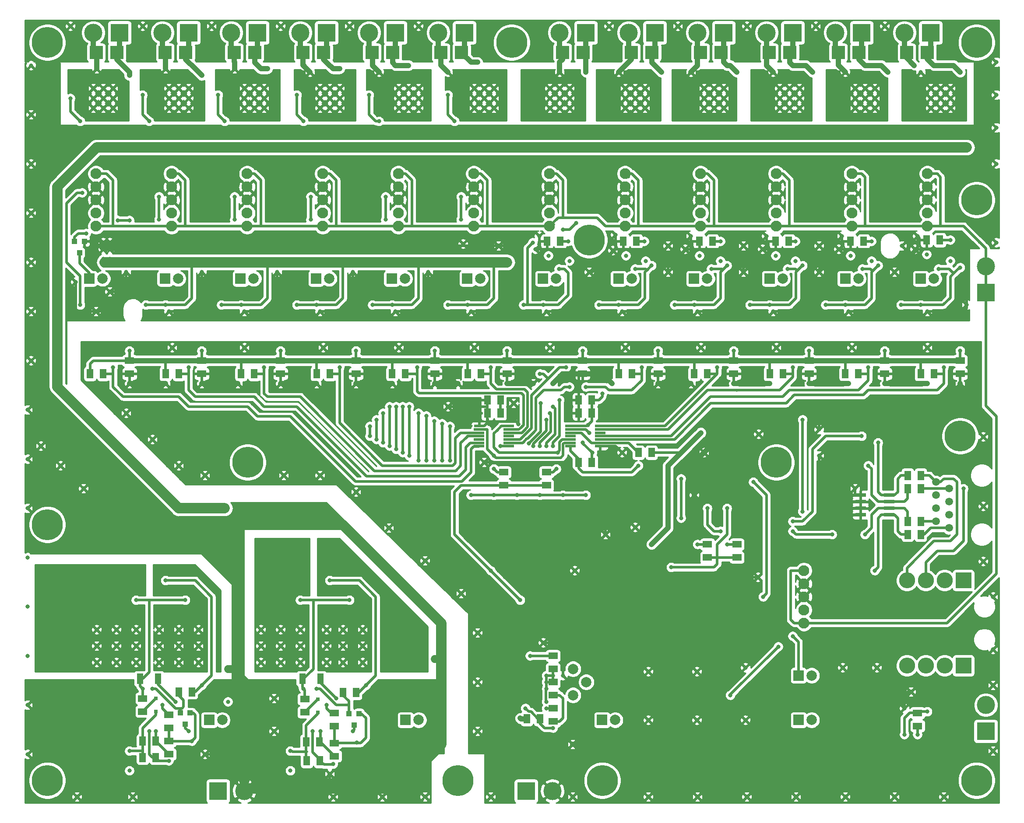
<source format=gbl>
G04 #@! TF.GenerationSoftware,KiCad,Pcbnew,(5.1.6)-1*
G04 #@! TF.CreationDate,2023-08-01T14:26:20+02:00*
G04 #@! TF.ProjectId,zone-controller,7a6f6e65-2d63-46f6-9e74-726f6c6c6572,rev?*
G04 #@! TF.SameCoordinates,Original*
G04 #@! TF.FileFunction,Copper,L2,Bot*
G04 #@! TF.FilePolarity,Positive*
%FSLAX46Y46*%
G04 Gerber Fmt 4.6, Leading zero omitted, Abs format (unit mm)*
G04 Created by KiCad (PCBNEW (5.1.6)-1) date 2023-08-01 14:26:20*
%MOMM*%
%LPD*%
G01*
G04 APERTURE LIST*
G04 #@! TA.AperFunction,ComponentPad*
%ADD10C,0.800000*%
G04 #@! TD*
G04 #@! TA.AperFunction,SMDPad,CuDef*
%ADD11C,0.100000*%
G04 #@! TD*
G04 #@! TA.AperFunction,SMDPad,CuDef*
%ADD12R,1.000000X1.000000*%
G04 #@! TD*
G04 #@! TA.AperFunction,ComponentPad*
%ADD13C,6.000000*%
G04 #@! TD*
G04 #@! TA.AperFunction,ComponentPad*
%ADD14C,2.100000*%
G04 #@! TD*
G04 #@! TA.AperFunction,SMDPad,CuDef*
%ADD15R,2.500000X2.500000*%
G04 #@! TD*
G04 #@! TA.AperFunction,SMDPad,CuDef*
%ADD16R,1.300000X2.000000*%
G04 #@! TD*
G04 #@! TA.AperFunction,ComponentPad*
%ADD17R,2.000000X2.000000*%
G04 #@! TD*
G04 #@! TA.AperFunction,ComponentPad*
%ADD18C,2.000000*%
G04 #@! TD*
G04 #@! TA.AperFunction,ComponentPad*
%ADD19R,3.500000X3.500000*%
G04 #@! TD*
G04 #@! TA.AperFunction,ComponentPad*
%ADD20C,3.500000*%
G04 #@! TD*
G04 #@! TA.AperFunction,SMDPad,CuDef*
%ADD21R,2.000000X0.800000*%
G04 #@! TD*
G04 #@! TA.AperFunction,SMDPad,CuDef*
%ADD22R,2.000000X0.500000*%
G04 #@! TD*
G04 #@! TA.AperFunction,ComponentPad*
%ADD23O,3.100000X3.100000*%
G04 #@! TD*
G04 #@! TA.AperFunction,ComponentPad*
%ADD24R,3.100000X3.100000*%
G04 #@! TD*
G04 #@! TA.AperFunction,ComponentPad*
%ADD25C,1.500000*%
G04 #@! TD*
G04 #@! TA.AperFunction,SMDPad,CuDef*
%ADD26R,0.800000X0.800000*%
G04 #@! TD*
G04 #@! TA.AperFunction,Conductor*
%ADD27C,0.500000*%
G04 #@! TD*
G04 #@! TA.AperFunction,Conductor*
%ADD28C,1.000000*%
G04 #@! TD*
G04 #@! TA.AperFunction,Conductor*
%ADD29C,0.350000*%
G04 #@! TD*
G04 #@! TA.AperFunction,Conductor*
%ADD30C,0.400000*%
G04 #@! TD*
G04 #@! TA.AperFunction,Conductor*
%ADD31C,2.000000*%
G04 #@! TD*
G04 #@! TA.AperFunction,Conductor*
%ADD32C,1.500000*%
G04 #@! TD*
G04 #@! TA.AperFunction,Conductor*
%ADD33C,0.250000*%
G04 #@! TD*
G04 #@! TA.AperFunction,Conductor*
%ADD34C,0.254000*%
G04 #@! TD*
G04 APERTURE END LIST*
D10*
X172466000Y-72644000D03*
X195326000Y-117856000D03*
X169926000Y-117856000D03*
X151130000Y-128016000D03*
X169926000Y-128016000D03*
X148590000Y-90678000D03*
X136906000Y-99060000D03*
X188722000Y-117856000D03*
X160528000Y-118618000D03*
X151130000Y-118618000D03*
X160528000Y-128016000D03*
X215900000Y-73152000D03*
X215900000Y-86614000D03*
X215900000Y-97282000D03*
X42418000Y-33782000D03*
X202692000Y-36830000D03*
X41656000Y-25908000D03*
X209550000Y-35052000D03*
X204978000Y-37846000D03*
X209550000Y-39116000D03*
X211455000Y-40386000D03*
X207264000Y-40640000D03*
X194310000Y-35306000D03*
X190246000Y-38100000D03*
X192532000Y-40640000D03*
X194310000Y-39116000D03*
X187960000Y-36830000D03*
X179578000Y-35306000D03*
X179578000Y-39116000D03*
X175768000Y-38100000D03*
X173228000Y-36830000D03*
X178054000Y-40640000D03*
X133858000Y-40640000D03*
X134620000Y-33020000D03*
X128778000Y-35560000D03*
X131826000Y-38100000D03*
X135636000Y-35306000D03*
X135890000Y-39116000D03*
X146812000Y-38100000D03*
X150622000Y-39116000D03*
X150368000Y-35306000D03*
X144272000Y-37084000D03*
X158242000Y-36830000D03*
X165100000Y-35306000D03*
X165100000Y-39116000D03*
X161036000Y-38100000D03*
X163322000Y-40640000D03*
X148590000Y-40640000D03*
X130048000Y-34290000D03*
X137160000Y-31750000D03*
X122174000Y-36195000D03*
X115316000Y-35814000D03*
X119634000Y-39116000D03*
X105156000Y-39116000D03*
X100838000Y-36195000D03*
X86106000Y-36068000D03*
X90424000Y-39116000D03*
X71628000Y-36068000D03*
X75946000Y-39116000D03*
X56896000Y-36068000D03*
X61214000Y-39116000D03*
X48514000Y-31242000D03*
X50800000Y-31242000D03*
G04 #@! TA.AperFunction,SMDPad,CuDef*
D11*
G36*
X132222000Y-34406000D02*
G01*
X132222000Y-36206000D01*
X130922000Y-36206000D01*
X130922000Y-34406000D01*
X132222000Y-34406000D01*
G37*
G04 #@! TD.AperFunction*
G04 #@! TA.AperFunction,SMDPad,CuDef*
G36*
X134762000Y-34406000D02*
G01*
X134762000Y-36206000D01*
X133462000Y-36206000D01*
X133462000Y-34406000D01*
X134762000Y-34406000D01*
G37*
G04 #@! TD.AperFunction*
G04 #@! TA.AperFunction,SMDPad,CuDef*
G36*
X205628000Y-34152000D02*
G01*
X205628000Y-35952000D01*
X204328000Y-35952000D01*
X204328000Y-34152000D01*
X205628000Y-34152000D01*
G37*
G04 #@! TD.AperFunction*
G04 #@! TA.AperFunction,SMDPad,CuDef*
G36*
X208168000Y-34152000D02*
G01*
X208168000Y-35952000D01*
X206868000Y-35952000D01*
X206868000Y-34152000D01*
X208168000Y-34152000D01*
G37*
G04 #@! TD.AperFunction*
G04 #@! TA.AperFunction,SMDPad,CuDef*
G36*
X146954000Y-34406000D02*
G01*
X146954000Y-36206000D01*
X145654000Y-36206000D01*
X145654000Y-34406000D01*
X146954000Y-34406000D01*
G37*
G04 #@! TD.AperFunction*
G04 #@! TA.AperFunction,SMDPad,CuDef*
G36*
X149494000Y-34406000D02*
G01*
X149494000Y-36206000D01*
X148194000Y-36206000D01*
X148194000Y-34406000D01*
X149494000Y-34406000D01*
G37*
G04 #@! TD.AperFunction*
G04 #@! TA.AperFunction,SMDPad,CuDef*
G36*
X161686000Y-34406000D02*
G01*
X161686000Y-36206000D01*
X160386000Y-36206000D01*
X160386000Y-34406000D01*
X161686000Y-34406000D01*
G37*
G04 #@! TD.AperFunction*
G04 #@! TA.AperFunction,SMDPad,CuDef*
G36*
X164226000Y-34406000D02*
G01*
X164226000Y-36206000D01*
X162926000Y-36206000D01*
X162926000Y-34406000D01*
X164226000Y-34406000D01*
G37*
G04 #@! TD.AperFunction*
G04 #@! TA.AperFunction,SMDPad,CuDef*
G36*
X190896000Y-34406000D02*
G01*
X190896000Y-36206000D01*
X189596000Y-36206000D01*
X189596000Y-34406000D01*
X190896000Y-34406000D01*
G37*
G04 #@! TD.AperFunction*
G04 #@! TA.AperFunction,SMDPad,CuDef*
G36*
X193436000Y-34406000D02*
G01*
X193436000Y-36206000D01*
X192136000Y-36206000D01*
X192136000Y-34406000D01*
X193436000Y-34406000D01*
G37*
G04 #@! TD.AperFunction*
G04 #@! TA.AperFunction,SMDPad,CuDef*
G36*
X176418000Y-34406000D02*
G01*
X176418000Y-36206000D01*
X175118000Y-36206000D01*
X175118000Y-34406000D01*
X176418000Y-34406000D01*
G37*
G04 #@! TD.AperFunction*
G04 #@! TA.AperFunction,SMDPad,CuDef*
G36*
X178958000Y-34406000D02*
G01*
X178958000Y-36206000D01*
X177658000Y-36206000D01*
X177658000Y-34406000D01*
X178958000Y-34406000D01*
G37*
G04 #@! TD.AperFunction*
D12*
X41148000Y-37522000D03*
X42098000Y-35322000D03*
X40198000Y-35322000D03*
D10*
X89535000Y-100965000D03*
X57785000Y-100965000D03*
X107950000Y-135890000D03*
X33655000Y-74930000D03*
X37465000Y-78740000D03*
X46355000Y-87630000D03*
X41910000Y-83185000D03*
X51435000Y-92710000D03*
X59690000Y-90170000D03*
X65405000Y-90170000D03*
X71120000Y-90170000D03*
D13*
X34925000Y-90170000D03*
X214630000Y-27305000D03*
X114300000Y-139700000D03*
X211455000Y-73025000D03*
D10*
X184150000Y-71755000D03*
X184150000Y-76835000D03*
X160020000Y-84455000D03*
X171450000Y-81915000D03*
X173355000Y-104140000D03*
X180975000Y-69850000D03*
X180975000Y-87630000D03*
X191135000Y-83185000D03*
X194945000Y-99060000D03*
X193040000Y-92075000D03*
X193675000Y-78740000D03*
X195580000Y-74295000D03*
X192405000Y-73025000D03*
X186690000Y-92075000D03*
X179070000Y-91440000D03*
X179070000Y-89535000D03*
X155575000Y-98425000D03*
X157480000Y-88900000D03*
X157480000Y-81280000D03*
X133604000Y-76200000D03*
X121285000Y-76835000D03*
X121285000Y-79375000D03*
X133350000Y-79375000D03*
X130175000Y-60960000D03*
X130175000Y-58420000D03*
G04 #@! TA.AperFunction,SMDPad,CuDef*
D11*
G36*
X205725000Y-61860000D02*
G01*
X205725000Y-60060000D01*
X207025000Y-60060000D01*
X207025000Y-61860000D01*
X205725000Y-61860000D01*
G37*
G04 #@! TD.AperFunction*
G04 #@! TA.AperFunction,SMDPad,CuDef*
G36*
X203185000Y-61860000D02*
G01*
X203185000Y-60060000D01*
X204485000Y-60060000D01*
X204485000Y-61860000D01*
X203185000Y-61860000D01*
G37*
G04 #@! TD.AperFunction*
G04 #@! TA.AperFunction,SMDPad,CuDef*
G36*
X147305000Y-61860000D02*
G01*
X147305000Y-60060000D01*
X148605000Y-60060000D01*
X148605000Y-61860000D01*
X147305000Y-61860000D01*
G37*
G04 #@! TD.AperFunction*
G04 #@! TA.AperFunction,SMDPad,CuDef*
G36*
X144765000Y-61860000D02*
G01*
X144765000Y-60060000D01*
X146065000Y-60060000D01*
X146065000Y-61860000D01*
X144765000Y-61860000D01*
G37*
G04 #@! TD.AperFunction*
G04 #@! TA.AperFunction,SMDPad,CuDef*
G36*
X88885000Y-61860000D02*
G01*
X88885000Y-60060000D01*
X90185000Y-60060000D01*
X90185000Y-61860000D01*
X88885000Y-61860000D01*
G37*
G04 #@! TD.AperFunction*
G04 #@! TA.AperFunction,SMDPad,CuDef*
G36*
X86345000Y-61860000D02*
G01*
X86345000Y-60060000D01*
X87645000Y-60060000D01*
X87645000Y-61860000D01*
X86345000Y-61860000D01*
G37*
G04 #@! TD.AperFunction*
G04 #@! TA.AperFunction,SMDPad,CuDef*
G36*
X149875000Y-75300000D02*
G01*
X149875000Y-77100000D01*
X148575000Y-77100000D01*
X148575000Y-75300000D01*
X149875000Y-75300000D01*
G37*
G04 #@! TD.AperFunction*
G04 #@! TA.AperFunction,SMDPad,CuDef*
G36*
X152415000Y-75300000D02*
G01*
X152415000Y-77100000D01*
X151115000Y-77100000D01*
X151115000Y-75300000D01*
X152415000Y-75300000D01*
G37*
G04 #@! TD.AperFunction*
G04 #@! TA.AperFunction,SMDPad,CuDef*
G36*
X191120000Y-61860000D02*
G01*
X191120000Y-60060000D01*
X192420000Y-60060000D01*
X192420000Y-61860000D01*
X191120000Y-61860000D01*
G37*
G04 #@! TD.AperFunction*
G04 #@! TA.AperFunction,SMDPad,CuDef*
G36*
X188580000Y-61860000D02*
G01*
X188580000Y-60060000D01*
X189880000Y-60060000D01*
X189880000Y-61860000D01*
X188580000Y-61860000D01*
G37*
G04 #@! TD.AperFunction*
G04 #@! TA.AperFunction,SMDPad,CuDef*
G36*
X74280000Y-61860000D02*
G01*
X74280000Y-60060000D01*
X75580000Y-60060000D01*
X75580000Y-61860000D01*
X74280000Y-61860000D01*
G37*
G04 #@! TD.AperFunction*
G04 #@! TA.AperFunction,SMDPad,CuDef*
G36*
X71740000Y-61860000D02*
G01*
X71740000Y-60060000D01*
X73040000Y-60060000D01*
X73040000Y-61860000D01*
X71740000Y-61860000D01*
G37*
G04 #@! TD.AperFunction*
G04 #@! TA.AperFunction,SMDPad,CuDef*
G36*
X132345000Y-80660000D02*
G01*
X130545000Y-80660000D01*
X130545000Y-79360000D01*
X132345000Y-79360000D01*
X132345000Y-80660000D01*
G37*
G04 #@! TD.AperFunction*
G04 #@! TA.AperFunction,SMDPad,CuDef*
G36*
X132345000Y-83200000D02*
G01*
X130545000Y-83200000D01*
X130545000Y-81900000D01*
X132345000Y-81900000D01*
X132345000Y-83200000D01*
G37*
G04 #@! TD.AperFunction*
G04 #@! TA.AperFunction,SMDPad,CuDef*
G36*
X176515000Y-61860000D02*
G01*
X176515000Y-60060000D01*
X177815000Y-60060000D01*
X177815000Y-61860000D01*
X176515000Y-61860000D01*
G37*
G04 #@! TD.AperFunction*
G04 #@! TA.AperFunction,SMDPad,CuDef*
G36*
X173975000Y-61860000D02*
G01*
X173975000Y-60060000D01*
X175275000Y-60060000D01*
X175275000Y-61860000D01*
X173975000Y-61860000D01*
G37*
G04 #@! TD.AperFunction*
G04 #@! TA.AperFunction,SMDPad,CuDef*
G36*
X118095000Y-61860000D02*
G01*
X118095000Y-60060000D01*
X119395000Y-60060000D01*
X119395000Y-61860000D01*
X118095000Y-61860000D01*
G37*
G04 #@! TD.AperFunction*
G04 #@! TA.AperFunction,SMDPad,CuDef*
G36*
X115555000Y-61860000D02*
G01*
X115555000Y-60060000D01*
X116855000Y-60060000D01*
X116855000Y-61860000D01*
X115555000Y-61860000D01*
G37*
G04 #@! TD.AperFunction*
G04 #@! TA.AperFunction,SMDPad,CuDef*
G36*
X59675000Y-61860000D02*
G01*
X59675000Y-60060000D01*
X60975000Y-60060000D01*
X60975000Y-61860000D01*
X59675000Y-61860000D01*
G37*
G04 #@! TD.AperFunction*
G04 #@! TA.AperFunction,SMDPad,CuDef*
G36*
X57135000Y-61860000D02*
G01*
X57135000Y-60060000D01*
X58435000Y-60060000D01*
X58435000Y-61860000D01*
X57135000Y-61860000D01*
G37*
G04 #@! TD.AperFunction*
G04 #@! TA.AperFunction,SMDPad,CuDef*
G36*
X124090000Y-80660000D02*
G01*
X122290000Y-80660000D01*
X122290000Y-79360000D01*
X124090000Y-79360000D01*
X124090000Y-80660000D01*
G37*
G04 #@! TD.AperFunction*
G04 #@! TA.AperFunction,SMDPad,CuDef*
G36*
X124090000Y-83200000D02*
G01*
X122290000Y-83200000D01*
X122290000Y-81900000D01*
X124090000Y-81900000D01*
X124090000Y-83200000D01*
G37*
G04 #@! TD.AperFunction*
G04 #@! TA.AperFunction,SMDPad,CuDef*
G36*
X161910000Y-61860000D02*
G01*
X161910000Y-60060000D01*
X163210000Y-60060000D01*
X163210000Y-61860000D01*
X161910000Y-61860000D01*
G37*
G04 #@! TD.AperFunction*
G04 #@! TA.AperFunction,SMDPad,CuDef*
G36*
X159370000Y-61860000D02*
G01*
X159370000Y-60060000D01*
X160670000Y-60060000D01*
X160670000Y-61860000D01*
X159370000Y-61860000D01*
G37*
G04 #@! TD.AperFunction*
G04 #@! TA.AperFunction,SMDPad,CuDef*
G36*
X103490000Y-61860000D02*
G01*
X103490000Y-60060000D01*
X104790000Y-60060000D01*
X104790000Y-61860000D01*
X103490000Y-61860000D01*
G37*
G04 #@! TD.AperFunction*
G04 #@! TA.AperFunction,SMDPad,CuDef*
G36*
X100950000Y-61860000D02*
G01*
X100950000Y-60060000D01*
X102250000Y-60060000D01*
X102250000Y-61860000D01*
X100950000Y-61860000D01*
G37*
G04 #@! TD.AperFunction*
G04 #@! TA.AperFunction,SMDPad,CuDef*
G36*
X45070000Y-61860000D02*
G01*
X45070000Y-60060000D01*
X46370000Y-60060000D01*
X46370000Y-61860000D01*
X45070000Y-61860000D01*
G37*
G04 #@! TD.AperFunction*
G04 #@! TA.AperFunction,SMDPad,CuDef*
G36*
X42530000Y-61860000D02*
G01*
X42530000Y-60060000D01*
X43830000Y-60060000D01*
X43830000Y-61860000D01*
X42530000Y-61860000D01*
G37*
G04 #@! TD.AperFunction*
D10*
X112395000Y-67310000D03*
X109855000Y-116205000D03*
X200152000Y-36195000D03*
X184150000Y-36195000D03*
X169545000Y-36195000D03*
X154940000Y-36195000D03*
X39370000Y6350000D03*
X49530000Y-36195000D03*
X64135000Y-36195000D03*
X78740000Y-36195000D03*
X93345000Y-36195000D03*
X93980000Y-41275000D03*
X107950000Y-36195000D03*
X108585000Y-41275000D03*
X129286000Y-36830000D03*
X209550000Y-9525000D03*
X207645000Y-9525000D03*
X205740000Y-9525000D03*
X205740000Y-7620000D03*
X207645000Y-7620000D03*
X209550000Y-7620000D03*
X209550000Y-5715000D03*
X207645000Y-5715000D03*
X205740000Y-5715000D03*
X191135000Y-9525000D03*
X193040000Y-9525000D03*
X194945000Y-9525000D03*
X194945000Y-7620000D03*
X193040000Y-7620000D03*
X191135000Y-7620000D03*
X194945000Y-5715000D03*
X193040000Y-5715000D03*
X191135000Y-5715000D03*
X180340000Y-9525000D03*
X178435000Y-9525000D03*
X176530000Y-9525000D03*
X176530000Y-7620000D03*
X178435000Y-7620000D03*
X180340000Y-7620000D03*
X180340000Y-5715000D03*
X178435000Y-5715000D03*
X176530000Y-5715000D03*
X165735000Y-9525000D03*
X163830000Y-9525000D03*
X161925000Y-9525000D03*
X161925000Y-7620000D03*
X163830000Y-7620000D03*
X165735000Y-7620000D03*
X165735000Y-5715000D03*
X163830000Y-5715000D03*
X161925000Y-5715000D03*
X146685000Y-9525000D03*
X148590000Y-9525000D03*
X150495000Y-9525000D03*
X150495000Y-7620000D03*
X148590000Y-7620000D03*
X146685000Y-7620000D03*
X150495000Y-5715000D03*
X148590000Y-5715000D03*
X146685000Y-5715000D03*
X135890000Y-9525000D03*
X133985000Y-9525000D03*
X132080000Y-9525000D03*
X132080000Y-7620000D03*
X133985000Y-7620000D03*
X135890000Y-7620000D03*
X135890000Y-5715000D03*
X133985000Y-5715000D03*
X132080000Y-5715000D03*
X121285000Y-9525000D03*
X119380000Y-9525000D03*
X117475000Y-9525000D03*
X117475000Y-7620000D03*
X119380000Y-7620000D03*
X121285000Y-7620000D03*
X121285000Y-5715000D03*
X119380000Y-5715000D03*
X117475000Y-5715000D03*
X106680000Y-9525000D03*
X104775000Y-9525000D03*
X102870000Y-9525000D03*
X106680000Y-7620000D03*
X104775000Y-7620000D03*
X102870000Y-7620000D03*
X106680000Y-5715000D03*
X104775000Y-5715000D03*
X102870000Y-5715000D03*
X91440000Y-9525000D03*
X89535000Y-9525000D03*
X87630000Y-9525000D03*
X87630000Y-7620000D03*
X89535000Y-7620000D03*
X91440000Y-7620000D03*
X91440000Y-5715000D03*
X89535000Y-5715000D03*
X87630000Y-5715000D03*
X73025000Y-9525000D03*
X74930000Y-9525000D03*
X76835000Y-9525000D03*
X76835000Y-7620000D03*
X74930000Y-7620000D03*
X72957000Y-7620000D03*
X76835000Y-5715000D03*
X74930000Y-5715000D03*
X73025000Y-5715000D03*
X58420000Y-9525000D03*
X58420000Y-7620000D03*
X60325000Y-7620000D03*
X60325000Y-9525000D03*
X62230000Y-9525000D03*
X62230000Y-7620000D03*
X62230000Y-5715000D03*
X60325000Y-5715000D03*
X58420000Y-5715000D03*
X45720000Y-9525000D03*
X45720000Y-5715000D03*
X45720000Y-7620000D03*
X47625000Y-7620000D03*
X47625000Y-9525000D03*
X43815000Y-9525000D03*
X43815000Y-7620000D03*
X47625000Y-5715000D03*
X43815000Y-5715000D03*
X44450000Y-116840000D03*
X48260000Y-116840000D03*
X52070000Y-116840000D03*
X52070000Y-113665000D03*
X48260000Y-113665000D03*
X44450000Y-113665000D03*
X44450000Y-110490000D03*
X48260000Y-110490000D03*
X52070000Y-110490000D03*
X60325000Y-113665000D03*
X56515000Y-113665000D03*
X56515000Y-116840000D03*
X60325000Y-116840000D03*
X64135000Y-116840000D03*
X64135000Y-113665000D03*
X64135000Y-110490000D03*
X60325000Y-110490000D03*
X56515000Y-110490000D03*
X88265000Y-90170000D03*
X82550000Y-90170000D03*
X76835000Y-90170000D03*
X78740000Y-123825000D03*
X78740000Y-130175000D03*
X83820000Y-116840000D03*
X83820000Y-113665000D03*
X80010000Y-113665000D03*
X80010000Y-116840000D03*
X76200000Y-116840000D03*
X76200000Y-113665000D03*
X76200000Y-110490000D03*
X80010000Y-110490000D03*
X83820000Y-110490000D03*
X92075000Y-110490000D03*
X95885000Y-113665000D03*
X88900000Y-113665000D03*
X92075000Y-113665000D03*
X92075000Y-116840000D03*
X95885000Y-116840000D03*
X95885000Y-110490000D03*
X88900000Y-110490000D03*
X88900000Y-116840000D03*
X107315000Y-105410000D03*
X111125000Y-111125000D03*
X111125000Y-120650000D03*
X111125000Y-130175000D03*
X107950000Y-142875000D03*
X99695000Y-142875000D03*
X90170000Y-142875000D03*
X217805000Y-104140000D03*
X217805000Y-114300000D03*
X217805000Y-121285000D03*
X217805000Y-133985000D03*
X55245000Y-73660000D03*
X60325000Y-78740000D03*
X65405000Y-80645000D03*
X80645000Y-80645000D03*
X87630000Y-80645000D03*
X94615000Y-83820000D03*
X100965000Y-90805000D03*
X107950000Y-97155000D03*
X114935000Y-103505000D03*
X50165000Y-68580000D03*
X118110000Y-111125000D03*
X118110000Y-120650000D03*
X118110000Y-130175000D03*
X136525000Y-142875000D03*
X120650000Y-142875000D03*
X151130000Y-142875000D03*
X160655000Y-142875000D03*
X170180000Y-142875000D03*
X179705000Y-142875000D03*
X189230000Y-142875000D03*
X198755000Y-142875000D03*
X208280000Y-142875000D03*
X51435000Y-142875000D03*
X40640000Y-142875000D03*
X31115000Y-134620000D03*
X31115000Y-125095000D03*
X31115000Y-115570000D03*
X31115000Y-106045000D03*
X31115000Y-96520000D03*
X31115000Y-86995000D03*
X31115000Y-77470000D03*
X31115000Y-67945000D03*
X31750000Y-58420000D03*
X218440000Y-35560000D03*
X218440000Y-13335000D03*
X218440000Y-20320000D03*
X218440000Y-6985000D03*
X218440000Y-635000D03*
X196850000Y6350000D03*
X183515000Y6350000D03*
X170180000Y6350000D03*
X156845000Y6350000D03*
X143510000Y6350000D03*
X31750000Y-1270000D03*
X31750000Y-10795000D03*
X106680000Y6350000D03*
X93345000Y6350000D03*
X80010000Y6350000D03*
X66675000Y6350000D03*
X53340000Y6350000D03*
X31750000Y-48895000D03*
X31750000Y-39370000D03*
X31750000Y-29845000D03*
X31750000Y-20320000D03*
X166370000Y-86995000D03*
X120650000Y-99060000D03*
X126365000Y-104775000D03*
X179070000Y-111760000D03*
X137795000Y-17145000D03*
X211455000Y-17145000D03*
X203200000Y-34290000D03*
X188595000Y-34290000D03*
X173990000Y-34290000D03*
X197485000Y-17145000D03*
X182880000Y-17145000D03*
X168275000Y-17145000D03*
X144780000Y-34036000D03*
X159385000Y-34290000D03*
X153670000Y-17145000D03*
X139065000Y-17145000D03*
X196215000Y-17145000D03*
X158115000Y-13970000D03*
X167005000Y-17145000D03*
X151765000Y-40005000D03*
X139700000Y-41275000D03*
X123444000Y-39370000D03*
D14*
X44323000Y-22225000D03*
X44323000Y-32385000D03*
X44323000Y-27305000D03*
X44323000Y-29845000D03*
X44323000Y-24765000D03*
X58939540Y-22225000D03*
X58939540Y-32385000D03*
X58939540Y-27305000D03*
X58939540Y-29845000D03*
X58939540Y-24765000D03*
D13*
X142240000Y-139700000D03*
D10*
X197485000Y-2540000D03*
X196215000Y-1270000D03*
X189230000Y-2540000D03*
X187960000Y-1270000D03*
X203835000Y-2540000D03*
X202565000Y-1270000D03*
X211455000Y-2540000D03*
X210185000Y-1270000D03*
X175260000Y-2540000D03*
X173990000Y-1270000D03*
X182880000Y-2540000D03*
X181610000Y-1270000D03*
X159385000Y-2540000D03*
X160655000Y-1270000D03*
X168275000Y-2540000D03*
X167005000Y-1270000D03*
X145415000Y-2540000D03*
X146685000Y-1270000D03*
X153670000Y-2540000D03*
X152400000Y-1270000D03*
X139065000Y-2540000D03*
X139065000Y-1270000D03*
X133985000Y-2540000D03*
X133985000Y-1270000D03*
X112395000Y-2540000D03*
X111125000Y-1270000D03*
X118110000Y-635000D03*
X116840000Y-635000D03*
X104775000Y-1270000D03*
X103505000Y-1270000D03*
X99060000Y-2540000D03*
X97790000Y-1270000D03*
X91440000Y-1905000D03*
X90170000Y-1905000D03*
X85725000Y-2540000D03*
X84455000Y-1270000D03*
X77470000Y-1905000D03*
X76200000Y-1905000D03*
X71120000Y-1905000D03*
X71120000Y-635000D03*
X57785000Y-1905000D03*
X57785000Y-635000D03*
X64770000Y-3175000D03*
X63500000Y-1905000D03*
X50800000Y-3175000D03*
X50165000Y-1905000D03*
X44450000Y-1905000D03*
X44450000Y-635000D03*
D15*
X44355000Y1270000D03*
X48355000Y1270000D03*
D13*
X124714000Y3175000D03*
X139700000Y-35052000D03*
X175895000Y-78105000D03*
X73660000Y-78105000D03*
X34925000Y-139700000D03*
X214630000Y-139700000D03*
X214630000Y3175000D03*
X34925000Y3175000D03*
D14*
X146638818Y-22225000D03*
X146638818Y-32385000D03*
X146638818Y-27305000D03*
X146638818Y-29845000D03*
X146638818Y-24765000D03*
X117405727Y-22225000D03*
X117405727Y-32385000D03*
X117405727Y-27305000D03*
X117405727Y-29845000D03*
X117405727Y-24765000D03*
X132022273Y-22225000D03*
X132022273Y-32385000D03*
X132022273Y-27305000D03*
X132022273Y-29845000D03*
X132022273Y-24765000D03*
X205105000Y-22225000D03*
X205105000Y-32385000D03*
X205105000Y-27305000D03*
X205105000Y-29845000D03*
X205105000Y-24765000D03*
X190488455Y-22225000D03*
X190488455Y-32385000D03*
X190488455Y-27305000D03*
X190488455Y-29845000D03*
X190488455Y-24765000D03*
X175871909Y-22225000D03*
X175871909Y-32385000D03*
X175871909Y-27305000D03*
X175871909Y-29845000D03*
X175871909Y-24765000D03*
X161255364Y-22225000D03*
X161255364Y-32385000D03*
X161255364Y-27305000D03*
X161255364Y-29845000D03*
X161255364Y-24765000D03*
X102789182Y-22225000D03*
X102789182Y-32385000D03*
X102789182Y-27305000D03*
X102789182Y-29845000D03*
X102789182Y-24765000D03*
X88172636Y-22225000D03*
X88172636Y-32385000D03*
X88172636Y-27305000D03*
X88172636Y-29845000D03*
X88172636Y-24765000D03*
X73556091Y-22225000D03*
X73556091Y-32385000D03*
X73556091Y-27305000D03*
X73556091Y-29845000D03*
X73556091Y-24765000D03*
X181229000Y-99060000D03*
X181229000Y-109220000D03*
X181229000Y-104140000D03*
X181229000Y-106680000D03*
X181229000Y-101600000D03*
D16*
X52860000Y-120015000D03*
X56360000Y-120015000D03*
X84229000Y-120015000D03*
X87729000Y-120015000D03*
G04 #@! TA.AperFunction,SMDPad,CuDef*
D11*
G36*
X60975000Y-121655000D02*
G01*
X60975000Y-123455000D01*
X59675000Y-123455000D01*
X59675000Y-121655000D01*
X60975000Y-121655000D01*
G37*
G04 #@! TD.AperFunction*
G04 #@! TA.AperFunction,SMDPad,CuDef*
G36*
X63515000Y-121655000D02*
G01*
X63515000Y-123455000D01*
X62215000Y-123455000D01*
X62215000Y-121655000D01*
X63515000Y-121655000D01*
G37*
G04 #@! TD.AperFunction*
D17*
X43053000Y-42545000D03*
D18*
X45593000Y-42545000D03*
D10*
X83820000Y-104775000D03*
X52070000Y-104775000D03*
D15*
X201105000Y1270000D03*
X205105000Y1270000D03*
D19*
X205740000Y5080000D03*
D20*
X200660000Y5080000D03*
D19*
X192405000Y5080000D03*
D20*
X187325000Y5080000D03*
D19*
X179070000Y5080000D03*
D20*
X173990000Y5080000D03*
D19*
X165735000Y5080000D03*
D20*
X160655000Y5080000D03*
D19*
X152400000Y5080000D03*
D20*
X147320000Y5080000D03*
D19*
X139065000Y5080000D03*
D20*
X133985000Y5080000D03*
D19*
X115570000Y5080000D03*
D20*
X110490000Y5080000D03*
D19*
X102235000Y5080000D03*
D20*
X97155000Y5080000D03*
D19*
X88900000Y5080000D03*
D20*
X83820000Y5080000D03*
D19*
X75565000Y5080000D03*
D20*
X70485000Y5080000D03*
D19*
X62230000Y5080000D03*
D20*
X57150000Y5080000D03*
D19*
X216408000Y-45212000D03*
D20*
X216408000Y-40132000D03*
D19*
X216408000Y-130175000D03*
D20*
X216408000Y-125095000D03*
D19*
X48895000Y5080000D03*
D20*
X43815000Y5080000D03*
D19*
X127508000Y-141732000D03*
D20*
X132588000Y-141732000D03*
D19*
X67945000Y-141732000D03*
D20*
X73025000Y-141732000D03*
D21*
X197705000Y-85725000D03*
X192185000Y-86995000D03*
X192185000Y-85725000D03*
X197705000Y-84455000D03*
X192185000Y-88265000D03*
X192185000Y-84455000D03*
X197705000Y-86995000D03*
X197705000Y-88265000D03*
D22*
X118422500Y-72375000D03*
G04 #@! TA.AperFunction,SMDPad,CuDef*
D11*
G36*
X117422500Y-71325000D02*
G01*
X117422500Y-70825000D01*
X119422500Y-70825000D01*
X119422500Y-71325000D01*
X117422500Y-71325000D01*
G37*
G04 #@! TD.AperFunction*
D22*
X124147500Y-73025000D03*
X118422500Y-71725000D03*
X118422500Y-73675000D03*
X124147500Y-73675000D03*
X124147500Y-71725000D03*
X118422500Y-74975000D03*
X118422500Y-74325000D03*
X118422500Y-73025000D03*
X124147500Y-72375000D03*
X124147500Y-74325000D03*
X124147500Y-71075000D03*
X124147500Y-74975000D03*
X141800500Y-73675000D03*
G04 #@! TA.AperFunction,SMDPad,CuDef*
D11*
G36*
X142800500Y-74725000D02*
G01*
X142800500Y-75225000D01*
X140800500Y-75225000D01*
X140800500Y-74725000D01*
X142800500Y-74725000D01*
G37*
G04 #@! TD.AperFunction*
D22*
X136075500Y-73025000D03*
X141800500Y-74325000D03*
X141800500Y-72375000D03*
X136075500Y-72375000D03*
X136075500Y-74325000D03*
X141800500Y-71075000D03*
X141800500Y-71725000D03*
X141800500Y-73025000D03*
X136075500Y-73675000D03*
X136075500Y-71725000D03*
X136075500Y-74975000D03*
X136075500Y-71075000D03*
D10*
X93345000Y-104775000D03*
X84455000Y-121920000D03*
X86995000Y-121920000D03*
X96520000Y-121285000D03*
X90805000Y-123825000D03*
X88900000Y-125095000D03*
X86233000Y-130175000D03*
X87757000Y-130175000D03*
X93980000Y-130175000D03*
X94742000Y-132334000D03*
X90170000Y-136525000D03*
X89535000Y-138430000D03*
X81915000Y-133985000D03*
X81915000Y-137795000D03*
X61595000Y-104775000D03*
X53340000Y-121920000D03*
X55245000Y-121920000D03*
X59690000Y-124460000D03*
X64770000Y-121285000D03*
X57150000Y-125095000D03*
X62230000Y-130175000D03*
X62865000Y-132080000D03*
X58420000Y-135890000D03*
X50800000Y-133985000D03*
X50800000Y-137795000D03*
X69850000Y-124460000D03*
X65405000Y-134620000D03*
X73025000Y-136525000D03*
X69850000Y-118110000D03*
X149225000Y-78740000D03*
X63500000Y-86995000D03*
X69215000Y-86995000D03*
X67310000Y-86995000D03*
X65405000Y-86995000D03*
X45720000Y-40005000D03*
X46990000Y-40005000D03*
X45720000Y-36830000D03*
X46990000Y-36830000D03*
X46990000Y-38735000D03*
X46990000Y-35560000D03*
X46990000Y-45085000D03*
X41275000Y-47625000D03*
X40386000Y-43180000D03*
X161925000Y-76200000D03*
X146050000Y-76200000D03*
X162560000Y-86995000D03*
X165100000Y-91440000D03*
X212090000Y-83185000D03*
X167005000Y-123190000D03*
X154940000Y-83185000D03*
X161290000Y-72390000D03*
X151765000Y-93980000D03*
X151765000Y-93980000D03*
X139065000Y-63500000D03*
X135890000Y-63500000D03*
X142875000Y-92075000D03*
X200660000Y-125730000D03*
X201930000Y-122555000D03*
X140335000Y-76200000D03*
X45720000Y-35560000D03*
X45720000Y-38735000D03*
X41275000Y-12065000D03*
X198755000Y-41275000D03*
X184150000Y-41275000D03*
X169545000Y-41275000D03*
X154940000Y-41275000D03*
X113030000Y-36195000D03*
X114935000Y-31115000D03*
X114935000Y-26670000D03*
X113665000Y-12065000D03*
X96520000Y-36195000D03*
X100330000Y-31115000D03*
X100330000Y-26670000D03*
X99060000Y-12065000D03*
X83820000Y-36195000D03*
X85852000Y-31115000D03*
X85852000Y-26670000D03*
X84455000Y-12065000D03*
X69215000Y-12065000D03*
X69215000Y-36195000D03*
X71120000Y-31115000D03*
X71120000Y-26670000D03*
X54610000Y-12065000D03*
X50165000Y-41275000D03*
X56515000Y-31115000D03*
X56515000Y-26670000D03*
X176276000Y-113792000D03*
X203200000Y-130810000D03*
X200660000Y-130810000D03*
X205105000Y-126365000D03*
X172339000Y-100330000D03*
X166370000Y-93980000D03*
X160655000Y-93980000D03*
X139065000Y-84455000D03*
X134620000Y-84455000D03*
X130175000Y-84455000D03*
X125730000Y-84455000D03*
X121285000Y-84455000D03*
X116840000Y-84455000D03*
X47625000Y-59690000D03*
X62230000Y-59690000D03*
X76835000Y-59690000D03*
X91440000Y-59690000D03*
X106680000Y-68580000D03*
X108204000Y-69088000D03*
X109728000Y-70104000D03*
X111252000Y-70612000D03*
X106680000Y-77724000D03*
X108204000Y-77724000D03*
X109728000Y-77724000D03*
X111252000Y-77724000D03*
X112776000Y-71120000D03*
X112776000Y-77724000D03*
X106426000Y-59690000D03*
X135255000Y-59690000D03*
X120650000Y-59690000D03*
X208280000Y-59690000D03*
X193675000Y-59690000D03*
X179070000Y-59690000D03*
X164465000Y-59690000D03*
X149860000Y-59690000D03*
X119380000Y-78105000D03*
X120015000Y-68580000D03*
X122555000Y-68580000D03*
X142240000Y-64770000D03*
X139446000Y-70866000D03*
X138430000Y-74295000D03*
X139700000Y-72390000D03*
X125095000Y-66675000D03*
X125984000Y-70739000D03*
X133985000Y-66040000D03*
X132715000Y-67310000D03*
X132080000Y-68580000D03*
X131445000Y-69850000D03*
X130302000Y-66675000D03*
X128016000Y-74422000D03*
X128905000Y-74930000D03*
X130175000Y-74930000D03*
X132715000Y-74930000D03*
X131445000Y-74930000D03*
X122555000Y-74930000D03*
X205105000Y-55880000D03*
X211455000Y-62865000D03*
X205105000Y-62865000D03*
X211455000Y-56515000D03*
X196850000Y-56515000D03*
X182245000Y-56515000D03*
X189865000Y-62865000D03*
X174625000Y-62865000D03*
X190500000Y-55880000D03*
X175895000Y-55880000D03*
X196850000Y-62865000D03*
X182245000Y-62865000D03*
X167640000Y-56515000D03*
X153035000Y-56515000D03*
X161290000Y-55880000D03*
X146685000Y-55880000D03*
X144145000Y-62865000D03*
X159385000Y-62865000D03*
X167640000Y-62865000D03*
X153035000Y-62865000D03*
X138430000Y-56515000D03*
X123825000Y-56515000D03*
X132080000Y-55880000D03*
X117475000Y-55880000D03*
X128905000Y-62865000D03*
X114300000Y-62865000D03*
X132715000Y-62865000D03*
X123825000Y-62865000D03*
X109855000Y-56515000D03*
X109855000Y-62865000D03*
X102870000Y-55880000D03*
X101600000Y-62865000D03*
X94615000Y-62865000D03*
X88265000Y-55880000D03*
X86995000Y-62865000D03*
X94615000Y-56515000D03*
X80010000Y-56515000D03*
X71755000Y-62865000D03*
X57785000Y-62865000D03*
X80010000Y-62865000D03*
X73025000Y-55880000D03*
X59055000Y-55880000D03*
X64770000Y-56515000D03*
X64770000Y-62865000D03*
X50800000Y-62865000D03*
X50800000Y-56515000D03*
X104902000Y-67310000D03*
X103632000Y-67310000D03*
X102362000Y-67310000D03*
X101092000Y-67310000D03*
X99822000Y-68580000D03*
X98552000Y-69850000D03*
X97282000Y-71120000D03*
X97282000Y-73025000D03*
X98552000Y-73660000D03*
X99822000Y-74295000D03*
X101092000Y-74930000D03*
X102362000Y-75565000D03*
X103632000Y-76200000D03*
X104902000Y-76835000D03*
X54610000Y-36195000D03*
X131445000Y-121920000D03*
X131445000Y-119380000D03*
X131445000Y-120650000D03*
X136525000Y-132715000D03*
X132715000Y-119380000D03*
X130810000Y-113030000D03*
X134620000Y-119380000D03*
X131445000Y-125730000D03*
X128270000Y-115570000D03*
X132715000Y-129540000D03*
X127381000Y-125730000D03*
X126365000Y-127635000D03*
X131445000Y-124460000D03*
X212725000Y-47625000D03*
X205105000Y-48895000D03*
X203835000Y-47625000D03*
X200025000Y-47625000D03*
X201930000Y-13970000D03*
X212725000Y-17145000D03*
X189865000Y-48895000D03*
X195580000Y-40005000D03*
X189230000Y-47625000D03*
X185420000Y-47625000D03*
X181610000Y-17145000D03*
X187325000Y-13970000D03*
X172720000Y-13970000D03*
X175260000Y-48895000D03*
X160655000Y-48895000D03*
X146050000Y-48895000D03*
X131445000Y-48895000D03*
X180975000Y-40005000D03*
X174625000Y-47625000D03*
X170815000Y-47625000D03*
X166370000Y-40005000D03*
X160020000Y-47625000D03*
X156210000Y-47625000D03*
X145415000Y-47625000D03*
X141605000Y-47625000D03*
X130810000Y-47625000D03*
X127000000Y-47625000D03*
X152400000Y-17145000D03*
X143510000Y-13970000D03*
X128905000Y-13970000D03*
X124714000Y-13970000D03*
X116840000Y-48895000D03*
X116205000Y-47625000D03*
X112395000Y-47625000D03*
X112395000Y-6985000D03*
X97155000Y-6985000D03*
X111125000Y-36195000D03*
X109220000Y-39370000D03*
X102235000Y-48895000D03*
X101600000Y-47625000D03*
X97790000Y-47625000D03*
X98425000Y-36195000D03*
X94615000Y-39370000D03*
X87630000Y-48895000D03*
X86995000Y-47625000D03*
X83185000Y-47625000D03*
X83185000Y-6985000D03*
X81915000Y-36195000D03*
X80010000Y-39370000D03*
X79375000Y-41275000D03*
X73025000Y-48895000D03*
X72390000Y-47625000D03*
X68580000Y-47625000D03*
X67945000Y-6985000D03*
X67310000Y-36195000D03*
X64770000Y-41275000D03*
X58420000Y-48895000D03*
X57785000Y-47625000D03*
X53975000Y-47625000D03*
X65405000Y-39370000D03*
X50800000Y-39370000D03*
X52705000Y-36195000D03*
X53340000Y-6985000D03*
X44323000Y-48895000D03*
X39370000Y-7620000D03*
X54610000Y-130175000D03*
X55880000Y-130175000D03*
G04 #@! TA.AperFunction,SMDPad,CuDef*
D11*
G36*
X163460000Y-94630000D02*
G01*
X161660000Y-94630000D01*
X161660000Y-93330000D01*
X163460000Y-93330000D01*
X163460000Y-94630000D01*
G37*
G04 #@! TD.AperFunction*
G04 #@! TA.AperFunction,SMDPad,CuDef*
G36*
X163460000Y-97170000D02*
G01*
X161660000Y-97170000D01*
X161660000Y-95870000D01*
X163460000Y-95870000D01*
X163460000Y-97170000D01*
G37*
G04 #@! TD.AperFunction*
G04 #@! TA.AperFunction,SMDPad,CuDef*
G36*
X169175000Y-94630000D02*
G01*
X167375000Y-94630000D01*
X167375000Y-93330000D01*
X169175000Y-93330000D01*
X169175000Y-94630000D01*
G37*
G04 #@! TD.AperFunction*
G04 #@! TA.AperFunction,SMDPad,CuDef*
G36*
X169175000Y-97170000D02*
G01*
X167375000Y-97170000D01*
X167375000Y-95870000D01*
X169175000Y-95870000D01*
X169175000Y-97170000D01*
G37*
G04 #@! TD.AperFunction*
G04 #@! TA.AperFunction,SMDPad,CuDef*
G36*
X92725000Y-121782000D02*
G01*
X92725000Y-123582000D01*
X91425000Y-123582000D01*
X91425000Y-121782000D01*
X92725000Y-121782000D01*
G37*
G04 #@! TD.AperFunction*
G04 #@! TA.AperFunction,SMDPad,CuDef*
G36*
X95265000Y-121782000D02*
G01*
X95265000Y-123582000D01*
X93965000Y-123582000D01*
X93965000Y-121782000D01*
X95265000Y-121782000D01*
G37*
G04 #@! TD.AperFunction*
G04 #@! TA.AperFunction,SMDPad,CuDef*
G36*
X201945000Y-91175000D02*
G01*
X201945000Y-92975000D01*
X200645000Y-92975000D01*
X200645000Y-91175000D01*
X201945000Y-91175000D01*
G37*
G04 #@! TD.AperFunction*
G04 #@! TA.AperFunction,SMDPad,CuDef*
G36*
X204485000Y-91175000D02*
G01*
X204485000Y-92975000D01*
X203185000Y-92975000D01*
X203185000Y-91175000D01*
X204485000Y-91175000D01*
G37*
G04 #@! TD.AperFunction*
G04 #@! TA.AperFunction,SMDPad,CuDef*
G36*
X201945000Y-88635000D02*
G01*
X201945000Y-90435000D01*
X200645000Y-90435000D01*
X200645000Y-88635000D01*
X201945000Y-88635000D01*
G37*
G04 #@! TD.AperFunction*
G04 #@! TA.AperFunction,SMDPad,CuDef*
G36*
X204485000Y-88635000D02*
G01*
X204485000Y-90435000D01*
X203185000Y-90435000D01*
X203185000Y-88635000D01*
X204485000Y-88635000D01*
G37*
G04 #@! TD.AperFunction*
G04 #@! TA.AperFunction,SMDPad,CuDef*
G36*
X201945000Y-82285000D02*
G01*
X201945000Y-84085000D01*
X200645000Y-84085000D01*
X200645000Y-82285000D01*
X201945000Y-82285000D01*
G37*
G04 #@! TD.AperFunction*
G04 #@! TA.AperFunction,SMDPad,CuDef*
G36*
X204485000Y-82285000D02*
G01*
X204485000Y-84085000D01*
X203185000Y-84085000D01*
X203185000Y-82285000D01*
X204485000Y-82285000D01*
G37*
G04 #@! TD.AperFunction*
G04 #@! TA.AperFunction,SMDPad,CuDef*
G36*
X201945000Y-79745000D02*
G01*
X201945000Y-81545000D01*
X200645000Y-81545000D01*
X200645000Y-79745000D01*
X201945000Y-79745000D01*
G37*
G04 #@! TD.AperFunction*
G04 #@! TA.AperFunction,SMDPad,CuDef*
G36*
X204485000Y-79745000D02*
G01*
X204485000Y-81545000D01*
X203185000Y-81545000D01*
X203185000Y-79745000D01*
X204485000Y-79745000D01*
G37*
G04 #@! TD.AperFunction*
G04 #@! TA.AperFunction,SMDPad,CuDef*
G36*
X83809000Y-125842000D02*
G01*
X85609000Y-125842000D01*
X85609000Y-127142000D01*
X83809000Y-127142000D01*
X83809000Y-125842000D01*
G37*
G04 #@! TD.AperFunction*
G04 #@! TA.AperFunction,SMDPad,CuDef*
G36*
X83809000Y-123302000D02*
G01*
X85609000Y-123302000D01*
X85609000Y-124602000D01*
X83809000Y-124602000D01*
X83809000Y-123302000D01*
G37*
G04 #@! TD.AperFunction*
G04 #@! TA.AperFunction,SMDPad,CuDef*
G36*
X86980000Y-136790000D02*
G01*
X86980000Y-134990000D01*
X88280000Y-134990000D01*
X88280000Y-136790000D01*
X86980000Y-136790000D01*
G37*
G04 #@! TD.AperFunction*
G04 #@! TA.AperFunction,SMDPad,CuDef*
G36*
X84440000Y-136790000D02*
G01*
X84440000Y-134990000D01*
X85740000Y-134990000D01*
X85740000Y-136790000D01*
X84440000Y-136790000D01*
G37*
G04 #@! TD.AperFunction*
G04 #@! TA.AperFunction,SMDPad,CuDef*
G36*
X91324000Y-133111000D02*
G01*
X89524000Y-133111000D01*
X89524000Y-131811000D01*
X91324000Y-131811000D01*
X91324000Y-133111000D01*
G37*
G04 #@! TD.AperFunction*
G04 #@! TA.AperFunction,SMDPad,CuDef*
G36*
X91324000Y-135651000D02*
G01*
X89524000Y-135651000D01*
X89524000Y-134351000D01*
X91324000Y-134351000D01*
X91324000Y-135651000D01*
G37*
G04 #@! TD.AperFunction*
G04 #@! TA.AperFunction,SMDPad,CuDef*
G36*
X86853000Y-133107000D02*
G01*
X86853000Y-131307000D01*
X88153000Y-131307000D01*
X88153000Y-133107000D01*
X86853000Y-133107000D01*
G37*
G04 #@! TD.AperFunction*
G04 #@! TA.AperFunction,SMDPad,CuDef*
G36*
X84313000Y-133107000D02*
G01*
X84313000Y-131307000D01*
X85613000Y-131307000D01*
X85613000Y-133107000D01*
X84313000Y-133107000D01*
G37*
G04 #@! TD.AperFunction*
G04 #@! TA.AperFunction,SMDPad,CuDef*
G36*
X138318000Y-77205000D02*
G01*
X138318000Y-79005000D01*
X137018000Y-79005000D01*
X137018000Y-77205000D01*
X138318000Y-77205000D01*
G37*
G04 #@! TD.AperFunction*
G04 #@! TA.AperFunction,SMDPad,CuDef*
G36*
X140858000Y-77205000D02*
G01*
X140858000Y-79005000D01*
X139558000Y-79005000D01*
X139558000Y-77205000D01*
X140858000Y-77205000D01*
G37*
G04 #@! TD.AperFunction*
G04 #@! TA.AperFunction,SMDPad,CuDef*
G36*
X52440000Y-125715000D02*
G01*
X54240000Y-125715000D01*
X54240000Y-127015000D01*
X52440000Y-127015000D01*
X52440000Y-125715000D01*
G37*
G04 #@! TD.AperFunction*
G04 #@! TA.AperFunction,SMDPad,CuDef*
G36*
X52440000Y-123175000D02*
G01*
X54240000Y-123175000D01*
X54240000Y-124475000D01*
X52440000Y-124475000D01*
X52440000Y-123175000D01*
G37*
G04 #@! TD.AperFunction*
G04 #@! TA.AperFunction,SMDPad,CuDef*
G36*
X55230000Y-136155000D02*
G01*
X55230000Y-134355000D01*
X56530000Y-134355000D01*
X56530000Y-136155000D01*
X55230000Y-136155000D01*
G37*
G04 #@! TD.AperFunction*
G04 #@! TA.AperFunction,SMDPad,CuDef*
G36*
X52690000Y-136155000D02*
G01*
X52690000Y-134355000D01*
X53990000Y-134355000D01*
X53990000Y-136155000D01*
X52690000Y-136155000D01*
G37*
G04 #@! TD.AperFunction*
G04 #@! TA.AperFunction,SMDPad,CuDef*
G36*
X204100000Y-127269000D02*
G01*
X202300000Y-127269000D01*
X202300000Y-125969000D01*
X204100000Y-125969000D01*
X204100000Y-127269000D01*
G37*
G04 #@! TD.AperFunction*
G04 #@! TA.AperFunction,SMDPad,CuDef*
G36*
X204100000Y-129809000D02*
G01*
X202300000Y-129809000D01*
X202300000Y-128509000D01*
X204100000Y-128509000D01*
X204100000Y-129809000D01*
G37*
G04 #@! TD.AperFunction*
G04 #@! TA.AperFunction,SMDPad,CuDef*
G36*
X59320000Y-132730000D02*
G01*
X57520000Y-132730000D01*
X57520000Y-131430000D01*
X59320000Y-131430000D01*
X59320000Y-132730000D01*
G37*
G04 #@! TD.AperFunction*
G04 #@! TA.AperFunction,SMDPad,CuDef*
G36*
X59320000Y-135270000D02*
G01*
X57520000Y-135270000D01*
X57520000Y-133970000D01*
X59320000Y-133970000D01*
X59320000Y-135270000D01*
G37*
G04 #@! TD.AperFunction*
G04 #@! TA.AperFunction,SMDPad,CuDef*
G36*
X55230000Y-132980000D02*
G01*
X55230000Y-131180000D01*
X56530000Y-131180000D01*
X56530000Y-132980000D01*
X55230000Y-132980000D01*
G37*
G04 #@! TD.AperFunction*
G04 #@! TA.AperFunction,SMDPad,CuDef*
G36*
X52690000Y-132980000D02*
G01*
X52690000Y-131180000D01*
X53990000Y-131180000D01*
X53990000Y-132980000D01*
X52690000Y-132980000D01*
G37*
G04 #@! TD.AperFunction*
D18*
X139141200Y-120650000D03*
X136588500Y-123190000D03*
X136588500Y-118110000D03*
G04 #@! TA.AperFunction,SMDPad,CuDef*
D11*
G36*
X133615000Y-121300000D02*
G01*
X131815000Y-121300000D01*
X131815000Y-120000000D01*
X133615000Y-120000000D01*
X133615000Y-121300000D01*
G37*
G04 #@! TD.AperFunction*
G04 #@! TA.AperFunction,SMDPad,CuDef*
G36*
X133615000Y-123840000D02*
G01*
X131815000Y-123840000D01*
X131815000Y-122540000D01*
X133615000Y-122540000D01*
X133615000Y-123840000D01*
G37*
G04 #@! TD.AperFunction*
G04 #@! TA.AperFunction,SMDPad,CuDef*
G36*
X131815000Y-127620000D02*
G01*
X133615000Y-127620000D01*
X133615000Y-128920000D01*
X131815000Y-128920000D01*
X131815000Y-127620000D01*
G37*
G04 #@! TD.AperFunction*
G04 #@! TA.AperFunction,SMDPad,CuDef*
G36*
X131815000Y-125080000D02*
G01*
X133615000Y-125080000D01*
X133615000Y-126380000D01*
X131815000Y-126380000D01*
X131815000Y-125080000D01*
G37*
G04 #@! TD.AperFunction*
G04 #@! TA.AperFunction,SMDPad,CuDef*
G36*
X129525000Y-128662000D02*
G01*
X129525000Y-126862000D01*
X130825000Y-126862000D01*
X130825000Y-128662000D01*
X129525000Y-128662000D01*
G37*
G04 #@! TD.AperFunction*
G04 #@! TA.AperFunction,SMDPad,CuDef*
G36*
X126985000Y-128662000D02*
G01*
X126985000Y-126862000D01*
X128285000Y-126862000D01*
X128285000Y-128662000D01*
X126985000Y-128662000D01*
G37*
G04 #@! TD.AperFunction*
D12*
X94234000Y-128962000D03*
X95184000Y-126762000D03*
X93284000Y-126762000D03*
X61595000Y-128835000D03*
X62545000Y-126635000D03*
X60645000Y-126635000D03*
D23*
X201170000Y-117475000D03*
X204810000Y-117475000D03*
D24*
X212090000Y-117475000D03*
D23*
X208450000Y-117475000D03*
D25*
X209296000Y-88264000D03*
X206756000Y-81914000D03*
X209296000Y-83184000D03*
X206756000Y-89534000D03*
X209296000Y-85724000D03*
X206756000Y-86994000D03*
X206756000Y-84454000D03*
X209296000Y-90804000D03*
D23*
X201170000Y-100965000D03*
X204810000Y-100965000D03*
D24*
X212090000Y-100965000D03*
D23*
X208450000Y-100965000D03*
D17*
X104194000Y-128000000D03*
D18*
X106734000Y-128000000D03*
D26*
X87249000Y-126492000D03*
X87249000Y-123952000D03*
D17*
X66194000Y-128000000D03*
D18*
X68734000Y-128000000D03*
D17*
X180194000Y-119380000D03*
D18*
X182734000Y-119380000D03*
D26*
X55880000Y-126365000D03*
X55880000Y-123825000D03*
D17*
X180194000Y-128000000D03*
D18*
X182734000Y-128000000D03*
D17*
X203835000Y-42545000D03*
D18*
X206375000Y-42545000D03*
D17*
X189218455Y-42545000D03*
D18*
X191758455Y-42545000D03*
D17*
X174601909Y-42545000D03*
D18*
X177141909Y-42545000D03*
D17*
X159985364Y-42545000D03*
D18*
X162525364Y-42545000D03*
D17*
X145368818Y-42545000D03*
D18*
X147908818Y-42545000D03*
D17*
X130752273Y-42545000D03*
D18*
X133292273Y-42545000D03*
D15*
X187865000Y1270000D03*
X191865000Y1270000D03*
X174530000Y1270000D03*
X178530000Y1270000D03*
X161195000Y1270000D03*
X165195000Y1270000D03*
X147860000Y1270000D03*
X151860000Y1270000D03*
X134525000Y1270000D03*
X138525000Y1270000D03*
D17*
X142194000Y-128000000D03*
D18*
X144734000Y-128000000D03*
D17*
X116135727Y-42545000D03*
D18*
X118675727Y-42545000D03*
D17*
X101519182Y-42545000D03*
D18*
X104059182Y-42545000D03*
D17*
X86902636Y-42545000D03*
D18*
X89442636Y-42545000D03*
D17*
X72286091Y-42545000D03*
D18*
X74826091Y-42545000D03*
D17*
X57669540Y-42545000D03*
D18*
X60209540Y-42545000D03*
D15*
X111030000Y1270000D03*
X115030000Y1270000D03*
X97695000Y1270000D03*
X101695000Y1270000D03*
X84360000Y1270000D03*
X88360000Y1270000D03*
X71025000Y1270000D03*
X75025000Y1270000D03*
X57690000Y1270000D03*
X61690000Y1270000D03*
G04 #@! TA.AperFunction,SMDPad,CuDef*
D11*
G36*
X89524000Y-128509000D02*
G01*
X91324000Y-128509000D01*
X91324000Y-129809000D01*
X89524000Y-129809000D01*
X89524000Y-128509000D01*
G37*
G04 #@! TD.AperFunction*
G04 #@! TA.AperFunction,SMDPad,CuDef*
G36*
X89524000Y-125969000D02*
G01*
X91324000Y-125969000D01*
X91324000Y-127269000D01*
X89524000Y-127269000D01*
X89524000Y-125969000D01*
G37*
G04 #@! TD.AperFunction*
G04 #@! TA.AperFunction,SMDPad,CuDef*
G36*
X139558000Y-69480000D02*
G01*
X139558000Y-67680000D01*
X140858000Y-67680000D01*
X140858000Y-69480000D01*
X139558000Y-69480000D01*
G37*
G04 #@! TD.AperFunction*
G04 #@! TA.AperFunction,SMDPad,CuDef*
G36*
X137018000Y-69480000D02*
G01*
X137018000Y-67680000D01*
X138318000Y-67680000D01*
X138318000Y-69480000D01*
X137018000Y-69480000D01*
G37*
G04 #@! TD.AperFunction*
G04 #@! TA.AperFunction,SMDPad,CuDef*
G36*
X121905000Y-69480000D02*
G01*
X121905000Y-67680000D01*
X123205000Y-67680000D01*
X123205000Y-69480000D01*
X121905000Y-69480000D01*
G37*
G04 #@! TD.AperFunction*
G04 #@! TA.AperFunction,SMDPad,CuDef*
G36*
X119365000Y-69480000D02*
G01*
X119365000Y-67680000D01*
X120665000Y-67680000D01*
X120665000Y-69480000D01*
X119365000Y-69480000D01*
G37*
G04 #@! TD.AperFunction*
G04 #@! TA.AperFunction,SMDPad,CuDef*
G36*
X139558000Y-66940000D02*
G01*
X139558000Y-65140000D01*
X140858000Y-65140000D01*
X140858000Y-66940000D01*
X139558000Y-66940000D01*
G37*
G04 #@! TD.AperFunction*
G04 #@! TA.AperFunction,SMDPad,CuDef*
G36*
X137018000Y-66940000D02*
G01*
X137018000Y-65140000D01*
X138318000Y-65140000D01*
X138318000Y-66940000D01*
X137018000Y-66940000D01*
G37*
G04 #@! TD.AperFunction*
G04 #@! TA.AperFunction,SMDPad,CuDef*
G36*
X121905000Y-66940000D02*
G01*
X121905000Y-65140000D01*
X123205000Y-65140000D01*
X123205000Y-66940000D01*
X121905000Y-66940000D01*
G37*
G04 #@! TD.AperFunction*
G04 #@! TA.AperFunction,SMDPad,CuDef*
G36*
X119365000Y-66940000D02*
G01*
X119365000Y-65140000D01*
X120665000Y-65140000D01*
X120665000Y-66940000D01*
X119365000Y-66940000D01*
G37*
G04 #@! TD.AperFunction*
G04 #@! TA.AperFunction,SMDPad,CuDef*
G36*
X57520000Y-128890000D02*
G01*
X59320000Y-128890000D01*
X59320000Y-130190000D01*
X57520000Y-130190000D01*
X57520000Y-128890000D01*
G37*
G04 #@! TD.AperFunction*
G04 #@! TA.AperFunction,SMDPad,CuDef*
G36*
X57520000Y-126350000D02*
G01*
X59320000Y-126350000D01*
X59320000Y-127650000D01*
X57520000Y-127650000D01*
X57520000Y-126350000D01*
G37*
G04 #@! TD.AperFunction*
G04 #@! TA.AperFunction,SMDPad,CuDef*
G36*
X210555000Y-60310000D02*
G01*
X212355000Y-60310000D01*
X212355000Y-61610000D01*
X210555000Y-61610000D01*
X210555000Y-60310000D01*
G37*
G04 #@! TD.AperFunction*
G04 #@! TA.AperFunction,SMDPad,CuDef*
G36*
X210555000Y-57770000D02*
G01*
X212355000Y-57770000D01*
X212355000Y-59070000D01*
X210555000Y-59070000D01*
X210555000Y-57770000D01*
G37*
G04 #@! TD.AperFunction*
G04 #@! TA.AperFunction,SMDPad,CuDef*
G36*
X152135000Y-60310000D02*
G01*
X153935000Y-60310000D01*
X153935000Y-61610000D01*
X152135000Y-61610000D01*
X152135000Y-60310000D01*
G37*
G04 #@! TD.AperFunction*
G04 #@! TA.AperFunction,SMDPad,CuDef*
G36*
X152135000Y-57770000D02*
G01*
X153935000Y-57770000D01*
X153935000Y-59070000D01*
X152135000Y-59070000D01*
X152135000Y-57770000D01*
G37*
G04 #@! TD.AperFunction*
G04 #@! TA.AperFunction,SMDPad,CuDef*
G36*
X181345000Y-60310000D02*
G01*
X183145000Y-60310000D01*
X183145000Y-61610000D01*
X181345000Y-61610000D01*
X181345000Y-60310000D01*
G37*
G04 #@! TD.AperFunction*
G04 #@! TA.AperFunction,SMDPad,CuDef*
G36*
X181345000Y-57770000D02*
G01*
X183145000Y-57770000D01*
X183145000Y-59070000D01*
X181345000Y-59070000D01*
X181345000Y-57770000D01*
G37*
G04 #@! TD.AperFunction*
G04 #@! TA.AperFunction,SMDPad,CuDef*
G36*
X195950000Y-60310000D02*
G01*
X197750000Y-60310000D01*
X197750000Y-61610000D01*
X195950000Y-61610000D01*
X195950000Y-60310000D01*
G37*
G04 #@! TD.AperFunction*
G04 #@! TA.AperFunction,SMDPad,CuDef*
G36*
X195950000Y-57770000D02*
G01*
X197750000Y-57770000D01*
X197750000Y-59070000D01*
X195950000Y-59070000D01*
X195950000Y-57770000D01*
G37*
G04 #@! TD.AperFunction*
G04 #@! TA.AperFunction,SMDPad,CuDef*
G36*
X166740000Y-60310000D02*
G01*
X168540000Y-60310000D01*
X168540000Y-61610000D01*
X166740000Y-61610000D01*
X166740000Y-60310000D01*
G37*
G04 #@! TD.AperFunction*
G04 #@! TA.AperFunction,SMDPad,CuDef*
G36*
X166740000Y-57770000D02*
G01*
X168540000Y-57770000D01*
X168540000Y-59070000D01*
X166740000Y-59070000D01*
X166740000Y-57770000D01*
G37*
G04 #@! TD.AperFunction*
G04 #@! TA.AperFunction,SMDPad,CuDef*
G36*
X137530000Y-60310000D02*
G01*
X139330000Y-60310000D01*
X139330000Y-61610000D01*
X137530000Y-61610000D01*
X137530000Y-60310000D01*
G37*
G04 #@! TD.AperFunction*
G04 #@! TA.AperFunction,SMDPad,CuDef*
G36*
X137530000Y-57770000D02*
G01*
X139330000Y-57770000D01*
X139330000Y-59070000D01*
X137530000Y-59070000D01*
X137530000Y-57770000D01*
G37*
G04 #@! TD.AperFunction*
G04 #@! TA.AperFunction,SMDPad,CuDef*
G36*
X93715000Y-60310000D02*
G01*
X95515000Y-60310000D01*
X95515000Y-61610000D01*
X93715000Y-61610000D01*
X93715000Y-60310000D01*
G37*
G04 #@! TD.AperFunction*
G04 #@! TA.AperFunction,SMDPad,CuDef*
G36*
X93715000Y-57770000D02*
G01*
X95515000Y-57770000D01*
X95515000Y-59070000D01*
X93715000Y-59070000D01*
X93715000Y-57770000D01*
G37*
G04 #@! TD.AperFunction*
G04 #@! TA.AperFunction,SMDPad,CuDef*
G36*
X63870000Y-60310000D02*
G01*
X65670000Y-60310000D01*
X65670000Y-61610000D01*
X63870000Y-61610000D01*
X63870000Y-60310000D01*
G37*
G04 #@! TD.AperFunction*
G04 #@! TA.AperFunction,SMDPad,CuDef*
G36*
X63870000Y-57770000D02*
G01*
X65670000Y-57770000D01*
X65670000Y-59070000D01*
X63870000Y-59070000D01*
X63870000Y-57770000D01*
G37*
G04 #@! TD.AperFunction*
G04 #@! TA.AperFunction,SMDPad,CuDef*
G36*
X122925000Y-60310000D02*
G01*
X124725000Y-60310000D01*
X124725000Y-61610000D01*
X122925000Y-61610000D01*
X122925000Y-60310000D01*
G37*
G04 #@! TD.AperFunction*
G04 #@! TA.AperFunction,SMDPad,CuDef*
G36*
X122925000Y-57770000D02*
G01*
X124725000Y-57770000D01*
X124725000Y-59070000D01*
X122925000Y-59070000D01*
X122925000Y-57770000D01*
G37*
G04 #@! TD.AperFunction*
G04 #@! TA.AperFunction,SMDPad,CuDef*
G36*
X108955000Y-60310000D02*
G01*
X110755000Y-60310000D01*
X110755000Y-61610000D01*
X108955000Y-61610000D01*
X108955000Y-60310000D01*
G37*
G04 #@! TD.AperFunction*
G04 #@! TA.AperFunction,SMDPad,CuDef*
G36*
X108955000Y-57770000D02*
G01*
X110755000Y-57770000D01*
X110755000Y-59070000D01*
X108955000Y-59070000D01*
X108955000Y-57770000D01*
G37*
G04 #@! TD.AperFunction*
G04 #@! TA.AperFunction,SMDPad,CuDef*
G36*
X79110000Y-60310000D02*
G01*
X80910000Y-60310000D01*
X80910000Y-61610000D01*
X79110000Y-61610000D01*
X79110000Y-60310000D01*
G37*
G04 #@! TD.AperFunction*
G04 #@! TA.AperFunction,SMDPad,CuDef*
G36*
X79110000Y-57770000D02*
G01*
X80910000Y-57770000D01*
X80910000Y-59070000D01*
X79110000Y-59070000D01*
X79110000Y-57770000D01*
G37*
G04 #@! TD.AperFunction*
G04 #@! TA.AperFunction,SMDPad,CuDef*
G36*
X49900000Y-60310000D02*
G01*
X51700000Y-60310000D01*
X51700000Y-61610000D01*
X49900000Y-61610000D01*
X49900000Y-60310000D01*
G37*
G04 #@! TD.AperFunction*
G04 #@! TA.AperFunction,SMDPad,CuDef*
G36*
X49900000Y-57770000D02*
G01*
X51700000Y-57770000D01*
X51700000Y-59070000D01*
X49900000Y-59070000D01*
X49900000Y-57770000D01*
G37*
G04 #@! TD.AperFunction*
G04 #@! TA.AperFunction,SMDPad,CuDef*
G36*
X131815000Y-117460000D02*
G01*
X133615000Y-117460000D01*
X133615000Y-118760000D01*
X131815000Y-118760000D01*
X131815000Y-117460000D01*
G37*
G04 #@! TD.AperFunction*
G04 #@! TA.AperFunction,SMDPad,CuDef*
G36*
X131815000Y-114920000D02*
G01*
X133615000Y-114920000D01*
X133615000Y-116220000D01*
X131815000Y-116220000D01*
X131815000Y-114920000D01*
G37*
G04 #@! TD.AperFunction*
D27*
X50800000Y-62865000D02*
X50800000Y-60960000D01*
X64770000Y-60960000D02*
X64770000Y-62865000D01*
X211455000Y-60960000D02*
X211455000Y-62865000D01*
X118422500Y-71075000D02*
X119425000Y-71075000D01*
X119425000Y-71075000D02*
X120015000Y-70485000D01*
X137668000Y-66675000D02*
X137668000Y-69215000D01*
X141850510Y-75025010D02*
X141800500Y-75025010D01*
D28*
X132715000Y-62865000D02*
X134620000Y-60960000D01*
X142240000Y-60960000D02*
X144145000Y-62865000D01*
D27*
X150495000Y-99695000D02*
X151130000Y-99695000D01*
X142875000Y-92075000D02*
X144145000Y-93345000D01*
X144145000Y-93345000D02*
X150495000Y-99695000D01*
X137668000Y-61087000D02*
X137795000Y-60960000D01*
X137668000Y-66675000D02*
X137668000Y-61087000D01*
D28*
X135255000Y-60960000D02*
X137795000Y-60960000D01*
X137795000Y-60960000D02*
X142240000Y-60960000D01*
D27*
X151130000Y-100330000D02*
X150812500Y-100012500D01*
X172339000Y-100330000D02*
X151130000Y-100330000D01*
D28*
X150812500Y-100012500D02*
X151130000Y-99695000D01*
X137795000Y-132715000D02*
X144145000Y-132715000D01*
X136525000Y-132715000D02*
X137795000Y-132715000D01*
X144145000Y-132715000D02*
X147320000Y-129540000D01*
X147320000Y-103505000D02*
X150812500Y-100012500D01*
X137795000Y-132715000D02*
X139065000Y-132715000D01*
X139065000Y-132715000D02*
X140335000Y-132715000D01*
X147320000Y-114300000D02*
X147320000Y-103505000D01*
D27*
X131445000Y-113030000D02*
X132715000Y-113030000D01*
X130810000Y-113030000D02*
X131445000Y-113030000D01*
X134620000Y-117475000D02*
X134620000Y-113030000D01*
X134620000Y-113030000D02*
X147320000Y-113030000D01*
X131445000Y-113030000D02*
X134620000Y-113030000D01*
X134620000Y-117475000D02*
X134620000Y-114935000D01*
X134620000Y-119380000D02*
X134620000Y-117475000D01*
X141800500Y-74975000D02*
X144825000Y-74975000D01*
X144825000Y-74975000D02*
X146050000Y-76200000D01*
X134620000Y-78105000D02*
X138430000Y-81915000D01*
X119380000Y-78105000D02*
X134620000Y-78105000D01*
X138430000Y-81915000D02*
X140335000Y-81915000D01*
X142875000Y-84455000D02*
X141922500Y-83502500D01*
X142875000Y-92075000D02*
X142875000Y-84455000D01*
X140335000Y-81915000D02*
X141922500Y-83502500D01*
X80010000Y-60960000D02*
X80010000Y-62865000D01*
X94615000Y-60960000D02*
X94615000Y-62865000D01*
D28*
X114300000Y-62865000D02*
X109855000Y-62865000D01*
X80010000Y-62865000D02*
X86995000Y-62865000D01*
X94615000Y-62865000D02*
X101600000Y-62865000D01*
X128905000Y-62865000D02*
X123825000Y-62865000D01*
D27*
X109855000Y-60960000D02*
X109855000Y-62865000D01*
X123825000Y-60960000D02*
X123825000Y-62865000D01*
D28*
X134620000Y-60960000D02*
X135255000Y-60960000D01*
X153035000Y-62865000D02*
X159385000Y-62865000D01*
D27*
X153035000Y-60960000D02*
X153035000Y-62865000D01*
D28*
X167640000Y-62865000D02*
X174625000Y-62865000D01*
D27*
X167640000Y-60960000D02*
X167640000Y-62865000D01*
X182245000Y-60960000D02*
X182245000Y-62230000D01*
X182245000Y-62230000D02*
X182245000Y-62865000D01*
D28*
X182245000Y-62865000D02*
X189865000Y-62865000D01*
X196850000Y-62865000D02*
X205105000Y-62865000D01*
D27*
X196850000Y-60960000D02*
X196850000Y-62865000D01*
D28*
X71755000Y-62865000D02*
X64770000Y-62865000D01*
X57785000Y-62865000D02*
X50800000Y-62865000D01*
D27*
X120015000Y-67310000D02*
X112395000Y-67310000D01*
X120015000Y-67310000D02*
X120015000Y-66040000D01*
X120015000Y-68580000D02*
X120015000Y-67310000D01*
X192185000Y-88265000D02*
X190500000Y-88265000D01*
X190500000Y-88265000D02*
X189865000Y-87630000D01*
X189865000Y-85090000D02*
X190500000Y-84455000D01*
X192185000Y-85725000D02*
X189865000Y-85725000D01*
X189865000Y-85725000D02*
X189865000Y-85090000D01*
X192185000Y-86995000D02*
X189865000Y-86995000D01*
X189865000Y-87630000D02*
X189865000Y-86995000D01*
X189865000Y-86995000D02*
X189865000Y-85725000D01*
X190500000Y-84455000D02*
X191135000Y-84455000D01*
X191135000Y-84455000D02*
X192185000Y-84455000D01*
X191135000Y-83185000D02*
X191135000Y-84455000D01*
D28*
X151130000Y-99695000D02*
X160020000Y-90805000D01*
X160020000Y-78105000D02*
X169862500Y-68262500D01*
X160020000Y-90805000D02*
X160020000Y-78105000D01*
X147320000Y-129540000D02*
X147320000Y-125095000D01*
X147320000Y-125095000D02*
X147320000Y-113030000D01*
D27*
X188595000Y-85725000D02*
X187960000Y-85725000D01*
X189865000Y-85725000D02*
X188595000Y-85725000D01*
X186055000Y-85725000D02*
X188595000Y-85725000D01*
X184150000Y-83820000D02*
X186055000Y-85725000D01*
X184150000Y-76835000D02*
X184150000Y-83820000D01*
X184150000Y-71755000D02*
X184150000Y-68580000D01*
X184150000Y-68580000D02*
X183832500Y-68262500D01*
D28*
X169862500Y-68262500D02*
X183832500Y-68262500D01*
D27*
X200660000Y-125730000D02*
X200660000Y-125095000D01*
X169545000Y-125095000D02*
X147320000Y-125095000D01*
X169545000Y-125095000D02*
X200660000Y-125095000D01*
X170180000Y-125095000D02*
X169545000Y-125095000D01*
X201295000Y-122555000D02*
X200660000Y-123190000D01*
X201930000Y-122555000D02*
X201295000Y-122555000D01*
X200660000Y-125095000D02*
X200660000Y-123190000D01*
D28*
X211455000Y-66675000D02*
X211455000Y-62865000D01*
X183832500Y-68262500D02*
X209867500Y-68262500D01*
X209867500Y-68262500D02*
X211455000Y-66675000D01*
D27*
X122047000Y-70231000D02*
X120015000Y-70231000D01*
X120015000Y-70231000D02*
X120015000Y-68580000D01*
X120015000Y-70485000D02*
X120015000Y-70231000D01*
X122047000Y-70231000D02*
X125984000Y-70231000D01*
X121539000Y-70231000D02*
X122047000Y-70231000D01*
X125984000Y-67564000D02*
X125095000Y-66675000D01*
X125984000Y-70739000D02*
X125984000Y-67564000D01*
X71120000Y-31115000D02*
X71120000Y-26670000D01*
X50800000Y-58420000D02*
X50800000Y-56515000D01*
X50165000Y-58420000D02*
X64770000Y-58420000D01*
X64770000Y-58420000D02*
X64770000Y-56515000D01*
X64770000Y-58420000D02*
X80645000Y-58420000D01*
X80645000Y-58420000D02*
X95885000Y-58420000D01*
X120650000Y-58420000D02*
X135255000Y-58420000D01*
X149225000Y-58420000D02*
X150495000Y-58420000D01*
X149225000Y-58420000D02*
X165735000Y-58420000D01*
X211455000Y-58420000D02*
X211455000Y-56515000D01*
X180975000Y-58420000D02*
X165735000Y-58420000D01*
X136075500Y-71075000D02*
X138348000Y-71075000D01*
X122555000Y-68580000D02*
X122555000Y-69215000D01*
X124147500Y-74975000D02*
X122600000Y-74975000D01*
D29*
X122600000Y-74975000D02*
X122555000Y-74930000D01*
D27*
X146050000Y-58420000D02*
X149225000Y-58420000D01*
X140208000Y-76835000D02*
X140208000Y-76132082D01*
X140208000Y-76132082D02*
X138400459Y-74324541D01*
X140208000Y-69215000D02*
X140208000Y-69469000D01*
X140208000Y-70104000D02*
X139700000Y-70612000D01*
X140208000Y-69215000D02*
X140208000Y-70104000D01*
X139700000Y-70612000D02*
X139237010Y-71074990D01*
D30*
X138348010Y-71074990D02*
X138348000Y-71075000D01*
D27*
X139237010Y-71074990D02*
X138348010Y-71074990D01*
X122555000Y-68580000D02*
X122555000Y-66040000D01*
X140208000Y-66675000D02*
X140208000Y-69215000D01*
X203200000Y-129159000D02*
X203581000Y-129159000D01*
X203200000Y-129159000D02*
X203200000Y-130810000D01*
X164465000Y-96520000D02*
X168275000Y-96520000D01*
X162560000Y-96520000D02*
X164465000Y-96520000D01*
X140335000Y-66548000D02*
X140208000Y-66675000D01*
X166370000Y-88900000D02*
X166370000Y-88265000D01*
X166370000Y-88265000D02*
X166370000Y-92075000D01*
X166370000Y-92075000D02*
X164465000Y-93980000D01*
D28*
X151765000Y-93980000D02*
X154940000Y-90805000D01*
X154940000Y-90805000D02*
X154940000Y-83185000D01*
X154940000Y-83185000D02*
X154940000Y-78740000D01*
D27*
X176276000Y-113792000D02*
X167005000Y-123063000D01*
X167005000Y-123063000D02*
X167005000Y-123190000D01*
X80010000Y-58420000D02*
X80010000Y-56515000D01*
X94615000Y-56515000D02*
X94615000Y-58420000D01*
X109855000Y-58420000D02*
X109855000Y-56515000D01*
X123825000Y-58420000D02*
X123825000Y-56515000D01*
X138430000Y-56515000D02*
X138430000Y-58420000D01*
X167640000Y-58420000D02*
X167640000Y-56515000D01*
X182245000Y-58420000D02*
X182245000Y-56515000D01*
X196850000Y-58420000D02*
X196850000Y-56515000D01*
X153035000Y-58420000D02*
X153035000Y-56515000D01*
X120650000Y-99060000D02*
X126365000Y-104775000D01*
X43180000Y-60960000D02*
X43180000Y-59055000D01*
X43815000Y-58420000D02*
X50800000Y-58420000D01*
X43180000Y-59055000D02*
X43815000Y-58420000D01*
D28*
X50800000Y-58420000D02*
X57785000Y-58420000D01*
D27*
X57785000Y-60960000D02*
X57785000Y-58420000D01*
X72390000Y-60960000D02*
X72390000Y-58420000D01*
D28*
X57785000Y-58420000D02*
X72390000Y-58420000D01*
X72390000Y-58420000D02*
X78740000Y-58420000D01*
X78740000Y-58420000D02*
X86995000Y-58420000D01*
D27*
X86995000Y-60960000D02*
X86995000Y-58420000D01*
X101600000Y-60960000D02*
X101600000Y-58420000D01*
X95885000Y-58420000D02*
X101600000Y-58420000D01*
X101600000Y-58420000D02*
X111760000Y-58420000D01*
X116205000Y-60960000D02*
X116205000Y-58420000D01*
X106045000Y-58420000D02*
X116205000Y-58420000D01*
X116205000Y-58420000D02*
X120650000Y-58420000D01*
X145415000Y-60960000D02*
X145415000Y-58420000D01*
X135255000Y-58420000D02*
X145415000Y-58420000D01*
X145415000Y-58420000D02*
X146050000Y-58420000D01*
X160020000Y-60960000D02*
X160020000Y-58420000D01*
D28*
X86995000Y-58420000D02*
X160020000Y-58420000D01*
D27*
X189230000Y-60960000D02*
X189230000Y-58420000D01*
X203835000Y-60960000D02*
X203835000Y-58420000D01*
D28*
X189230000Y-58420000D02*
X203835000Y-58420000D01*
X203835000Y-58420000D02*
X211455000Y-58420000D01*
D27*
X174625000Y-60960000D02*
X174625000Y-58420000D01*
D28*
X160020000Y-58420000D02*
X174625000Y-58420000D01*
X174625000Y-58420000D02*
X189230000Y-58420000D01*
D27*
X123190000Y-82550000D02*
X131445000Y-82550000D01*
X123190000Y-82550000D02*
X114935000Y-82550000D01*
X114935000Y-82550000D02*
X113665000Y-83820000D01*
X113665000Y-92075000D02*
X120650000Y-99060000D01*
X113665000Y-83820000D02*
X113665000Y-92075000D01*
X151765000Y-76200000D02*
X157480000Y-76200000D01*
D28*
X154940000Y-78740000D02*
X157480000Y-76200000D01*
X157480000Y-76200000D02*
X161290000Y-72390000D01*
D27*
X161925000Y-98425000D02*
X155575000Y-98425000D01*
X166370000Y-88265000D02*
X166370000Y-86995000D01*
X161925000Y-98425000D02*
X163830000Y-98425000D01*
X164465000Y-93980000D02*
X164465000Y-95885000D01*
X164465000Y-97790000D02*
X164465000Y-95885000D01*
X163830000Y-98425000D02*
X164465000Y-97790000D01*
X164465000Y-95885000D02*
X164465000Y-96520000D01*
X180975000Y-87630000D02*
X180975000Y-83185000D01*
X180975000Y-83185000D02*
X180975000Y-71755000D01*
X180975000Y-71755000D02*
X180975000Y-69850000D01*
X141605000Y-66040000D02*
X142240000Y-65405000D01*
X140208000Y-66040000D02*
X141605000Y-66040000D01*
X142240000Y-65405000D02*
X142240000Y-64770000D01*
X140208000Y-76327000D02*
X140335000Y-76200000D01*
X140208000Y-78105000D02*
X140208000Y-76327000D01*
X128016000Y-74422000D02*
X130048000Y-72390000D01*
X130302000Y-72136000D02*
X130048000Y-72390000D01*
X130302000Y-66675000D02*
X130302000Y-72136000D01*
X132715000Y-120650000D02*
X132080000Y-120650000D01*
X132715000Y-118110000D02*
X132715000Y-119380000D01*
X132715000Y-119380000D02*
X132715000Y-120650000D01*
X131445000Y-121920000D02*
X131280002Y-121920000D01*
X131445000Y-119380000D02*
X132715000Y-119380000D01*
X131445000Y-120650000D02*
X132715000Y-120650000D01*
X131364990Y-122000010D02*
X131445000Y-121920000D01*
X131445000Y-121920000D02*
X131445000Y-120650000D01*
X131445000Y-119380000D02*
X131445000Y-120650000D01*
X131364990Y-123744990D02*
X131364990Y-124379990D01*
X131364990Y-123744990D02*
X131364990Y-122000010D01*
X131364990Y-124379990D02*
X131445000Y-124460000D01*
X131364990Y-124026402D02*
X131364990Y-123744990D01*
X128270000Y-115570000D02*
X132715000Y-115570000D01*
X127381000Y-125730000D02*
X128016000Y-126365000D01*
X128424412Y-126365000D02*
X129821412Y-127762000D01*
X129821412Y-127762000D02*
X130175000Y-127762000D01*
X128016000Y-126365000D02*
X128424412Y-126365000D01*
X131053000Y-129540000D02*
X132715000Y-129540000D01*
X130175000Y-128662000D02*
X131053000Y-129540000D01*
X130175000Y-127762000D02*
X130175000Y-128662000D01*
X132715000Y-125730000D02*
X131445000Y-125730000D01*
X132715000Y-123190000D02*
X133985000Y-123190000D01*
X133985000Y-123190000D02*
X134620000Y-123825000D01*
X134620000Y-123825000D02*
X134620000Y-127635000D01*
X133985000Y-128270000D02*
X132715000Y-128270000D01*
X134620000Y-127635000D02*
X133985000Y-128270000D01*
X102870000Y-22225000D02*
X103505000Y-22860000D01*
X116840000Y-22225000D02*
X117475000Y-22860000D01*
X114300000Y-32385000D02*
X117475000Y-32385000D01*
X131445000Y-22225000D02*
X132080000Y-22860000D01*
X146685000Y-22225000D02*
X147320000Y-22860000D01*
X189865000Y-22225000D02*
X192405000Y-22225000D01*
X192405000Y-22225000D02*
X193040000Y-22860000D01*
X193040000Y-22860000D02*
X193040000Y-32385000D01*
X193040000Y-32385000D02*
X189865000Y-32385000D01*
X81280000Y-32385000D02*
X89535000Y-32385000D01*
X197485000Y-32385000D02*
X198755000Y-32385000D01*
X178689000Y-99060000D02*
X181229000Y-99060000D01*
X181229000Y-109220000D02*
X179324000Y-109220000D01*
X178689000Y-108585000D02*
X178689000Y-99060000D01*
X179324000Y-109220000D02*
X178689000Y-108585000D01*
X60325000Y-32385000D02*
X75057000Y-32385000D01*
X71882000Y-32385000D02*
X75565000Y-32385000D01*
X184785000Y-32385000D02*
X197485000Y-32385000D01*
X197485000Y-32385000D02*
X206375000Y-32385000D01*
X206375000Y-32385000D02*
X207645000Y-32385000D01*
X205105000Y-32385000D02*
X212090000Y-32385000D01*
X47625000Y-32385000D02*
X43688000Y-32385000D01*
X212090000Y-32385000D02*
X214630000Y-34925000D01*
X214630000Y-34925000D02*
X215265000Y-35560000D01*
X88172636Y-22225000D02*
X89535000Y-22225000D01*
X90805000Y-23495000D02*
X90805000Y-32385000D01*
X89535000Y-22225000D02*
X90805000Y-23495000D01*
X89535000Y-32385000D02*
X90805000Y-32385000D01*
X90805000Y-32385000D02*
X97155000Y-32385000D01*
X76200000Y-32385000D02*
X86360000Y-32385000D01*
X76200000Y-32385000D02*
X76200000Y-23495000D01*
X74295000Y-32385000D02*
X76200000Y-32385000D01*
X74930000Y-22225000D02*
X73556091Y-22225000D01*
X76200000Y-23495000D02*
X74930000Y-22225000D01*
X47625000Y-23495000D02*
X46355000Y-22225000D01*
X46355000Y-22225000D02*
X44323000Y-22225000D01*
X47625000Y-32385000D02*
X47625000Y-23495000D01*
X60325000Y-22225000D02*
X58420000Y-22225000D01*
X61595000Y-23495000D02*
X60325000Y-22225000D01*
X61595000Y-32385000D02*
X61595000Y-23495000D01*
X47625000Y-32385000D02*
X61595000Y-32385000D01*
X105410000Y-32385000D02*
X105410000Y-23495000D01*
X105410000Y-32385000D02*
X127000000Y-32385000D01*
X96520000Y-32385000D02*
X105410000Y-32385000D01*
X104140000Y-22225000D02*
X102789182Y-22225000D01*
X105410000Y-23495000D02*
X104140000Y-22225000D01*
X120015000Y-32385000D02*
X120015000Y-23495000D01*
X120015000Y-32385000D02*
X119380000Y-32385000D01*
X121285000Y-32385000D02*
X120015000Y-32385000D01*
X118745000Y-22225000D02*
X117405727Y-22225000D01*
X120015000Y-23495000D02*
X118745000Y-22225000D01*
X141605000Y-31115000D02*
X142875000Y-32385000D01*
X142875000Y-32385000D02*
X149225000Y-32385000D01*
X147955000Y-22225000D02*
X146638818Y-22225000D01*
X149225000Y-32385000D02*
X149225000Y-23495000D01*
X149225000Y-23495000D02*
X147955000Y-22225000D01*
X149225000Y-32385000D02*
X163830000Y-32385000D01*
X162560000Y-22225000D02*
X161255364Y-22225000D01*
X163830000Y-23495000D02*
X162560000Y-22225000D01*
X163830000Y-32385000D02*
X163830000Y-23495000D01*
X178435000Y-32385000D02*
X178435000Y-23495000D01*
X178435000Y-32385000D02*
X190500000Y-32385000D01*
X163830000Y-32385000D02*
X178435000Y-32385000D01*
X178435000Y-23495000D02*
X177165000Y-22225000D01*
X177165000Y-22225000D02*
X175871909Y-22225000D01*
X205105000Y-22225000D02*
X207010000Y-22225000D01*
X207645000Y-22860000D02*
X207645000Y-32385000D01*
X207010000Y-22225000D02*
X207645000Y-22860000D01*
X216408000Y-36703000D02*
X215900000Y-36195000D01*
X216408000Y-40132000D02*
X216408000Y-36703000D01*
X216408000Y-45212000D02*
X216408000Y-40132000D01*
X215900000Y-36195000D02*
X214630000Y-34925000D01*
X218440000Y-99695000D02*
X218440000Y-98425000D01*
X218440000Y-98425000D02*
X218440000Y-74295000D01*
X208915000Y-109220000D02*
X212090000Y-106045000D01*
X181229000Y-109220000D02*
X208915000Y-109220000D01*
X211455000Y-106680000D02*
X212090000Y-106045000D01*
X212090000Y-106045000D02*
X218440000Y-99695000D01*
X218440000Y-69215000D02*
X216408000Y-67183000D01*
X218440000Y-74295000D02*
X218440000Y-69215000D01*
X216408000Y-67183000D02*
X216408000Y-45212000D01*
X132022273Y-32385000D02*
X132461000Y-32385000D01*
X132461000Y-32385000D02*
X132842000Y-32004000D01*
X120650000Y-32385000D02*
X132022273Y-32385000D01*
X133350000Y-22225000D02*
X132022273Y-22225000D01*
X134620000Y-23495000D02*
X133350000Y-22225000D01*
X132022273Y-32385000D02*
X133673273Y-30734000D01*
X134620000Y-30734000D02*
X134620000Y-23495000D01*
X141224000Y-30734000D02*
X141605000Y-31115000D01*
X134366000Y-30734000D02*
X134620000Y-30734000D01*
X134366000Y-30734000D02*
X141224000Y-30734000D01*
X133673273Y-30734000D02*
X134366000Y-30734000D01*
X53975000Y-47625000D02*
X57150000Y-47625000D01*
X50165000Y-40005000D02*
X50800000Y-39370000D01*
X76835000Y-40005000D02*
X76200000Y-39370000D01*
D31*
X64135000Y-39370000D02*
X76200000Y-39370000D01*
X76200000Y-39370000D02*
X78105000Y-39370000D01*
D27*
X61595000Y-47625000D02*
X60960000Y-47625000D01*
X60960000Y-47625000D02*
X57150000Y-47625000D01*
X61595000Y-47625000D02*
X62865000Y-46355000D01*
X62865000Y-46355000D02*
X62865000Y-40005000D01*
D31*
X50165000Y-39370000D02*
X62230000Y-39370000D01*
D27*
X48895000Y-40005000D02*
X48260000Y-39370000D01*
D31*
X50800000Y-39370000D02*
X48260000Y-39370000D01*
X78105000Y-39370000D02*
X90805000Y-39370000D01*
X62230000Y-39370000D02*
X64135000Y-39370000D01*
D27*
X48260000Y1905000D02*
X47625000Y1270000D01*
D28*
X48895000Y1810000D02*
X48355000Y1270000D01*
X48895000Y5080000D02*
X48895000Y1810000D01*
X48355000Y1270000D02*
X48355000Y-95000D01*
X48355000Y-95000D02*
X50165000Y-1905000D01*
X62230000Y1810000D02*
X61690000Y1270000D01*
X62230000Y5080000D02*
X62230000Y1810000D01*
X75565000Y1810000D02*
X75025000Y1270000D01*
X75565000Y5080000D02*
X75565000Y1810000D01*
X75025000Y-730000D02*
X75025000Y1270000D01*
X76200000Y-1905000D02*
X75025000Y-730000D01*
X88900000Y1810000D02*
X88360000Y1270000D01*
X88900000Y5080000D02*
X88900000Y1810000D01*
X88360000Y-95000D02*
X88360000Y1270000D01*
X102235000Y1810000D02*
X101695000Y1270000D01*
X102235000Y5080000D02*
X102235000Y1810000D01*
X104775000Y-1270000D02*
X102235000Y-1270000D01*
X101695000Y-730000D02*
X101695000Y1270000D01*
X102235000Y-1270000D02*
X101695000Y-730000D01*
X115570000Y1810000D02*
X115030000Y1270000D01*
X115570000Y5080000D02*
X115570000Y1810000D01*
X115030000Y1270000D02*
X115030000Y540000D01*
X50800000Y-2540000D02*
X50165000Y-1905000D01*
X50800000Y-3175000D02*
X50800000Y-2540000D01*
X63500000Y-1905000D02*
X64770000Y-3175000D01*
X61690000Y-95000D02*
X61690000Y1270000D01*
X63500000Y-1905000D02*
X61690000Y-95000D01*
X90170000Y-1905000D02*
X89217500Y-952500D01*
X91440000Y-1905000D02*
X90170000Y-1905000D01*
X89535000Y-1270000D02*
X89217500Y-952500D01*
X89217500Y-952500D02*
X88360000Y-95000D01*
X76200000Y-1905000D02*
X77470000Y-1905000D01*
X118110000Y-635000D02*
X116840000Y-635000D01*
D27*
X83185000Y-47625000D02*
X86995000Y-47625000D01*
X71120000Y-47625000D02*
X68580000Y-47625000D01*
X70612000Y-47625000D02*
X71120000Y-47625000D01*
X112395000Y-47625000D02*
X116205000Y-47625000D01*
X116205000Y-47625000D02*
X120015000Y-47625000D01*
X120015000Y-47625000D02*
X121285000Y-46355000D01*
D31*
X90805000Y-39370000D02*
X92710000Y-39370000D01*
X92710000Y-39370000D02*
X104775000Y-39370000D01*
X104775000Y-39370000D02*
X106680000Y-39370000D01*
D27*
X121285000Y-40005000D02*
X120650000Y-39370000D01*
X121285000Y-46355000D02*
X121285000Y-40005000D01*
D28*
X115030000Y1175000D02*
X116840000Y-635000D01*
X115030000Y1270000D02*
X115030000Y1175000D01*
D31*
X118745000Y-39370000D02*
X123825000Y-39370000D01*
X106680000Y-39370000D02*
X118745000Y-39370000D01*
D27*
X74930000Y-47625000D02*
X71120000Y-47625000D01*
X76200000Y-47625000D02*
X74930000Y-47625000D01*
X77470000Y-46355000D02*
X76200000Y-47625000D01*
X77470000Y-40005000D02*
X77470000Y-46355000D01*
X78105000Y-39370000D02*
X77470000Y-40005000D01*
X90805000Y-47625000D02*
X88900000Y-47625000D01*
X92710000Y-39370000D02*
X92075000Y-40005000D01*
X88900000Y-47625000D02*
X86995000Y-47625000D01*
X92075000Y-46355000D02*
X90805000Y-47625000D01*
X92075000Y-40005000D02*
X92075000Y-46355000D01*
X105410000Y-47625000D02*
X102235000Y-47625000D01*
X106680000Y-46355000D02*
X105410000Y-47625000D01*
X102235000Y-47625000D02*
X97790000Y-47625000D01*
X106680000Y-39370000D02*
X106680000Y-46355000D01*
X48753000Y-31242000D02*
X50800000Y-31242000D01*
D31*
X48260000Y-39370000D02*
X45974000Y-39370000D01*
X162560000Y-17145000D02*
X146685000Y-17145000D01*
X204470000Y-17145000D02*
X188595000Y-17145000D01*
D27*
X200660000Y-47625000D02*
X203835000Y-47625000D01*
D31*
X194945000Y-17145000D02*
X171450000Y-17145000D01*
D28*
X139065000Y1810000D02*
X138525000Y1270000D01*
X139065000Y5080000D02*
X139065000Y1810000D01*
X152400000Y1810000D02*
X151860000Y1270000D01*
X152400000Y5080000D02*
X152400000Y1810000D01*
X152400000Y730000D02*
X151860000Y1270000D01*
X179070000Y1810000D02*
X178530000Y1270000D01*
X179070000Y5080000D02*
X179070000Y1810000D01*
X192405000Y1810000D02*
X191865000Y1270000D01*
X192405000Y5080000D02*
X192405000Y1810000D01*
X205740000Y1905000D02*
X205105000Y1270000D01*
X205740000Y5080000D02*
X205740000Y1905000D01*
X205740000Y635000D02*
X205105000Y1270000D01*
X165735000Y1810000D02*
X165195000Y1270000D01*
X165735000Y5080000D02*
X165735000Y1810000D01*
X138430000Y1175000D02*
X138525000Y1270000D01*
X165735000Y730000D02*
X165195000Y1270000D01*
X191865000Y1270000D02*
X191865000Y-95000D01*
X205105000Y1270000D02*
X205105000Y0D01*
X206375000Y-1270000D02*
X210185000Y-1270000D01*
X205105000Y0D02*
X206375000Y-1270000D01*
X210185000Y-1270000D02*
X211455000Y-2540000D01*
D31*
X146685000Y-17145000D02*
X137795000Y-17145000D01*
X137795000Y-17145000D02*
X46355000Y-17145000D01*
X152400000Y-17145000D02*
X150495000Y-17145000D01*
X173990000Y-17145000D02*
X167005000Y-17145000D01*
X167005000Y-17145000D02*
X152400000Y-17145000D01*
D27*
X200025000Y-47625000D02*
X200660000Y-47625000D01*
X156210000Y-47625000D02*
X163830000Y-47625000D01*
X163830000Y-47625000D02*
X165100000Y-46355000D01*
D28*
X139065000Y-2540000D02*
X139065000Y-1270000D01*
X139065000Y1270000D02*
X139065000Y-1270000D01*
X151860000Y-730000D02*
X151860000Y1270000D01*
X152400000Y-1270000D02*
X151860000Y-730000D01*
X165735000Y-635000D02*
X165735000Y730000D01*
X178530000Y-730000D02*
X178530000Y1270000D01*
X179070000Y-1270000D02*
X178530000Y-730000D01*
X197485000Y-2540000D02*
X196215000Y-1270000D01*
X196215000Y-1270000D02*
X193040000Y-1270000D01*
X193040000Y-1270000D02*
X192722500Y-952500D01*
X191865000Y-95000D02*
X192722500Y-952500D01*
D31*
X212725000Y-17145000D02*
X196215000Y-17145000D01*
D28*
X152400000Y-1270000D02*
X153670000Y-2540000D01*
D27*
X179705000Y-46355000D02*
X179705000Y-41275000D01*
X170815000Y-47625000D02*
X178435000Y-47625000D01*
X178435000Y-47625000D02*
X179705000Y-46355000D01*
X194310000Y-46355000D02*
X194310000Y-41275000D01*
X193040000Y-47625000D02*
X194310000Y-46355000D01*
X185420000Y-47625000D02*
X193040000Y-47625000D01*
X165100000Y-46355000D02*
X165100000Y-41275000D01*
X149225000Y-47625000D02*
X150495000Y-46355000D01*
X141605000Y-47625000D02*
X149225000Y-47625000D01*
X150495000Y-46355000D02*
X150495000Y-41275000D01*
D28*
X182880000Y-2540000D02*
X181610000Y-1270000D01*
X180340000Y-1270000D02*
X181610000Y-1270000D01*
X180340000Y-1270000D02*
X179070000Y-1270000D01*
X180975000Y-1270000D02*
X180340000Y-1270000D01*
X168275000Y-2540000D02*
X167005000Y-1270000D01*
X166370000Y-1270000D02*
X165735000Y-635000D01*
X167005000Y-1270000D02*
X166370000Y-1270000D01*
D31*
X67310000Y-86995000D02*
X69215000Y-86995000D01*
D27*
X130810000Y-47625000D02*
X127889000Y-47625000D01*
X127889000Y-47625000D02*
X128397000Y-47625000D01*
X150622000Y-40640000D02*
X150876000Y-40894000D01*
X151765000Y-40005000D02*
X150876000Y-40894000D01*
X148590000Y-40640000D02*
X150622000Y-40640000D01*
X150876000Y-40894000D02*
X150495000Y-41275000D01*
X165354000Y-40640000D02*
X165544500Y-40830500D01*
X163322000Y-40640000D02*
X165354000Y-40640000D01*
X165100000Y-41275000D02*
X165544500Y-40830500D01*
X165544500Y-40830500D02*
X166370000Y-40005000D01*
X127762000Y-36576000D02*
X127762000Y-47498000D01*
X127762000Y-36576000D02*
X128778000Y-35560000D01*
X127762000Y-47498000D02*
X127635000Y-47625000D01*
X127000000Y-47625000D02*
X127635000Y-47625000D01*
X127635000Y-47625000D02*
X127889000Y-47625000D01*
X135890000Y-33020000D02*
X137160000Y-31750000D01*
X134620000Y-33020000D02*
X135890000Y-33020000D01*
X130810000Y-47625000D02*
X133731000Y-47625000D01*
X133731000Y-47625000D02*
X135636000Y-45720000D01*
X135636000Y-45720000D02*
X135636000Y-41402000D01*
X134874000Y-40640000D02*
X133858000Y-40640000D01*
X135636000Y-41402000D02*
X134874000Y-40640000D01*
X178054000Y-40640000D02*
X179578000Y-40640000D01*
X179578000Y-40640000D02*
X179959000Y-41021000D01*
X179705000Y-41275000D02*
X179959000Y-41021000D01*
X179959000Y-41021000D02*
X180975000Y-40005000D01*
X194056000Y-40640000D02*
X194500500Y-41084500D01*
X192532000Y-40640000D02*
X194056000Y-40640000D01*
X194310000Y-41275000D02*
X194500500Y-41084500D01*
X194500500Y-41084500D02*
X195580000Y-40005000D01*
X207264000Y-40640000D02*
X208280000Y-40640000D01*
X211201000Y-40640000D02*
X211455000Y-40386000D01*
X205613000Y-47625000D02*
X208153000Y-47625000D01*
X205613000Y-47625000D02*
X203835000Y-47625000D01*
X207899000Y-47625000D02*
X205613000Y-47625000D01*
X208153000Y-47625000D02*
X209550000Y-46228000D01*
X209550000Y-46228000D02*
X209550000Y-42164000D01*
X209296000Y-40640000D02*
X210185000Y-41529000D01*
X208788000Y-40640000D02*
X209296000Y-40640000D01*
X209550000Y-42164000D02*
X210185000Y-41529000D01*
X207264000Y-40640000D02*
X208788000Y-40640000D01*
X210185000Y-41529000D02*
X211328000Y-40386000D01*
D31*
X44450000Y-17145000D02*
X46990000Y-17145000D01*
X36830000Y-63500000D02*
X36830000Y-24765000D01*
X36830000Y-24765000D02*
X44450000Y-17145000D01*
X68580000Y-86995000D02*
X60325000Y-86995000D01*
X60325000Y-86995000D02*
X36830000Y-63500000D01*
X66040000Y-36195000D02*
X72390000Y-36195000D01*
D27*
X51435000Y-36830000D02*
X52070000Y-36195000D01*
D31*
X50165000Y-36195000D02*
X52070000Y-36195000D01*
X52070000Y-36195000D02*
X52705000Y-36195000D01*
D28*
X89535000Y-36195000D02*
X88265000Y-36195000D01*
D31*
X93345000Y-36195000D02*
X103505000Y-36195000D01*
X139065000Y-13970000D02*
X148590000Y-13970000D01*
X139065000Y-13970000D02*
X141605000Y-13970000D01*
X182245000Y-13970000D02*
X184785000Y-13970000D01*
X184785000Y-13970000D02*
X187325000Y-13970000D01*
X194945000Y-13970000D02*
X205740000Y-13970000D01*
D27*
X212725000Y-48260000D02*
X212090000Y-48895000D01*
X212725000Y-47625000D02*
X212725000Y-48260000D01*
D31*
X134620000Y-13970000D02*
X125730000Y-13970000D01*
X141605000Y-13970000D02*
X149860000Y-13970000D01*
X154305000Y-13970000D02*
X160020000Y-13970000D01*
X163195000Y-13970000D02*
X156210000Y-13970000D01*
X185420000Y-13970000D02*
X168910000Y-13970000D01*
X179070000Y-13970000D02*
X195580000Y-13970000D01*
D27*
X211455000Y-48895000D02*
X212090000Y-48895000D01*
X205105000Y-48895000D02*
X211455000Y-48895000D01*
D31*
X62865000Y-36195000D02*
X54610000Y-36195000D01*
X55245000Y-36195000D02*
X52070000Y-36195000D01*
X131445000Y-13970000D02*
X43815000Y-13970000D01*
X50800000Y-36195000D02*
X46990000Y-36195000D01*
X84328000Y-36195000D02*
X100330000Y-36195000D01*
X72390000Y-36195000D02*
X84328000Y-36195000D01*
X134620000Y-13970000D02*
X139065000Y-13970000D01*
X148590000Y-13970000D02*
X156845000Y-13970000D01*
X162560000Y-13970000D02*
X172085000Y-13970000D01*
D27*
X45466000Y-48514000D02*
X45085000Y-48895000D01*
X40425000Y-43180000D02*
X40425000Y-48680000D01*
X40640000Y-48895000D02*
X44323000Y-48895000D01*
X40425000Y-48680000D02*
X40640000Y-48895000D01*
D31*
X73025000Y-139700000D02*
X73025000Y-136525000D01*
D27*
X66040000Y-134620000D02*
X73025000Y-134620000D01*
D31*
X73025000Y-136525000D02*
X73025000Y-134620000D01*
D27*
X65405000Y-134620000D02*
X73025000Y-134620000D01*
X89535000Y-138430000D02*
X89535000Y-139065000D01*
D31*
X104140000Y-139700000D02*
X111125000Y-132715000D01*
D27*
X110490000Y-122555000D02*
X111125000Y-121920000D01*
D31*
X111125000Y-132715000D02*
X111125000Y-121920000D01*
X102616000Y-141224000D02*
X104140000Y-139700000D01*
D27*
X89535000Y-140970000D02*
X89281000Y-141224000D01*
X89535000Y-138430000D02*
X89535000Y-140970000D01*
D31*
X73025000Y-141224000D02*
X89281000Y-141224000D01*
X89281000Y-141224000D02*
X102616000Y-141224000D01*
D27*
X45085000Y-48895000D02*
X48260000Y-45720000D01*
X44323000Y-48895000D02*
X45085000Y-48895000D01*
X48260000Y-45085000D02*
X48577500Y-45402500D01*
X46990000Y-45085000D02*
X48260000Y-45085000D01*
X48260000Y-45720000D02*
X48577500Y-45402500D01*
X73025000Y-48895000D02*
X76835000Y-48895000D01*
X76835000Y-48895000D02*
X77470000Y-48895000D01*
X63500000Y-48895000D02*
X58420000Y-48895000D01*
X87630000Y-48895000D02*
X90805000Y-48895000D01*
X90805000Y-48895000D02*
X91440000Y-48895000D01*
D31*
X113030000Y-36195000D02*
X102235000Y-36195000D01*
D27*
X116840000Y-48895000D02*
X121920000Y-48895000D01*
X121920000Y-48895000D02*
X125730000Y-45085000D01*
X125730000Y-45085000D02*
X125730000Y-37465000D01*
X125730000Y-37465000D02*
X124460000Y-36195000D01*
X166370000Y-48895000D02*
X160655000Y-48895000D01*
X167005000Y-48260000D02*
X166370000Y-48895000D01*
X139700000Y-41275000D02*
X140335000Y-41275000D01*
X140335000Y-41275000D02*
X144780000Y-36830000D01*
D31*
X202565000Y-13970000D02*
X214630000Y-13970000D01*
X197485000Y-13970000D02*
X202565000Y-13970000D01*
X73025000Y-134620000D02*
X73025000Y-120650000D01*
X73025000Y-120650000D02*
X71755000Y-119380000D01*
X71755000Y-101600000D02*
X64452500Y-94297500D01*
X53022500Y-94297500D02*
X43815000Y-85090000D01*
X64452500Y-94297500D02*
X53022500Y-94297500D01*
D27*
X188595000Y-34925000D02*
X188595000Y-34290000D01*
X188595000Y-36830000D02*
X188595000Y-36195000D01*
X182245000Y-47625000D02*
X182245000Y-38735000D01*
X175260000Y-48895000D02*
X180975000Y-48895000D01*
X180975000Y-48895000D02*
X182245000Y-47625000D01*
X167005000Y-48260000D02*
X167640000Y-47625000D01*
X167640000Y-47625000D02*
X167640000Y-39370000D01*
X167640000Y-39370000D02*
X167640000Y-38100000D01*
X167640000Y-38100000D02*
X166370000Y-36830000D01*
X146050000Y-48895000D02*
X151765000Y-48895000D01*
X151765000Y-36830000D02*
X144780000Y-36830000D01*
X153035000Y-38100000D02*
X151765000Y-36830000D01*
X151765000Y-48895000D02*
X153035000Y-47625000D01*
X153035000Y-47625000D02*
X153035000Y-38100000D01*
X182245000Y-38735000D02*
X182245000Y-38100000D01*
X182245000Y-38100000D02*
X180975000Y-36830000D01*
X180975000Y-36830000D02*
X179070000Y-36830000D01*
X212725000Y-39370000D02*
X212725000Y-38100000D01*
X212725000Y-39370000D02*
X212725000Y-47625000D01*
X212725000Y-38735000D02*
X212725000Y-39370000D01*
X212725000Y-38100000D02*
X211455000Y-36830000D01*
X203200000Y-36195000D02*
X203200000Y-36830000D01*
X211455000Y-36830000D02*
X203200000Y-36830000D01*
X198755000Y-41275000D02*
X203200000Y-36830000D01*
X93980000Y-41275000D02*
X93980000Y-47625000D01*
X93980000Y-47625000D02*
X92710000Y-48895000D01*
X92710000Y-48895000D02*
X90805000Y-48895000D01*
X108585000Y-47625000D02*
X107315000Y-48895000D01*
X107315000Y-48895000D02*
X102235000Y-48895000D01*
X108585000Y-41275000D02*
X108585000Y-47625000D01*
X79375000Y-47625000D02*
X78105000Y-48895000D01*
X79375000Y-41275000D02*
X79375000Y-47625000D01*
X78105000Y-48895000D02*
X76835000Y-48895000D01*
D31*
X62230000Y-36195000D02*
X67945000Y-36195000D01*
D27*
X64770000Y-47625000D02*
X63500000Y-48895000D01*
X64770000Y-41275000D02*
X64770000Y-47625000D01*
X48577500Y-45402500D02*
X50165000Y-43815000D01*
X50165000Y-41275000D02*
X50165000Y-43815000D01*
X192405000Y-36830000D02*
X188595000Y-36830000D01*
X189865000Y-48895000D02*
X195580000Y-48895000D01*
X195580000Y-48895000D02*
X196850000Y-47625000D01*
X196850000Y-47625000D02*
X196850000Y-39370000D01*
X196850000Y-39370000D02*
X194310000Y-36830000D01*
X194310000Y-36830000D02*
X192405000Y-36830000D01*
D31*
X71755000Y-118110000D02*
X71755000Y-101600000D01*
X71755000Y-119380000D02*
X71755000Y-118110000D01*
D32*
X69850000Y-118110000D02*
X71755000Y-118110000D01*
X109855000Y-116205000D02*
X111125000Y-116205000D01*
D31*
X111125000Y-121920000D02*
X111125000Y-116205000D01*
D27*
X43815000Y-27305000D02*
X44323000Y-27305000D01*
D31*
X46990000Y-36195000D02*
X46355000Y-36195000D01*
X46990000Y-36195000D02*
X45847000Y-36195000D01*
D27*
X115316000Y-36068000D02*
X115443000Y-36195000D01*
X124460000Y-36195000D02*
X115443000Y-36195000D01*
X115316000Y-35814000D02*
X115316000Y-36068000D01*
X115443000Y-36195000D02*
X113030000Y-36195000D01*
X136525000Y-48895000D02*
X131445000Y-48895000D01*
X161036000Y-35306000D02*
X159512000Y-35306000D01*
X159512000Y-35306000D02*
X159385000Y-35179000D01*
X159385000Y-36830000D02*
X159385000Y-35179000D01*
X159385000Y-35179000D02*
X159385000Y-34290000D01*
X146304000Y-35306000D02*
X144780000Y-35306000D01*
X144780000Y-36830000D02*
X144780000Y-35306000D01*
X144780000Y-35306000D02*
X144780000Y-34290000D01*
X131572000Y-35306000D02*
X130302000Y-35306000D01*
X137160000Y-48260000D02*
X136525000Y-48895000D01*
X137160000Y-38862000D02*
X137160000Y-48260000D01*
X137160000Y-38862000D02*
X135128000Y-36830000D01*
X175768000Y-35306000D02*
X173990000Y-35306000D01*
X173990000Y-36830000D02*
X173990000Y-35306000D01*
X173990000Y-35306000D02*
X173990000Y-34290000D01*
X184150000Y-41275000D02*
X184150000Y-40640000D01*
X187960000Y-36830000D02*
X188468000Y-36830000D01*
X184150000Y-40640000D02*
X186309000Y-38481000D01*
X186309000Y-38481000D02*
X187960000Y-36830000D01*
X203200000Y-36195000D02*
X203200000Y-35052000D01*
X204978000Y-35052000D02*
X203200000Y-35052000D01*
X203200000Y-35052000D02*
X203200000Y-34290000D01*
X188722000Y-35306000D02*
X188595000Y-35433000D01*
X190246000Y-35306000D02*
X188722000Y-35306000D01*
X188595000Y-36195000D02*
X188595000Y-35433000D01*
X188595000Y-35433000D02*
X188595000Y-34925000D01*
X202692000Y-36830000D02*
X203200000Y-36830000D01*
X169545000Y-40513000D02*
X173228000Y-36830000D01*
X169545000Y-41275000D02*
X169545000Y-40513000D01*
X174498000Y-36830000D02*
X173228000Y-36830000D01*
X174498000Y-36830000D02*
X173990000Y-36830000D01*
X180340000Y-36830000D02*
X174498000Y-36830000D01*
X154940000Y-41275000D02*
X154940000Y-40386000D01*
X154940000Y-40386000D02*
X158242000Y-37084000D01*
X160020000Y-36830000D02*
X158242000Y-36830000D01*
X160020000Y-36830000D02*
X159385000Y-36830000D01*
X166370000Y-36830000D02*
X160020000Y-36830000D01*
X135128000Y-36830000D02*
X130302000Y-36830000D01*
X129286000Y-36830000D02*
X130302000Y-36830000D01*
X130048000Y-36830000D02*
X130302000Y-36830000D01*
X130048000Y-34290000D02*
X130048000Y-36830000D01*
D31*
X43180000Y-13970000D02*
X44450000Y-13970000D01*
X33782000Y-23368000D02*
X43180000Y-13970000D01*
X36131500Y-68389500D02*
X33782000Y-66040000D01*
X33782000Y-66040000D02*
X33782000Y-23368000D01*
X111125000Y-109220000D02*
X92075000Y-90170000D01*
X57785000Y-90170000D02*
X36131500Y-68516500D01*
X111125000Y-116205000D02*
X111125000Y-109220000D01*
X92075000Y-90170000D02*
X57785000Y-90170000D01*
X36131500Y-68516500D02*
X36131500Y-68389500D01*
D27*
X45482000Y-35830000D02*
X45847000Y-36195000D01*
X45482000Y-35322000D02*
X45720000Y-35560000D01*
X42098000Y-35322000D02*
X45482000Y-35322000D01*
D28*
X126492000Y-127762000D02*
X126365000Y-127635000D01*
X127635000Y-127762000D02*
X126492000Y-127762000D01*
D27*
X53340000Y-132080000D02*
X53340000Y-129540000D01*
X55880000Y-127000000D02*
X55880000Y-126365000D01*
X53340000Y-129540000D02*
X55880000Y-127000000D01*
X53340000Y-132080000D02*
X53340000Y-133985000D01*
X53340000Y-133985000D02*
X53340000Y-135255000D01*
X53340000Y-133985000D02*
X50800000Y-133985000D01*
X84963000Y-135763000D02*
X85090000Y-135890000D01*
X87249000Y-126746000D02*
X87249000Y-126492000D01*
X84963000Y-129032000D02*
X87249000Y-126746000D01*
X84963000Y-130683000D02*
X84963000Y-132207000D01*
X84963000Y-130683000D02*
X84963000Y-129032000D01*
X82296000Y-134112000D02*
X82169000Y-133985000D01*
X84963000Y-134112000D02*
X82296000Y-134112000D01*
X84963000Y-134112000D02*
X84963000Y-135763000D01*
X84963000Y-132207000D02*
X84963000Y-134112000D01*
X82550000Y-134112000D02*
X85090000Y-134112000D01*
X58420000Y-132080000D02*
X60325000Y-132080000D01*
X58420000Y-129540000D02*
X58420000Y-132080000D01*
X56360000Y-120015000D02*
X56360000Y-120495000D01*
X56360000Y-121130000D02*
X56360000Y-120015000D01*
X60325000Y-132080000D02*
X62865000Y-132080000D01*
X56360000Y-121130000D02*
X58420000Y-123190000D01*
X58420000Y-123190000D02*
X59690000Y-124460000D01*
X62545000Y-126635000D02*
X63135000Y-126635000D01*
X63135000Y-126635000D02*
X63500000Y-127000000D01*
X63500000Y-131445000D02*
X62865000Y-132080000D01*
X63500000Y-127000000D02*
X63500000Y-131445000D01*
X57150000Y-125730000D02*
X58420000Y-127000000D01*
X57150000Y-125095000D02*
X57150000Y-125730000D01*
X139700000Y-72390000D02*
X139035000Y-71725000D01*
X136075500Y-71725000D02*
X139035000Y-71725000D01*
X180194000Y-119380000D02*
X180194000Y-112884000D01*
X180194000Y-112884000D02*
X179070000Y-111760000D01*
X173990000Y-103505000D02*
X173355000Y-104140000D01*
X171450000Y-81915000D02*
X173990000Y-84455000D01*
X173990000Y-84455000D02*
X173990000Y-103505000D01*
X90424000Y-129159000D02*
X90424000Y-132461000D01*
X87729000Y-120015000D02*
X87729000Y-120749000D01*
X87729000Y-120749000D02*
X90805000Y-123825000D01*
X95184000Y-126762000D02*
X95647000Y-126762000D01*
X95647000Y-126762000D02*
X96520000Y-127635000D01*
X95504000Y-132461000D02*
X96520000Y-131445000D01*
X96520000Y-127635000D02*
X96520000Y-131445000D01*
X90424000Y-132461000D02*
X95504000Y-132461000D01*
X88900000Y-125095000D02*
X88900000Y-125730000D01*
X89789000Y-126619000D02*
X90424000Y-126619000D01*
X88900000Y-125730000D02*
X89789000Y-126619000D01*
D28*
X57150000Y1810000D02*
X57690000Y1270000D01*
X57150000Y5080000D02*
X57150000Y1810000D01*
X57785000Y1175000D02*
X57690000Y1270000D01*
X57785000Y-1905000D02*
X57785000Y1175000D01*
D27*
X71247000Y1810000D02*
X71787000Y1270000D01*
D28*
X70485000Y1810000D02*
X71025000Y1270000D01*
X70485000Y5080000D02*
X70485000Y1810000D01*
X71025000Y-540000D02*
X71120000Y-635000D01*
X71025000Y1270000D02*
X71025000Y-540000D01*
X71120000Y-1905000D02*
X71120000Y-635000D01*
X83820000Y1810000D02*
X84360000Y1270000D01*
X83820000Y5080000D02*
X83820000Y1810000D01*
X84360000Y-1175000D02*
X84455000Y-1270000D01*
X84360000Y1270000D02*
X84360000Y-1175000D01*
X84502500Y-1317500D02*
X84597500Y-1412500D01*
X84502500Y-1317500D02*
X84597500Y-1412500D01*
X85725000Y-2540000D02*
X84455000Y-1270000D01*
X97155000Y1810000D02*
X97695000Y1270000D01*
X97155000Y5080000D02*
X97155000Y1810000D01*
X97790000Y1175000D02*
X97695000Y1270000D01*
X97790000Y-1270000D02*
X97790000Y1175000D01*
X99060000Y-2540000D02*
X97790000Y-1270000D01*
X110490000Y1810000D02*
X111030000Y1270000D01*
X110490000Y5080000D02*
X110490000Y1810000D01*
X111030000Y1270000D02*
X111030000Y-1175000D01*
X112395000Y-2540000D02*
X111125000Y-1270000D01*
X43815000Y1810000D02*
X44355000Y1270000D01*
X43815000Y5080000D02*
X43815000Y1810000D01*
X44450000Y1175000D02*
X44355000Y1270000D01*
X44450000Y-1905000D02*
X44450000Y1175000D01*
D27*
X44069000Y-29845000D02*
X44323000Y-29845000D01*
D28*
X133985000Y1810000D02*
X134525000Y1270000D01*
X133985000Y5080000D02*
X133985000Y1810000D01*
X133985000Y-2540000D02*
X133985000Y-1270000D01*
X133985000Y-1270000D02*
X133985000Y-635000D01*
X134525000Y-95000D02*
X133985000Y-635000D01*
X134525000Y1270000D02*
X134525000Y-95000D01*
D27*
X135636000Y-35306000D02*
X134112000Y-35306000D01*
D28*
X147320000Y1810000D02*
X147860000Y1270000D01*
X147320000Y5080000D02*
X147320000Y1810000D01*
X147320000Y730000D02*
X147860000Y1270000D01*
X147860000Y1270000D02*
X147860000Y540000D01*
X147860000Y-95000D02*
X146685000Y-1270000D01*
X147860000Y1270000D02*
X147860000Y-95000D01*
X145415000Y-2540000D02*
X146685000Y-1270000D01*
D27*
X150368000Y-35306000D02*
X148844000Y-35306000D01*
D28*
X161290000Y1175000D02*
X161195000Y1270000D01*
X160655000Y1810000D02*
X161195000Y1270000D01*
X160655000Y5080000D02*
X160655000Y1810000D01*
X159385000Y-2540000D02*
X160655000Y-1270000D01*
X160655000Y730000D02*
X161195000Y1270000D01*
X160655000Y-1270000D02*
X160655000Y730000D01*
D27*
X165100000Y-35306000D02*
X163576000Y-35306000D01*
D28*
X173990000Y1810000D02*
X174530000Y1270000D01*
X173990000Y5080000D02*
X173990000Y1810000D01*
X174625000Y1175000D02*
X174530000Y1270000D01*
X173990000Y730000D02*
X174530000Y1270000D01*
X173990000Y-1270000D02*
X173990000Y730000D01*
X173990000Y-1270000D02*
X175260000Y-2540000D01*
D27*
X179578000Y-35306000D02*
X178308000Y-35306000D01*
D28*
X187325000Y1810000D02*
X187865000Y1270000D01*
X187325000Y5080000D02*
X187325000Y1810000D01*
X187960000Y1175000D02*
X187865000Y1270000D01*
X187865000Y-1175000D02*
X189230000Y-2540000D01*
X187865000Y1270000D02*
X187865000Y-1175000D01*
D27*
X194310000Y-35306000D02*
X192786000Y-35306000D01*
D28*
X200660000Y1715000D02*
X201105000Y1270000D01*
X200660000Y5080000D02*
X200660000Y1715000D01*
X201105000Y190000D02*
X202565000Y-1270000D01*
X201105000Y1270000D02*
X201105000Y190000D01*
D27*
X209550000Y-35052000D02*
X207518000Y-35052000D01*
D33*
X53340000Y-126365000D02*
X53975000Y-126365000D01*
D27*
X53340000Y-126365000D02*
X55880000Y-123825000D01*
X53340000Y-123825000D02*
X52705000Y-123825000D01*
X53340000Y-123825000D02*
X53340000Y-121920000D01*
X52860000Y-121440000D02*
X53340000Y-121920000D01*
X52860000Y-120015000D02*
X52860000Y-121440000D01*
X52860000Y-120015000D02*
X53340000Y-120015000D01*
X54610000Y-118745000D02*
X54610000Y-104775000D01*
X52070000Y-104775000D02*
X54610000Y-104775000D01*
X53340000Y-120015000D02*
X54610000Y-118745000D01*
X54610000Y-104775000D02*
X61595000Y-104775000D01*
X200660000Y-127635000D02*
X200660000Y-130810000D01*
X201676000Y-126619000D02*
X200660000Y-127635000D01*
X203200000Y-126619000D02*
X201676000Y-126619000D01*
X203454000Y-126365000D02*
X203200000Y-126619000D01*
X205105000Y-126365000D02*
X203454000Y-126365000D01*
X87249000Y-123952000D02*
X84709000Y-126492000D01*
X197070000Y-84455000D02*
X196215000Y-84455000D01*
X197070000Y-84455000D02*
X198120000Y-84455000D01*
X199390000Y-83185000D02*
X199390000Y-81280000D01*
X200025000Y-80645000D02*
X201295000Y-80645000D01*
X199390000Y-81280000D02*
X200025000Y-80645000D01*
X197705000Y-84455000D02*
X198755000Y-84455000D01*
X199390000Y-83820000D02*
X199390000Y-83185000D01*
X198755000Y-84455000D02*
X199390000Y-83820000D01*
X197705000Y-84455000D02*
X196215000Y-84455000D01*
X196215000Y-84455000D02*
X195580000Y-83820000D01*
X195580000Y-83820000D02*
X195580000Y-74295000D01*
X187960000Y-73025000D02*
X192405000Y-73025000D01*
X180975000Y-89535000D02*
X182880000Y-87630000D01*
X179070000Y-89535000D02*
X180975000Y-89535000D01*
X182880000Y-87630000D02*
X182880000Y-75565000D01*
X182880000Y-75565000D02*
X185420000Y-73025000D01*
X185420000Y-73025000D02*
X187960000Y-73025000D01*
X194310000Y-79375000D02*
X193675000Y-78740000D01*
X195580000Y-85725000D02*
X194310000Y-84455000D01*
X194310000Y-84455000D02*
X194310000Y-79375000D01*
X201295000Y-83185000D02*
X201295000Y-85090000D01*
X201295000Y-85090000D02*
X200660000Y-85725000D01*
X200660000Y-85725000D02*
X195580000Y-85725000D01*
X201295000Y-87630000D02*
X201295000Y-89535000D01*
X200660000Y-86995000D02*
X201295000Y-87630000D01*
X200660000Y-86995000D02*
X197705000Y-86995000D01*
X197705000Y-86995000D02*
X195580000Y-86995000D01*
X195580000Y-86995000D02*
X194310000Y-88265000D01*
X194310000Y-90805000D02*
X193040000Y-92075000D01*
X194310000Y-88265000D02*
X194310000Y-90805000D01*
D33*
X182880000Y-92075000D02*
X179705000Y-92075000D01*
X182880000Y-92075000D02*
X186690000Y-92075000D01*
X180340000Y-92075000D02*
X182880000Y-92075000D01*
D27*
X179705000Y-92075000D02*
X179070000Y-91440000D01*
X186690000Y-92075000D02*
X179705000Y-92075000D01*
X195580000Y-98425000D02*
X194945000Y-99060000D01*
X198120000Y-88265000D02*
X197070000Y-88265000D01*
X199390000Y-91440000D02*
X199390000Y-89535000D01*
X200025000Y-92075000D02*
X199390000Y-91440000D01*
X201295000Y-92075000D02*
X200025000Y-92075000D01*
X197705000Y-88265000D02*
X198755000Y-88265000D01*
X199390000Y-88900000D02*
X199390000Y-89535000D01*
X198755000Y-88265000D02*
X199390000Y-88900000D01*
X197705000Y-88265000D02*
X196215000Y-88265000D01*
X195580000Y-88900000D02*
X195580000Y-98425000D01*
X196215000Y-88265000D02*
X195580000Y-88900000D01*
X84709000Y-123952000D02*
X84709000Y-122174000D01*
X84709000Y-122174000D02*
X84455000Y-121920000D01*
X84229000Y-121694000D02*
X84455000Y-121920000D01*
X84229000Y-120142000D02*
X84229000Y-121694000D01*
X84229000Y-120015000D02*
X84455000Y-120015000D01*
X84455000Y-120015000D02*
X86360000Y-118110000D01*
X86360000Y-118110000D02*
X86360000Y-104775000D01*
X86360000Y-104775000D02*
X93345000Y-104775000D01*
X83820000Y-104775000D02*
X86360000Y-104775000D01*
X201170000Y-102235000D02*
X201170000Y-99185000D01*
X201170000Y-100965000D02*
X201170000Y-98550000D01*
X201170000Y-98550000D02*
X206375000Y-93345000D01*
X206375000Y-93345000D02*
X209550000Y-93345000D01*
X209550000Y-93345000D02*
X210820000Y-92075000D01*
X210820000Y-92075000D02*
X210820000Y-81915000D01*
X210820000Y-81915000D02*
X210185000Y-81280000D01*
X205487000Y-80645000D02*
X205105000Y-80645000D01*
X203835000Y-80645000D02*
X205105000Y-80645000D01*
X206756000Y-81914000D02*
X205487000Y-80645000D01*
X206756000Y-81914000D02*
X207646000Y-81914000D01*
X208280000Y-81280000D02*
X210185000Y-81280000D01*
X207646000Y-81914000D02*
X208280000Y-81280000D01*
X204810000Y-97450000D02*
X204810000Y-99400000D01*
X207010000Y-95250000D02*
X204810000Y-97450000D01*
X212090000Y-83185000D02*
X212090000Y-93345000D01*
X204810000Y-99400000D02*
X204810000Y-98720000D01*
X204810000Y-100965000D02*
X204810000Y-99400000D01*
X210185000Y-95250000D02*
X207010000Y-95250000D01*
X212090000Y-93345000D02*
X210185000Y-95250000D01*
X209296000Y-83184000D02*
X203834000Y-83184000D01*
X205105000Y-83184000D02*
X203834000Y-83184000D01*
X203833000Y-83185000D02*
X203834000Y-83184000D01*
X204470000Y-92075000D02*
X205741000Y-90804000D01*
X209296000Y-90804000D02*
X205741000Y-90804000D01*
X206755000Y-89535000D02*
X206756000Y-89534000D01*
X203836000Y-89534000D02*
X203835000Y-89535000D01*
X206756000Y-89534000D02*
X203836000Y-89534000D01*
X116840000Y-84455000D02*
X138430000Y-84455000D01*
X138430000Y-84455000D02*
X139065000Y-84455000D01*
X106680000Y-77724000D02*
X106680000Y-68580000D01*
X108204000Y-69088000D02*
X108204000Y-70104000D01*
X108204000Y-77724000D02*
X108204000Y-70104000D01*
X108204000Y-70104000D02*
X108204000Y-69596000D01*
X109728000Y-77724000D02*
X109728000Y-70612000D01*
X109728000Y-70104000D02*
X109728000Y-70612000D01*
X111252000Y-77724000D02*
X111252000Y-71120000D01*
X111252000Y-70612000D02*
X111252000Y-71120000D01*
X112776000Y-77724000D02*
X112776000Y-71120000D01*
X166370000Y-93980000D02*
X168275000Y-93980000D01*
X165100000Y-91440000D02*
X163830000Y-91440000D01*
X162560000Y-90170000D02*
X162560000Y-86995000D01*
X163830000Y-91440000D02*
X162560000Y-90170000D01*
X160655000Y-93980000D02*
X162560000Y-93980000D01*
X41275000Y-12065000D02*
X39370000Y-10160000D01*
X39370000Y-10160000D02*
X39370000Y-7620000D01*
X53340000Y-6985000D02*
X53340000Y-7620000D01*
X54610000Y-12065000D02*
X53340000Y-10795000D01*
X53340000Y-10795000D02*
X53340000Y-9525000D01*
X53340000Y-10160000D02*
X53340000Y-9525000D01*
X53340000Y-9525000D02*
X53340000Y-6985000D01*
X67945000Y-10795000D02*
X68580000Y-11430000D01*
X67945000Y-6985000D02*
X67945000Y-10795000D01*
X69215000Y-12065000D02*
X68580000Y-11430000D01*
X84455000Y-12065000D02*
X83185000Y-10795000D01*
X83185000Y-10795000D02*
X83185000Y-6985000D01*
X98425000Y-12065000D02*
X99060000Y-12065000D01*
X97155000Y-6985000D02*
X97155000Y-10795000D01*
X97155000Y-10795000D02*
X98425000Y-12065000D01*
X112395000Y-6985000D02*
X112395000Y-10795000D01*
X113665000Y-12065000D02*
X112395000Y-10795000D01*
X136075500Y-75877500D02*
X136075500Y-75025001D01*
X157480000Y-81280000D02*
X157480000Y-88900000D01*
X137668000Y-78105000D02*
X137668000Y-77470000D01*
X137033000Y-76835000D02*
X136779000Y-76581000D01*
X137668000Y-77470000D02*
X136779000Y-76581000D01*
X136779000Y-76581000D02*
X136075500Y-75877500D01*
X137668000Y-78105000D02*
X137668000Y-79248000D01*
X137668000Y-79248000D02*
X138430000Y-80010000D01*
X147955000Y-80010000D02*
X149225000Y-78740000D01*
X138430000Y-80010000D02*
X147955000Y-80010000D01*
X63230000Y-122190000D02*
X62865000Y-122555000D01*
X62865000Y-121920000D02*
X62865000Y-122555000D01*
X66675000Y-108585000D02*
X66675000Y-104140000D01*
X66675000Y-104140000D02*
X63500000Y-100965000D01*
X63500000Y-100965000D02*
X57785000Y-100965000D01*
X63500000Y-122555000D02*
X64770000Y-121285000D01*
X62865000Y-122555000D02*
X63500000Y-122555000D01*
X64770000Y-121285000D02*
X66675000Y-119380000D01*
X66675000Y-119380000D02*
X66675000Y-108585000D01*
X61595000Y-128835000D02*
X61595000Y-129540000D01*
X61595000Y-129540000D02*
X62230000Y-130175000D01*
X60325000Y-122555000D02*
X60325000Y-123190000D01*
X60325000Y-123190000D02*
X61280000Y-124145000D01*
X55245000Y-121920000D02*
X55880000Y-121920000D01*
X55880000Y-121920000D02*
X59690000Y-125730000D01*
X61280000Y-125410000D02*
X60960000Y-125730000D01*
X61280000Y-124145000D02*
X61280000Y-125410000D01*
X59690000Y-125730000D02*
X60325000Y-125730000D01*
X60645000Y-126050000D02*
X60325000Y-125730000D01*
X60645000Y-126635000D02*
X60645000Y-126050000D01*
X60325000Y-125730000D02*
X60960000Y-125730000D01*
X94615000Y-122682000D02*
X94615000Y-122555000D01*
X94742000Y-122555000D02*
X94615000Y-122682000D01*
X95123000Y-122682000D02*
X96520000Y-121285000D01*
X94615000Y-122682000D02*
X95123000Y-122682000D01*
X96520000Y-121285000D02*
X98425000Y-119380000D01*
X95250000Y-100965000D02*
X98425000Y-104140000D01*
X89535000Y-100965000D02*
X95250000Y-100965000D01*
X98425000Y-119380000D02*
X98425000Y-104140000D01*
X94234000Y-128962000D02*
X94234000Y-129921000D01*
X94234000Y-129921000D02*
X93980000Y-130175000D01*
X86995000Y-121920000D02*
X87630000Y-121920000D01*
X87630000Y-121920000D02*
X90805000Y-125095000D01*
X93284000Y-126762000D02*
X93284000Y-125034000D01*
X92075000Y-125095000D02*
X93223000Y-125095000D01*
X92075000Y-125095000D02*
X92710000Y-125095000D01*
X93223000Y-125095000D02*
X93284000Y-125034000D01*
X90805000Y-125095000D02*
X92075000Y-125095000D01*
X92075000Y-122682000D02*
X92075000Y-123190000D01*
X93223000Y-124338000D02*
X93223000Y-125095000D01*
X92075000Y-123190000D02*
X93223000Y-124338000D01*
X93284000Y-124399000D02*
X93223000Y-124338000D01*
X93284000Y-126762000D02*
X93284000Y-124399000D01*
X97282000Y-73025000D02*
X97282000Y-71120000D01*
X98552000Y-73660000D02*
X98552000Y-69850000D01*
X99822000Y-74295000D02*
X99822000Y-68580000D01*
X101092000Y-74930000D02*
X101092000Y-67310000D01*
X102362000Y-75565000D02*
X102362000Y-67310000D01*
X56515000Y-26670000D02*
X56515000Y-31115000D01*
X41275000Y-47625000D02*
X41275000Y-42037000D01*
X40386000Y-41148000D02*
X39878000Y-40640000D01*
X41275000Y-42037000D02*
X40386000Y-41148000D01*
X40386000Y-41148000D02*
X38608000Y-39370000D01*
X38608000Y-39370000D02*
X38608000Y-29210000D01*
X38608000Y-29210000D02*
X38608000Y-27940000D01*
X40640000Y-25908000D02*
X41656000Y-25908000D01*
X38608000Y-27940000D02*
X40640000Y-25908000D01*
X85852000Y-26670000D02*
X85852000Y-31115000D01*
X100330000Y-26670000D02*
X100330000Y-31115000D01*
X114935000Y-26670000D02*
X114935000Y-31115000D01*
X103632000Y-76200000D02*
X103632000Y-67310000D01*
X104902000Y-76835000D02*
X104902000Y-67310000D01*
X132715000Y-74930000D02*
X132715000Y-74295000D01*
X132715000Y-74295000D02*
X133985000Y-73025000D01*
X133985000Y-66040000D02*
X133985000Y-73025000D01*
X131445000Y-74364315D02*
X131445000Y-74930000D01*
X133114999Y-72694316D02*
X131445000Y-74364315D01*
X133114999Y-67709999D02*
X133114999Y-72694316D01*
X132715000Y-67310000D02*
X133114999Y-67709999D01*
X130175000Y-74930000D02*
X130175000Y-74295000D01*
X132295001Y-68795001D02*
X132080000Y-68580000D01*
X132295001Y-72174999D02*
X132295001Y-68795001D01*
X130175000Y-74295000D02*
X132295001Y-72174999D01*
X128905000Y-74930000D02*
X128905001Y-74575037D01*
X131445000Y-72035038D02*
X131445000Y-69850000D01*
X128905001Y-74575037D02*
X131445000Y-72035038D01*
X58420000Y-134620000D02*
X55880000Y-132080000D01*
X55880000Y-132080000D02*
X55880000Y-130175000D01*
X56515000Y-135890000D02*
X55880000Y-135255000D01*
X58420000Y-135890000D02*
X56515000Y-135890000D01*
X54610000Y-130175000D02*
X54610000Y-134620000D01*
X55245000Y-135255000D02*
X55880000Y-135255000D01*
X54610000Y-134620000D02*
X55245000Y-135255000D01*
D33*
X87757000Y-132080000D02*
X87884000Y-132207000D01*
X87757000Y-130175000D02*
X87757000Y-132080000D01*
D27*
X87757000Y-131953000D02*
X87503000Y-132207000D01*
X87757000Y-130175000D02*
X87757000Y-131953000D01*
X87630000Y-132207000D02*
X90424000Y-135001000D01*
X87503000Y-132207000D02*
X87630000Y-132207000D01*
D33*
X87376000Y-135382000D02*
X87884000Y-135382000D01*
X86319010Y-134325010D02*
X87376000Y-135382000D01*
D27*
X86233000Y-134239000D02*
X86319010Y-134325010D01*
X86233000Y-130175000D02*
X86233000Y-134239000D01*
X87630000Y-135636000D02*
X86319010Y-134325010D01*
X87630000Y-135890000D02*
X87630000Y-135636000D01*
X88375609Y-136635609D02*
X87630000Y-135890000D01*
X90060112Y-136635609D02*
X88375609Y-136635609D01*
D30*
X118422499Y-74975001D02*
X118422500Y-74975000D01*
X117429999Y-74975001D02*
X118422499Y-74975001D01*
D27*
X45720000Y-60960000D02*
X47625000Y-60960000D01*
X47625000Y-60960000D02*
X47625000Y-59690000D01*
X116840000Y-75565000D02*
X117379990Y-75025010D01*
X60325000Y-65405000D02*
X62230000Y-67310000D01*
X47625000Y-63500000D02*
X49530000Y-65405000D01*
X73660000Y-67310000D02*
X75565000Y-69215000D01*
X75565000Y-69215000D02*
X81915000Y-69215000D01*
X47625000Y-60960000D02*
X47625000Y-63500000D01*
X117379990Y-75025010D02*
X118422500Y-75025010D01*
X49530000Y-65405000D02*
X60325000Y-65405000D01*
X115062000Y-81788000D02*
X116840000Y-80010000D01*
X81915000Y-69215000D02*
X94488000Y-81788000D01*
X62230000Y-67310000D02*
X73660000Y-67310000D01*
X94488000Y-81788000D02*
X115062000Y-81788000D01*
X116840000Y-80010000D02*
X116840000Y-75565000D01*
X60325000Y-60960000D02*
X62230000Y-60960000D01*
X62230000Y-59690000D02*
X62230000Y-60960000D01*
X76835000Y-67310000D02*
X74930000Y-65405000D01*
X83185000Y-67310000D02*
X76835000Y-67310000D01*
X96647000Y-80772000D02*
X83185000Y-67310000D01*
X62230000Y-64135000D02*
X62230000Y-60960000D01*
X116683000Y-74325000D02*
X115824000Y-75184000D01*
X74930000Y-65405000D02*
X63500000Y-65405000D01*
X118422500Y-74325000D02*
X116683000Y-74325000D01*
X63500000Y-65405000D02*
X62230000Y-64135000D01*
X115824000Y-75184000D02*
X115824000Y-79502000D01*
X115824000Y-79502000D02*
X114554000Y-80772000D01*
X114554000Y-80772000D02*
X96647000Y-80772000D01*
X117022500Y-73025000D02*
X118422500Y-73025000D01*
X74930000Y-60960000D02*
X76835000Y-60960000D01*
X76835000Y-59690000D02*
X76835000Y-60960000D01*
X117022500Y-73025000D02*
X116713000Y-73025000D01*
X114869990Y-78805010D02*
X114869990Y-74868010D01*
X113919000Y-79756000D02*
X114869990Y-78805010D01*
X76835000Y-60960000D02*
X76835000Y-64770000D01*
X76835000Y-64770000D02*
X77470000Y-65405000D01*
X83820000Y-65405000D02*
X98171000Y-79756000D01*
X98171000Y-79756000D02*
X113919000Y-79756000D01*
X77470000Y-65405000D02*
X83820000Y-65405000D01*
X114869990Y-74868010D02*
X114869990Y-74360010D01*
X114869990Y-74360010D02*
X116078000Y-73152000D01*
X116205000Y-73025000D02*
X116078000Y-73152000D01*
X116713000Y-73025000D02*
X116205000Y-73025000D01*
X110505010Y-78724990D02*
X111109990Y-78724990D01*
X99679990Y-78724990D02*
X110505010Y-78724990D01*
X91440000Y-70485000D02*
X99679990Y-78724990D01*
X89535000Y-60960000D02*
X91440000Y-60960000D01*
X91440000Y-59690000D02*
X91440000Y-60960000D01*
X91440000Y-60960000D02*
X91440000Y-70485000D01*
X110505010Y-78724990D02*
X113045010Y-78724990D01*
X113299010Y-78724990D02*
X113792000Y-78232000D01*
X113045010Y-78724990D02*
X113299010Y-78724990D01*
X113792000Y-74422000D02*
X113792000Y-74168000D01*
X113792000Y-78232000D02*
X113792000Y-74422000D01*
X114823000Y-72375000D02*
X116823958Y-72375000D01*
X113792000Y-74422000D02*
X113792000Y-73406000D01*
X116823958Y-72375000D02*
X118422500Y-72375000D01*
X113792000Y-73406000D02*
X114823000Y-72375000D01*
X124147500Y-71725000D02*
X125746042Y-71725000D01*
D30*
X125730000Y-71755000D02*
X125497502Y-71755000D01*
X125467502Y-71725000D02*
X124147500Y-71725000D01*
D27*
X125467502Y-71725000D02*
X126117874Y-71725000D01*
X106426000Y-59690000D02*
X106426000Y-60706000D01*
X106172000Y-60960000D02*
X106426000Y-61214000D01*
X104140000Y-60960000D02*
X106172000Y-60960000D01*
X106426000Y-60706000D02*
X106426000Y-61214000D01*
X106426000Y-61341000D02*
X106426000Y-61214000D01*
X126568118Y-64689990D02*
X106760010Y-64689990D01*
X106426000Y-64355980D02*
X106426000Y-61341000D01*
X127000000Y-65121872D02*
X126568118Y-64689990D01*
X106760010Y-64689990D02*
X106426000Y-64355980D01*
X126117874Y-71725000D02*
X126480437Y-71362437D01*
X127000000Y-70866000D02*
X127000000Y-65121872D01*
X126480437Y-71362437D02*
X126746000Y-71096874D01*
X126503563Y-71362437D02*
X127000000Y-70866000D01*
X126480437Y-71362437D02*
X126503563Y-71362437D01*
X125547500Y-72375000D02*
X124147500Y-72375000D01*
X124605020Y-63989980D02*
X124314980Y-63989980D01*
X120650000Y-62865000D02*
X121774980Y-63989980D01*
X124605020Y-63989980D02*
X121774980Y-63989980D01*
X118745000Y-60960000D02*
X120650000Y-60960000D01*
X120650000Y-59690000D02*
X120650000Y-60960000D01*
X120650000Y-60960000D02*
X120650000Y-62865000D01*
X126316416Y-72375000D02*
X124147500Y-72375000D01*
X127235980Y-63989980D02*
X127508000Y-64262000D01*
X126659400Y-72375000D02*
X126316416Y-72375000D01*
X124605020Y-63989980D02*
X127235980Y-63989980D01*
X127508000Y-64262000D02*
X127762000Y-64516000D01*
X127330200Y-71704200D02*
X127762000Y-71272400D01*
X127508000Y-71526400D02*
X127330200Y-71704200D01*
X127762000Y-64516000D02*
X127762000Y-70866000D01*
X127330200Y-71704200D02*
X126659400Y-72375000D01*
X127762000Y-71272400D02*
X127762000Y-70866000D01*
X133985000Y-59690000D02*
X132080000Y-61595000D01*
X135255000Y-59690000D02*
X133985000Y-59690000D01*
X130810000Y-60960000D02*
X131762500Y-61912500D01*
X130175000Y-60960000D02*
X130810000Y-60960000D01*
X132080000Y-61595000D02*
X131762500Y-61912500D01*
X128524000Y-71501000D02*
X126350000Y-73675000D01*
X131762500Y-61912500D02*
X128524000Y-65151000D01*
X126350000Y-73675000D02*
X124147500Y-73675000D01*
X128524000Y-65151000D02*
X128524000Y-71501000D01*
X124147500Y-74325000D02*
X125549298Y-74325000D01*
X124147500Y-74325000D02*
X126548542Y-74325000D01*
X139065000Y-63500000D02*
X142875000Y-63500000D01*
X142875000Y-63500000D02*
X143510000Y-64135000D01*
X149860000Y-62230000D02*
X147955000Y-64135000D01*
X143510000Y-64135000D02*
X144780000Y-64135000D01*
X147955000Y-64135000D02*
X144780000Y-64135000D01*
X144780000Y-64135000D02*
X146050000Y-64135000D01*
X147955000Y-60960000D02*
X149860000Y-60960000D01*
X149860000Y-59690000D02*
X149860000Y-60960000D01*
X149860000Y-60960000D02*
X149860000Y-62230000D01*
D33*
X127000000Y-74179998D02*
X127000000Y-74180700D01*
D27*
X126855700Y-74325000D02*
X126548542Y-74325000D01*
X127000000Y-74180700D02*
X126855700Y-74325000D01*
X127640296Y-73539702D02*
X127000000Y-74179998D01*
X129032000Y-72237600D02*
X127755298Y-73539702D01*
X127755298Y-73539702D02*
X127640296Y-73539702D01*
X134239000Y-64135000D02*
X134874000Y-63500000D01*
X134874000Y-63500000D02*
X135890000Y-63500000D01*
X130937000Y-64135000D02*
X134239000Y-64135000D01*
X129413000Y-71856600D02*
X129032000Y-72237600D01*
X129413000Y-65659000D02*
X129413000Y-71856600D01*
X129413000Y-65659000D02*
X130937000Y-64135000D01*
X154350000Y-71075000D02*
X141800500Y-71075000D01*
X156845000Y-68580000D02*
X154400010Y-71024990D01*
X156845000Y-68580000D02*
X162560000Y-62865000D01*
X164465000Y-60960000D02*
X162560000Y-62865000D01*
X164465000Y-59690000D02*
X164465000Y-60960000D01*
X162560000Y-60960000D02*
X164465000Y-60960000D01*
X176530000Y-64135000D02*
X177800000Y-62865000D01*
X168305000Y-64135000D02*
X168275000Y-64165000D01*
X162560000Y-64135000D02*
X168910000Y-64135000D01*
X154970000Y-71725000D02*
X162560000Y-64135000D01*
X141800500Y-71725000D02*
X154970000Y-71725000D01*
X176530000Y-64135000D02*
X168910000Y-64135000D01*
X168910000Y-64135000D02*
X168305000Y-64135000D01*
X179070000Y-61595000D02*
X177800000Y-62865000D01*
X177165000Y-60960000D02*
X179070000Y-60960000D01*
X179070000Y-59690000D02*
X179070000Y-60960000D01*
X179070000Y-60960000D02*
X179070000Y-61595000D01*
X155575000Y-73025000D02*
X141800500Y-73025000D01*
X163195000Y-65405000D02*
X155575000Y-73025000D01*
X177165000Y-65405000D02*
X163195000Y-65405000D01*
X184785000Y-64135000D02*
X178435000Y-64135000D01*
X178435000Y-64135000D02*
X177165000Y-65405000D01*
X191770000Y-64135000D02*
X184150000Y-64135000D01*
X193675000Y-62230000D02*
X191770000Y-64135000D01*
X193675000Y-59690000D02*
X193675000Y-60960000D01*
X191770000Y-60960000D02*
X193675000Y-60960000D01*
X193675000Y-60960000D02*
X193675000Y-62230000D01*
X208280000Y-59690000D02*
X208280000Y-60960000D01*
X208280000Y-60960000D02*
X208280000Y-60325000D01*
X208280000Y-62865000D02*
X208280000Y-60960000D01*
X207010000Y-64135000D02*
X208280000Y-62865000D01*
X192722500Y-65087500D02*
X193675000Y-64135000D01*
X193675000Y-64135000D02*
X207010000Y-64135000D01*
X141800500Y-73675000D02*
X156195000Y-73675000D01*
X156195000Y-73675000D02*
X163195000Y-66675000D01*
X179387500Y-65087500D02*
X192722500Y-65087500D01*
X177800000Y-66675000D02*
X179387500Y-65087500D01*
X169545000Y-66675000D02*
X163195000Y-66675000D01*
X169545000Y-66675000D02*
X177800000Y-66675000D01*
X168910000Y-66675000D02*
X169545000Y-66675000D01*
X206375000Y-60960000D02*
X208280000Y-60960000D01*
X121285000Y-76835000D02*
X120332500Y-75882500D01*
X119985000Y-75535000D02*
X120332500Y-75882500D01*
D30*
X121300010Y-76850010D02*
X121285000Y-76835000D01*
X119985000Y-72420000D02*
X119985000Y-71967498D01*
D27*
X119985000Y-72420000D02*
X119985000Y-75535000D01*
X119985000Y-71725000D02*
X119985000Y-72420000D01*
X118422500Y-71725000D02*
X119985000Y-71725000D01*
X121920000Y-80010000D02*
X121285000Y-79375000D01*
X123190000Y-80010000D02*
X121920000Y-80010000D01*
X134685010Y-76769990D02*
X134685010Y-75565000D01*
X134239000Y-77216000D02*
X134685010Y-76769990D01*
X121666000Y-77216000D02*
X134239000Y-77216000D01*
X121285000Y-76835000D02*
X121666000Y-77216000D01*
X134890498Y-74325000D02*
X136075500Y-74325000D01*
X134685010Y-74530488D02*
X134890498Y-74325000D01*
X134685010Y-75565000D02*
X134685010Y-74530488D01*
X122747500Y-71075000D02*
X121920000Y-71902500D01*
X124147500Y-71075000D02*
X122747500Y-71075000D01*
X121285000Y-72537500D02*
X121920000Y-71902500D01*
X121285000Y-75210037D02*
X121285000Y-72537500D01*
X123190000Y-76200000D02*
X122274963Y-76200000D01*
X122274963Y-76200000D02*
X121285000Y-75210037D01*
X134476958Y-73675000D02*
X133985000Y-74166958D01*
X136075500Y-73675000D02*
X134476958Y-73675000D01*
X133985000Y-74166958D02*
X133985000Y-75565000D01*
X133350000Y-76200000D02*
X123190000Y-76200000D01*
X132715000Y-80010000D02*
X133350000Y-79375000D01*
X131445000Y-80010000D02*
X132715000Y-80010000D01*
X133985000Y-75819000D02*
X133604000Y-76200000D01*
X133985000Y-75565000D02*
X133985000Y-75819000D01*
X137653000Y-72375000D02*
X136075500Y-72375000D01*
X147350000Y-74325000D02*
X149225000Y-76200000D01*
X141800500Y-74325000D02*
X147350000Y-74325000D01*
X140365000Y-74325000D02*
X140111000Y-74325000D01*
X141800500Y-74325000D02*
X140365000Y-74325000D01*
X140111000Y-74325000D02*
X138211010Y-72425010D01*
D33*
X138161000Y-72375000D02*
X138211010Y-72425010D01*
D27*
X137653000Y-72375000D02*
X138161000Y-72375000D01*
X43053000Y-41459000D02*
X43053000Y-42545000D01*
X41148000Y-39554000D02*
X43053000Y-41459000D01*
X41148000Y-38608000D02*
X41148000Y-37522000D01*
X41148000Y-38608000D02*
X41148000Y-39554000D01*
X41148000Y-38030000D02*
X41148000Y-38608000D01*
X40198000Y-35322000D02*
X40198000Y-34478000D01*
X40894000Y-33782000D02*
X42418000Y-33782000D01*
X40198000Y-34478000D02*
X40894000Y-33782000D01*
X160966000Y-38170000D02*
X161036000Y-38100000D01*
D34*
G36*
X215523000Y-67139531D02*
G01*
X215518719Y-67183000D01*
X215523000Y-67226469D01*
X215523000Y-67226476D01*
X215533347Y-67331532D01*
X215535805Y-67356490D01*
X215543374Y-67381441D01*
X215586411Y-67523312D01*
X215668589Y-67677058D01*
X215779183Y-67811817D01*
X215812956Y-67839534D01*
X217555001Y-69581580D01*
X217555000Y-74338476D01*
X217555001Y-74338486D01*
X217555001Y-79388130D01*
X217420875Y-79187397D01*
X217102603Y-78869125D01*
X216728353Y-78619059D01*
X216312510Y-78446811D01*
X215871053Y-78359000D01*
X215420947Y-78359000D01*
X214979490Y-78446811D01*
X214563647Y-78619059D01*
X214189397Y-78869125D01*
X213871125Y-79187397D01*
X213621059Y-79561647D01*
X213448811Y-79977490D01*
X213361000Y-80418947D01*
X213361000Y-80869053D01*
X213448811Y-81310510D01*
X213621059Y-81726353D01*
X213871125Y-82100603D01*
X214189397Y-82418875D01*
X214563647Y-82668941D01*
X214979490Y-82841189D01*
X215420947Y-82929000D01*
X215871053Y-82929000D01*
X216312510Y-82841189D01*
X216728353Y-82668941D01*
X217102603Y-82418875D01*
X217420875Y-82100603D01*
X217555001Y-81899870D01*
X217555000Y-90820130D01*
X217420875Y-90619397D01*
X217102603Y-90301125D01*
X216728353Y-90051059D01*
X216312510Y-89878811D01*
X215871053Y-89791000D01*
X215420947Y-89791000D01*
X214979490Y-89878811D01*
X214563647Y-90051059D01*
X214189397Y-90301125D01*
X213871125Y-90619397D01*
X213621059Y-90993647D01*
X213448811Y-91409490D01*
X213361000Y-91850947D01*
X213361000Y-92301053D01*
X213448811Y-92742510D01*
X213621059Y-93158353D01*
X213871125Y-93532603D01*
X214189397Y-93850875D01*
X214563647Y-94100941D01*
X214979490Y-94273189D01*
X215420947Y-94361000D01*
X215871053Y-94361000D01*
X216312510Y-94273189D01*
X216728353Y-94100941D01*
X217102603Y-93850875D01*
X217420875Y-93532603D01*
X217555000Y-93331871D01*
X217555000Y-98468476D01*
X217555001Y-98468486D01*
X217555000Y-99328421D01*
X214268202Y-102615220D01*
X214278072Y-102515000D01*
X214278072Y-99415000D01*
X214265812Y-99290518D01*
X214229502Y-99170820D01*
X214170537Y-99060506D01*
X214091185Y-98963815D01*
X213994494Y-98884463D01*
X213884180Y-98825498D01*
X213764482Y-98789188D01*
X213640000Y-98776928D01*
X210540000Y-98776928D01*
X210415518Y-98789188D01*
X210295820Y-98825498D01*
X210185506Y-98884463D01*
X210088815Y-98963815D01*
X210009463Y-99060506D01*
X209950498Y-99170820D01*
X209914188Y-99290518D01*
X209909829Y-99334773D01*
X209842856Y-99267800D01*
X209484985Y-99028678D01*
X209087341Y-98863969D01*
X208665204Y-98780000D01*
X208234796Y-98780000D01*
X207812659Y-98863969D01*
X207415015Y-99028678D01*
X207057144Y-99267800D01*
X206752800Y-99572144D01*
X206630000Y-99755927D01*
X206507200Y-99572144D01*
X206202856Y-99267800D01*
X205844985Y-99028678D01*
X205695000Y-98966552D01*
X205695000Y-97988441D01*
X215373164Y-97988441D01*
X215396019Y-98191736D01*
X215583184Y-98272577D01*
X215782523Y-98315351D01*
X215986377Y-98318413D01*
X216186912Y-98281647D01*
X216376420Y-98206466D01*
X216403981Y-98191736D01*
X216426836Y-97988441D01*
X215900000Y-97461605D01*
X215373164Y-97988441D01*
X205695000Y-97988441D01*
X205695000Y-97816578D01*
X206143201Y-97368377D01*
X214863587Y-97368377D01*
X214900353Y-97568912D01*
X214975534Y-97758420D01*
X214990264Y-97785981D01*
X215193559Y-97808836D01*
X215720395Y-97282000D01*
X216079605Y-97282000D01*
X216606441Y-97808836D01*
X216809736Y-97785981D01*
X216890577Y-97598816D01*
X216933351Y-97399477D01*
X216936413Y-97195623D01*
X216899647Y-96995088D01*
X216824466Y-96805580D01*
X216809736Y-96778019D01*
X216606441Y-96755164D01*
X216079605Y-97282000D01*
X215720395Y-97282000D01*
X215193559Y-96755164D01*
X214990264Y-96778019D01*
X214909423Y-96965184D01*
X214866649Y-97164523D01*
X214863587Y-97368377D01*
X206143201Y-97368377D01*
X206936019Y-96575559D01*
X215373164Y-96575559D01*
X215900000Y-97102395D01*
X216426836Y-96575559D01*
X216403981Y-96372264D01*
X216216816Y-96291423D01*
X216017477Y-96248649D01*
X215813623Y-96245587D01*
X215613088Y-96282353D01*
X215423580Y-96357534D01*
X215396019Y-96372264D01*
X215373164Y-96575559D01*
X206936019Y-96575559D01*
X207376579Y-96135000D01*
X210141531Y-96135000D01*
X210185000Y-96139281D01*
X210228469Y-96135000D01*
X210228477Y-96135000D01*
X210358490Y-96122195D01*
X210525313Y-96071589D01*
X210679059Y-95989411D01*
X210813817Y-95878817D01*
X210841534Y-95845044D01*
X212685049Y-94001530D01*
X212718817Y-93973817D01*
X212829411Y-93839059D01*
X212911589Y-93685313D01*
X212962195Y-93518490D01*
X212975000Y-93388477D01*
X212975000Y-93388469D01*
X212979281Y-93345000D01*
X212975000Y-93301531D01*
X212975000Y-87320441D01*
X215373164Y-87320441D01*
X215396019Y-87523736D01*
X215583184Y-87604577D01*
X215782523Y-87647351D01*
X215986377Y-87650413D01*
X216186912Y-87613647D01*
X216376420Y-87538466D01*
X216403981Y-87523736D01*
X216426836Y-87320441D01*
X215900000Y-86793605D01*
X215373164Y-87320441D01*
X212975000Y-87320441D01*
X212975000Y-86700377D01*
X214863587Y-86700377D01*
X214900353Y-86900912D01*
X214975534Y-87090420D01*
X214990264Y-87117981D01*
X215193559Y-87140836D01*
X215720395Y-86614000D01*
X216079605Y-86614000D01*
X216606441Y-87140836D01*
X216809736Y-87117981D01*
X216890577Y-86930816D01*
X216933351Y-86731477D01*
X216936413Y-86527623D01*
X216899647Y-86327088D01*
X216824466Y-86137580D01*
X216809736Y-86110019D01*
X216606441Y-86087164D01*
X216079605Y-86614000D01*
X215720395Y-86614000D01*
X215193559Y-86087164D01*
X214990264Y-86110019D01*
X214909423Y-86297184D01*
X214866649Y-86496523D01*
X214863587Y-86700377D01*
X212975000Y-86700377D01*
X212975000Y-85907559D01*
X215373164Y-85907559D01*
X215900000Y-86434395D01*
X216426836Y-85907559D01*
X216403981Y-85704264D01*
X216216816Y-85623423D01*
X216017477Y-85580649D01*
X215813623Y-85577587D01*
X215613088Y-85614353D01*
X215423580Y-85689534D01*
X215396019Y-85704264D01*
X215373164Y-85907559D01*
X212975000Y-85907559D01*
X212975000Y-83723454D01*
X213007205Y-83675256D01*
X213085226Y-83486898D01*
X213125000Y-83286939D01*
X213125000Y-83083061D01*
X213085226Y-82883102D01*
X213007205Y-82694744D01*
X212893937Y-82525226D01*
X212749774Y-82381063D01*
X212580256Y-82267795D01*
X212391898Y-82189774D01*
X212191939Y-82150000D01*
X211988061Y-82150000D01*
X211788102Y-82189774D01*
X211705000Y-82224196D01*
X211705000Y-81958469D01*
X211709281Y-81915000D01*
X211705000Y-81871531D01*
X211705000Y-81871523D01*
X211692195Y-81741510D01*
X211678237Y-81695498D01*
X211641589Y-81574686D01*
X211559411Y-81420941D01*
X211476532Y-81319953D01*
X211476530Y-81319951D01*
X211448817Y-81286183D01*
X211415049Y-81258470D01*
X210841532Y-80684954D01*
X210813817Y-80651183D01*
X210679059Y-80540589D01*
X210525313Y-80458411D01*
X210358490Y-80407805D01*
X210228477Y-80395000D01*
X210228469Y-80395000D01*
X210185000Y-80390719D01*
X210141531Y-80395000D01*
X208323465Y-80395000D01*
X208279999Y-80390719D01*
X208236533Y-80395000D01*
X208236523Y-80395000D01*
X208106510Y-80407805D01*
X207939687Y-80458411D01*
X207785941Y-80540589D01*
X207785939Y-80540590D01*
X207785940Y-80540590D01*
X207684953Y-80623468D01*
X207684951Y-80623470D01*
X207651183Y-80651183D01*
X207623470Y-80684951D01*
X207537778Y-80770643D01*
X207412043Y-80686629D01*
X207159989Y-80582225D01*
X206892411Y-80529000D01*
X206622578Y-80529000D01*
X206143534Y-80049956D01*
X206115817Y-80016183D01*
X205981059Y-79905589D01*
X205827313Y-79823411D01*
X205660490Y-79772805D01*
X205530477Y-79760000D01*
X205530469Y-79760000D01*
X205487000Y-79755719D01*
X205443531Y-79760000D01*
X205123072Y-79760000D01*
X205123072Y-79745000D01*
X205110812Y-79620518D01*
X205074502Y-79500820D01*
X205015537Y-79390506D01*
X204936185Y-79293815D01*
X204839494Y-79214463D01*
X204729180Y-79155498D01*
X204609482Y-79119188D01*
X204485000Y-79106928D01*
X203185000Y-79106928D01*
X203060518Y-79119188D01*
X202940820Y-79155498D01*
X202830506Y-79214463D01*
X202733815Y-79293815D01*
X202654463Y-79390506D01*
X202595498Y-79500820D01*
X202565000Y-79601358D01*
X202534502Y-79500820D01*
X202475537Y-79390506D01*
X202396185Y-79293815D01*
X202299494Y-79214463D01*
X202189180Y-79155498D01*
X202069482Y-79119188D01*
X201945000Y-79106928D01*
X200645000Y-79106928D01*
X200520518Y-79119188D01*
X200400820Y-79155498D01*
X200290506Y-79214463D01*
X200193815Y-79293815D01*
X200114463Y-79390506D01*
X200055498Y-79500820D01*
X200019188Y-79620518D01*
X200006928Y-79745000D01*
X200006928Y-79757499D01*
X199981531Y-79760000D01*
X199981523Y-79760000D01*
X199851510Y-79772805D01*
X199684686Y-79823411D01*
X199530941Y-79905589D01*
X199429953Y-79988468D01*
X199429951Y-79988470D01*
X199396183Y-80016183D01*
X199368470Y-80049951D01*
X198794951Y-80623471D01*
X198761184Y-80651183D01*
X198733471Y-80684951D01*
X198733468Y-80684954D01*
X198650590Y-80785941D01*
X198568412Y-80939687D01*
X198517805Y-81106510D01*
X198500719Y-81280000D01*
X198505001Y-81323479D01*
X198505000Y-83141523D01*
X198505000Y-83416928D01*
X196705000Y-83416928D01*
X196580518Y-83429188D01*
X196473293Y-83461714D01*
X196465000Y-83453422D01*
X196465000Y-74833454D01*
X196497205Y-74785256D01*
X196575226Y-74596898D01*
X196615000Y-74396939D01*
X196615000Y-74193061D01*
X196575226Y-73993102D01*
X196497205Y-73804744D01*
X196383937Y-73635226D01*
X196239774Y-73491063D01*
X196070256Y-73377795D01*
X195881898Y-73299774D01*
X195681939Y-73260000D01*
X195478061Y-73260000D01*
X195278102Y-73299774D01*
X195089744Y-73377795D01*
X194920226Y-73491063D01*
X194776063Y-73635226D01*
X194662795Y-73804744D01*
X194584774Y-73993102D01*
X194545000Y-74193061D01*
X194545000Y-74396939D01*
X194584774Y-74596898D01*
X194662795Y-74785256D01*
X194695001Y-74833456D01*
X194695001Y-78508422D01*
X194681535Y-78494956D01*
X194670226Y-78438102D01*
X194592205Y-78249744D01*
X194478937Y-78080226D01*
X194334774Y-77936063D01*
X194165256Y-77822795D01*
X193976898Y-77744774D01*
X193776939Y-77705000D01*
X193573061Y-77705000D01*
X193373102Y-77744774D01*
X193184744Y-77822795D01*
X193015226Y-77936063D01*
X192871063Y-78080226D01*
X192757795Y-78249744D01*
X192679774Y-78438102D01*
X192640000Y-78638061D01*
X192640000Y-78841939D01*
X192679774Y-79041898D01*
X192757795Y-79230256D01*
X192871063Y-79399774D01*
X193015226Y-79543937D01*
X193184744Y-79657205D01*
X193373102Y-79735226D01*
X193425001Y-79745549D01*
X193425000Y-83464230D01*
X193309482Y-83429188D01*
X193185000Y-83416928D01*
X192470750Y-83420000D01*
X192312000Y-83578750D01*
X192312000Y-84328000D01*
X192332000Y-84328000D01*
X192332000Y-84582000D01*
X192312000Y-84582000D01*
X192312000Y-85598000D01*
X193661250Y-85598000D01*
X193820000Y-85439250D01*
X193823072Y-85325000D01*
X193811563Y-85208141D01*
X194923470Y-86320049D01*
X194951183Y-86353817D01*
X194958717Y-86360000D01*
X194951183Y-86366183D01*
X194923470Y-86399951D01*
X193811563Y-87511859D01*
X193823072Y-87395000D01*
X193820000Y-87280750D01*
X193661250Y-87122000D01*
X192312000Y-87122000D01*
X192312000Y-88138000D01*
X192332000Y-88138000D01*
X192332000Y-88392000D01*
X192312000Y-88392000D01*
X192312000Y-89141250D01*
X192470750Y-89300000D01*
X193185000Y-89303072D01*
X193309482Y-89290812D01*
X193425000Y-89255770D01*
X193425001Y-90438420D01*
X192794957Y-91068465D01*
X192738102Y-91079774D01*
X192549744Y-91157795D01*
X192380226Y-91271063D01*
X192236063Y-91415226D01*
X192122795Y-91584744D01*
X192044774Y-91773102D01*
X192005000Y-91973061D01*
X192005000Y-92176939D01*
X192044774Y-92376898D01*
X192122795Y-92565256D01*
X192236063Y-92734774D01*
X192380226Y-92878937D01*
X192549744Y-92992205D01*
X192738102Y-93070226D01*
X192938061Y-93110000D01*
X193141939Y-93110000D01*
X193341898Y-93070226D01*
X193530256Y-92992205D01*
X193699774Y-92878937D01*
X193843937Y-92734774D01*
X193957205Y-92565256D01*
X194035226Y-92376898D01*
X194046535Y-92320043D01*
X194695000Y-91671579D01*
X194695001Y-98054451D01*
X194643102Y-98064774D01*
X194454744Y-98142795D01*
X194285226Y-98256063D01*
X194141063Y-98400226D01*
X194027795Y-98569744D01*
X193949774Y-98758102D01*
X193910000Y-98958061D01*
X193910000Y-99161939D01*
X193949774Y-99361898D01*
X194027795Y-99550256D01*
X194141063Y-99719774D01*
X194285226Y-99863937D01*
X194454744Y-99977205D01*
X194643102Y-100055226D01*
X194843061Y-100095000D01*
X195046939Y-100095000D01*
X195246898Y-100055226D01*
X195435256Y-99977205D01*
X195604774Y-99863937D01*
X195748937Y-99719774D01*
X195862205Y-99550256D01*
X195940226Y-99361898D01*
X195951535Y-99305044D01*
X196175049Y-99081530D01*
X196208817Y-99053817D01*
X196282681Y-98963815D01*
X196319411Y-98919059D01*
X196401589Y-98765314D01*
X196452195Y-98598490D01*
X196453663Y-98583580D01*
X196465000Y-98468477D01*
X196465000Y-98468469D01*
X196469281Y-98425000D01*
X196465000Y-98381531D01*
X196465000Y-89266578D01*
X196473293Y-89258286D01*
X196580518Y-89290812D01*
X196705000Y-89303072D01*
X198505000Y-89303072D01*
X198505000Y-89578477D01*
X198505001Y-89578487D01*
X198505000Y-91396531D01*
X198500719Y-91440000D01*
X198505000Y-91483469D01*
X198505000Y-91483476D01*
X198514974Y-91584744D01*
X198517805Y-91613490D01*
X198521779Y-91626589D01*
X198568411Y-91780312D01*
X198650589Y-91934058D01*
X198761183Y-92068817D01*
X198794954Y-92096532D01*
X199368468Y-92670047D01*
X199396183Y-92703817D01*
X199429951Y-92731530D01*
X199429953Y-92731532D01*
X199530941Y-92814411D01*
X199684686Y-92896589D01*
X199799669Y-92931469D01*
X199851510Y-92947195D01*
X199981523Y-92960000D01*
X199981531Y-92960000D01*
X200006928Y-92962501D01*
X200006928Y-92975000D01*
X200019188Y-93099482D01*
X200055498Y-93219180D01*
X200114463Y-93329494D01*
X200193815Y-93426185D01*
X200290506Y-93505537D01*
X200400820Y-93564502D01*
X200520518Y-93600812D01*
X200645000Y-93613072D01*
X201945000Y-93613072D01*
X202069482Y-93600812D01*
X202189180Y-93564502D01*
X202299494Y-93505537D01*
X202396185Y-93426185D01*
X202475537Y-93329494D01*
X202534502Y-93219180D01*
X202565000Y-93118642D01*
X202595498Y-93219180D01*
X202654463Y-93329494D01*
X202733815Y-93426185D01*
X202830506Y-93505537D01*
X202940820Y-93564502D01*
X203060518Y-93600812D01*
X203185000Y-93613072D01*
X204485000Y-93613072D01*
X204609482Y-93600812D01*
X204729180Y-93564502D01*
X204839494Y-93505537D01*
X204936185Y-93426185D01*
X205015537Y-93329494D01*
X205074502Y-93219180D01*
X205110812Y-93099482D01*
X205123072Y-92975000D01*
X205123072Y-92673506D01*
X206107579Y-91689000D01*
X208222315Y-91689000D01*
X208413114Y-91879799D01*
X208639957Y-92031371D01*
X208892011Y-92135775D01*
X209159589Y-92189000D01*
X209432411Y-92189000D01*
X209459887Y-92183535D01*
X209183422Y-92460000D01*
X206418469Y-92460000D01*
X206375000Y-92455719D01*
X206331531Y-92460000D01*
X206331523Y-92460000D01*
X206201510Y-92472805D01*
X206034686Y-92523411D01*
X205880941Y-92605589D01*
X205779953Y-92688468D01*
X205779951Y-92688470D01*
X205746183Y-92716183D01*
X205718470Y-92749951D01*
X200574952Y-97893470D01*
X200541184Y-97921183D01*
X200513471Y-97954951D01*
X200513468Y-97954954D01*
X200430590Y-98055941D01*
X200348412Y-98209687D01*
X200297805Y-98376510D01*
X200280719Y-98550000D01*
X200285001Y-98593479D01*
X200285001Y-98966552D01*
X200135015Y-99028678D01*
X199777144Y-99267800D01*
X199472800Y-99572144D01*
X199233678Y-99930015D01*
X199068969Y-100327659D01*
X198985000Y-100749796D01*
X198985000Y-101180204D01*
X199068969Y-101602341D01*
X199233678Y-101999985D01*
X199472800Y-102357856D01*
X199777144Y-102662200D01*
X200135015Y-102901322D01*
X200532659Y-103066031D01*
X200954796Y-103150000D01*
X201385204Y-103150000D01*
X201807341Y-103066031D01*
X202204985Y-102901322D01*
X202562856Y-102662200D01*
X202867200Y-102357856D01*
X202990000Y-102174073D01*
X203112800Y-102357856D01*
X203417144Y-102662200D01*
X203775015Y-102901322D01*
X204172659Y-103066031D01*
X204594796Y-103150000D01*
X205025204Y-103150000D01*
X205447341Y-103066031D01*
X205844985Y-102901322D01*
X206202856Y-102662200D01*
X206507200Y-102357856D01*
X206630000Y-102174073D01*
X206752800Y-102357856D01*
X207057144Y-102662200D01*
X207415015Y-102901322D01*
X207812659Y-103066031D01*
X208234796Y-103150000D01*
X208665204Y-103150000D01*
X209087341Y-103066031D01*
X209484985Y-102901322D01*
X209842856Y-102662200D01*
X209909829Y-102595227D01*
X209914188Y-102639482D01*
X209950498Y-102759180D01*
X210009463Y-102869494D01*
X210088815Y-102966185D01*
X210185506Y-103045537D01*
X210295820Y-103104502D01*
X210415518Y-103140812D01*
X210540000Y-103153072D01*
X213640000Y-103153072D01*
X213740220Y-103143202D01*
X211494959Y-105388463D01*
X211494953Y-105388468D01*
X208548422Y-108335000D01*
X182664195Y-108335000D01*
X182537825Y-108145875D01*
X182341950Y-107950000D01*
X182537825Y-107754125D01*
X182722228Y-107478147D01*
X182849246Y-107171496D01*
X182914000Y-106845958D01*
X182914000Y-106514042D01*
X182849246Y-106188504D01*
X182722228Y-105881853D01*
X182537825Y-105605875D01*
X182303125Y-105371175D01*
X182218991Y-105314958D01*
X182220461Y-105311066D01*
X181229000Y-104319605D01*
X180237539Y-105311066D01*
X180239009Y-105314958D01*
X180154875Y-105371175D01*
X179920175Y-105605875D01*
X179735772Y-105881853D01*
X179608754Y-106188504D01*
X179574000Y-106363223D01*
X179574000Y-104475607D01*
X179581272Y-104529557D01*
X179688931Y-104843527D01*
X179788421Y-105029661D01*
X180057934Y-105131461D01*
X181049395Y-104140000D01*
X181408605Y-104140000D01*
X182400066Y-105131461D01*
X182669579Y-105029661D01*
X182815463Y-104731523D01*
X182900380Y-104410654D01*
X182921066Y-104079383D01*
X182876728Y-103750443D01*
X182769069Y-103436473D01*
X182669579Y-103250339D01*
X182400066Y-103148539D01*
X181408605Y-104140000D01*
X181049395Y-104140000D01*
X180057934Y-103148539D01*
X179788421Y-103250339D01*
X179642537Y-103548477D01*
X179574000Y-103807452D01*
X179574000Y-102771066D01*
X180237539Y-102771066D01*
X180274908Y-102870000D01*
X180237539Y-102968934D01*
X181229000Y-103960395D01*
X182220461Y-102968934D01*
X182183092Y-102870000D01*
X182220461Y-102771066D01*
X181229000Y-101779605D01*
X180237539Y-102771066D01*
X179574000Y-102771066D01*
X179574000Y-101935607D01*
X179581272Y-101989557D01*
X179688931Y-102303527D01*
X179788421Y-102489661D01*
X180057934Y-102591461D01*
X181049395Y-101600000D01*
X181408605Y-101600000D01*
X182400066Y-102591461D01*
X182669579Y-102489661D01*
X182815463Y-102191523D01*
X182900380Y-101870654D01*
X182921066Y-101539383D01*
X182876728Y-101210443D01*
X182769069Y-100896473D01*
X182669579Y-100710339D01*
X182400066Y-100608539D01*
X181408605Y-101600000D01*
X181049395Y-101600000D01*
X180057934Y-100608539D01*
X179788421Y-100710339D01*
X179642537Y-101008477D01*
X179574000Y-101267452D01*
X179574000Y-99945000D01*
X179793805Y-99945000D01*
X179920175Y-100134125D01*
X180154875Y-100368825D01*
X180239009Y-100425042D01*
X180237539Y-100428934D01*
X181229000Y-101420395D01*
X182220461Y-100428934D01*
X182218991Y-100425042D01*
X182303125Y-100368825D01*
X182537825Y-100134125D01*
X182722228Y-99858147D01*
X182849246Y-99551496D01*
X182914000Y-99225958D01*
X182914000Y-98894042D01*
X182849246Y-98568504D01*
X182722228Y-98261853D01*
X182537825Y-97985875D01*
X182303125Y-97751175D01*
X182027147Y-97566772D01*
X181720496Y-97439754D01*
X181394958Y-97375000D01*
X181063042Y-97375000D01*
X180737504Y-97439754D01*
X180430853Y-97566772D01*
X180154875Y-97751175D01*
X179920175Y-97985875D01*
X179793805Y-98175000D01*
X178732477Y-98175000D01*
X178689000Y-98170718D01*
X178645524Y-98175000D01*
X178645523Y-98175000D01*
X178515510Y-98187805D01*
X178348687Y-98238411D01*
X178194941Y-98320589D01*
X178060183Y-98431183D01*
X177949589Y-98565941D01*
X177867411Y-98719687D01*
X177816805Y-98886510D01*
X177799718Y-99060000D01*
X177804001Y-99103487D01*
X177804000Y-108541531D01*
X177799719Y-108585000D01*
X177804000Y-108628469D01*
X177804000Y-108628476D01*
X177816805Y-108758489D01*
X177867411Y-108925312D01*
X177949589Y-109079058D01*
X178060183Y-109213817D01*
X178093956Y-109241534D01*
X178667470Y-109815049D01*
X178695183Y-109848817D01*
X178728951Y-109876530D01*
X178728953Y-109876532D01*
X178829941Y-109959411D01*
X178983686Y-110041589D01*
X179138616Y-110088587D01*
X179150510Y-110092195D01*
X179280523Y-110105000D01*
X179280531Y-110105000D01*
X179324000Y-110109281D01*
X179367469Y-110105000D01*
X179793805Y-110105000D01*
X179920175Y-110294125D01*
X180154875Y-110528825D01*
X180430853Y-110713228D01*
X180737504Y-110840246D01*
X181063042Y-110905000D01*
X181394958Y-110905000D01*
X181720496Y-110840246D01*
X182027147Y-110713228D01*
X182303125Y-110528825D01*
X182537825Y-110294125D01*
X182664195Y-110105000D01*
X208871531Y-110105000D01*
X208915000Y-110109281D01*
X208958469Y-110105000D01*
X208958477Y-110105000D01*
X209088490Y-110092195D01*
X209255313Y-110041589D01*
X209409059Y-109959411D01*
X209543817Y-109848817D01*
X209571534Y-109815044D01*
X212746532Y-106640047D01*
X212746537Y-106640041D01*
X214092994Y-105293585D01*
X214043870Y-105412179D01*
X213960497Y-105831323D01*
X213960497Y-106258677D01*
X214043870Y-106677821D01*
X214207412Y-107072645D01*
X214444837Y-107427977D01*
X214747023Y-107730163D01*
X215102355Y-107967588D01*
X215497179Y-108131130D01*
X215916323Y-108214503D01*
X216343677Y-108214503D01*
X216762821Y-108131130D01*
X217157645Y-107967588D01*
X217512977Y-107730163D01*
X217815163Y-107427977D01*
X218052588Y-107072645D01*
X218216130Y-106677821D01*
X218299503Y-106258677D01*
X218299503Y-105831323D01*
X218216130Y-105412179D01*
X218101644Y-105135786D01*
X218281420Y-105064466D01*
X218308981Y-105049736D01*
X218331836Y-104846441D01*
X217805000Y-104319605D01*
X217790858Y-104333748D01*
X217611253Y-104154143D01*
X217625395Y-104140000D01*
X217984605Y-104140000D01*
X218511441Y-104666836D01*
X218714736Y-104643981D01*
X218795577Y-104456816D01*
X218838351Y-104257477D01*
X218841413Y-104053623D01*
X218804647Y-103853088D01*
X218729466Y-103663580D01*
X218714736Y-103636019D01*
X218511441Y-103613164D01*
X217984605Y-104140000D01*
X217625395Y-104140000D01*
X217098559Y-103613164D01*
X216895264Y-103636019D01*
X216814423Y-103823184D01*
X216783472Y-103967424D01*
X216762821Y-103958870D01*
X216343677Y-103875497D01*
X215916323Y-103875497D01*
X215497179Y-103958870D01*
X215378585Y-104007993D01*
X215953019Y-103433559D01*
X217278164Y-103433559D01*
X217805000Y-103960395D01*
X218331836Y-103433559D01*
X218308981Y-103230264D01*
X218121816Y-103149423D01*
X217922477Y-103106649D01*
X217718623Y-103103587D01*
X217518088Y-103140353D01*
X217328580Y-103215534D01*
X217301019Y-103230264D01*
X217278164Y-103433559D01*
X215953019Y-103433559D01*
X218948000Y-100438579D01*
X218948000Y-144018000D01*
X133269462Y-144018000D01*
X133535468Y-143933297D01*
X133891927Y-143742766D01*
X133979917Y-143581441D01*
X135998164Y-143581441D01*
X136021019Y-143784736D01*
X136208184Y-143865577D01*
X136407523Y-143908351D01*
X136611377Y-143911413D01*
X136811912Y-143874647D01*
X137001420Y-143799466D01*
X137028981Y-143784736D01*
X137051836Y-143581441D01*
X150603164Y-143581441D01*
X150626019Y-143784736D01*
X150813184Y-143865577D01*
X151012523Y-143908351D01*
X151216377Y-143911413D01*
X151416912Y-143874647D01*
X151606420Y-143799466D01*
X151633981Y-143784736D01*
X151656836Y-143581441D01*
X160128164Y-143581441D01*
X160151019Y-143784736D01*
X160338184Y-143865577D01*
X160537523Y-143908351D01*
X160741377Y-143911413D01*
X160941912Y-143874647D01*
X161131420Y-143799466D01*
X161158981Y-143784736D01*
X161181836Y-143581441D01*
X169653164Y-143581441D01*
X169676019Y-143784736D01*
X169863184Y-143865577D01*
X170062523Y-143908351D01*
X170266377Y-143911413D01*
X170466912Y-143874647D01*
X170656420Y-143799466D01*
X170683981Y-143784736D01*
X170706836Y-143581441D01*
X179178164Y-143581441D01*
X179201019Y-143784736D01*
X179388184Y-143865577D01*
X179587523Y-143908351D01*
X179791377Y-143911413D01*
X179991912Y-143874647D01*
X180181420Y-143799466D01*
X180208981Y-143784736D01*
X180231836Y-143581441D01*
X188703164Y-143581441D01*
X188726019Y-143784736D01*
X188913184Y-143865577D01*
X189112523Y-143908351D01*
X189316377Y-143911413D01*
X189516912Y-143874647D01*
X189706420Y-143799466D01*
X189733981Y-143784736D01*
X189756836Y-143581441D01*
X198228164Y-143581441D01*
X198251019Y-143784736D01*
X198438184Y-143865577D01*
X198637523Y-143908351D01*
X198841377Y-143911413D01*
X199041912Y-143874647D01*
X199231420Y-143799466D01*
X199258981Y-143784736D01*
X199281836Y-143581441D01*
X207753164Y-143581441D01*
X207776019Y-143784736D01*
X207963184Y-143865577D01*
X208162523Y-143908351D01*
X208366377Y-143911413D01*
X208566912Y-143874647D01*
X208756420Y-143799466D01*
X208783981Y-143784736D01*
X208806836Y-143581441D01*
X208280000Y-143054605D01*
X207753164Y-143581441D01*
X199281836Y-143581441D01*
X198755000Y-143054605D01*
X198228164Y-143581441D01*
X189756836Y-143581441D01*
X189230000Y-143054605D01*
X188703164Y-143581441D01*
X180231836Y-143581441D01*
X179705000Y-143054605D01*
X179178164Y-143581441D01*
X170706836Y-143581441D01*
X170180000Y-143054605D01*
X169653164Y-143581441D01*
X161181836Y-143581441D01*
X160655000Y-143054605D01*
X160128164Y-143581441D01*
X151656836Y-143581441D01*
X151130000Y-143054605D01*
X150603164Y-143581441D01*
X137051836Y-143581441D01*
X136525000Y-143054605D01*
X135998164Y-143581441D01*
X133979917Y-143581441D01*
X134078003Y-143401609D01*
X132588000Y-141911605D01*
X131097997Y-143401609D01*
X131284073Y-143742766D01*
X131701409Y-143958513D01*
X131907679Y-144018000D01*
X129602274Y-144018000D01*
X129612494Y-144012537D01*
X129709185Y-143933185D01*
X129788537Y-143836494D01*
X129847502Y-143726180D01*
X129883812Y-143606482D01*
X129896072Y-143482000D01*
X129896072Y-141764946D01*
X130191687Y-141764946D01*
X130244158Y-142231811D01*
X130386703Y-142679468D01*
X130577234Y-143035927D01*
X130918391Y-143222003D01*
X132408395Y-141732000D01*
X132767605Y-141732000D01*
X134257609Y-143222003D01*
X134598766Y-143035927D01*
X134637305Y-142961377D01*
X135488587Y-142961377D01*
X135525353Y-143161912D01*
X135600534Y-143351420D01*
X135615264Y-143378981D01*
X135818559Y-143401836D01*
X136345395Y-142875000D01*
X136704605Y-142875000D01*
X137231441Y-143401836D01*
X137434736Y-143378981D01*
X137515577Y-143191816D01*
X137558351Y-142992477D01*
X137561413Y-142788623D01*
X137524647Y-142588088D01*
X137449466Y-142398580D01*
X137434736Y-142371019D01*
X137231441Y-142348164D01*
X136704605Y-142875000D01*
X136345395Y-142875000D01*
X135818559Y-142348164D01*
X135615264Y-142371019D01*
X135534423Y-142558184D01*
X135491649Y-142757523D01*
X135488587Y-142961377D01*
X134637305Y-142961377D01*
X134814513Y-142618591D01*
X134944299Y-142168559D01*
X135998164Y-142168559D01*
X136525000Y-142695395D01*
X137051836Y-142168559D01*
X137028981Y-141965264D01*
X136841816Y-141884423D01*
X136642477Y-141841649D01*
X136438623Y-141838587D01*
X136238088Y-141875353D01*
X136048580Y-141950534D01*
X136021019Y-141965264D01*
X135998164Y-142168559D01*
X134944299Y-142168559D01*
X134944696Y-142167185D01*
X134984313Y-141699054D01*
X134931842Y-141232189D01*
X134789297Y-140784532D01*
X134598766Y-140428073D01*
X134257609Y-140241997D01*
X132767605Y-141732000D01*
X132408395Y-141732000D01*
X130918391Y-140241997D01*
X130577234Y-140428073D01*
X130361487Y-140845409D01*
X130231304Y-141296815D01*
X130191687Y-141764946D01*
X129896072Y-141764946D01*
X129896072Y-140062391D01*
X131097997Y-140062391D01*
X132588000Y-141552395D01*
X134078003Y-140062391D01*
X133891927Y-139721234D01*
X133474591Y-139505487D01*
X133023185Y-139375304D01*
X132629462Y-139341984D01*
X138605000Y-139341984D01*
X138605000Y-140058016D01*
X138744691Y-140760290D01*
X139018705Y-141421818D01*
X139416511Y-142017177D01*
X139922823Y-142523489D01*
X140518182Y-142921295D01*
X141179710Y-143195309D01*
X141881984Y-143335000D01*
X142598016Y-143335000D01*
X143300290Y-143195309D01*
X143865051Y-142961377D01*
X150093587Y-142961377D01*
X150130353Y-143161912D01*
X150205534Y-143351420D01*
X150220264Y-143378981D01*
X150423559Y-143401836D01*
X150950395Y-142875000D01*
X151309605Y-142875000D01*
X151836441Y-143401836D01*
X152039736Y-143378981D01*
X152120577Y-143191816D01*
X152163351Y-142992477D01*
X152163818Y-142961377D01*
X159618587Y-142961377D01*
X159655353Y-143161912D01*
X159730534Y-143351420D01*
X159745264Y-143378981D01*
X159948559Y-143401836D01*
X160475395Y-142875000D01*
X160834605Y-142875000D01*
X161361441Y-143401836D01*
X161564736Y-143378981D01*
X161645577Y-143191816D01*
X161688351Y-142992477D01*
X161688818Y-142961377D01*
X169143587Y-142961377D01*
X169180353Y-143161912D01*
X169255534Y-143351420D01*
X169270264Y-143378981D01*
X169473559Y-143401836D01*
X170000395Y-142875000D01*
X170359605Y-142875000D01*
X170886441Y-143401836D01*
X171089736Y-143378981D01*
X171170577Y-143191816D01*
X171213351Y-142992477D01*
X171213818Y-142961377D01*
X178668587Y-142961377D01*
X178705353Y-143161912D01*
X178780534Y-143351420D01*
X178795264Y-143378981D01*
X178998559Y-143401836D01*
X179525395Y-142875000D01*
X179884605Y-142875000D01*
X180411441Y-143401836D01*
X180614736Y-143378981D01*
X180695577Y-143191816D01*
X180738351Y-142992477D01*
X180738818Y-142961377D01*
X188193587Y-142961377D01*
X188230353Y-143161912D01*
X188305534Y-143351420D01*
X188320264Y-143378981D01*
X188523559Y-143401836D01*
X189050395Y-142875000D01*
X189409605Y-142875000D01*
X189936441Y-143401836D01*
X190139736Y-143378981D01*
X190220577Y-143191816D01*
X190263351Y-142992477D01*
X190263818Y-142961377D01*
X197718587Y-142961377D01*
X197755353Y-143161912D01*
X197830534Y-143351420D01*
X197845264Y-143378981D01*
X198048559Y-143401836D01*
X198575395Y-142875000D01*
X198934605Y-142875000D01*
X199461441Y-143401836D01*
X199664736Y-143378981D01*
X199745577Y-143191816D01*
X199788351Y-142992477D01*
X199788818Y-142961377D01*
X207243587Y-142961377D01*
X207280353Y-143161912D01*
X207355534Y-143351420D01*
X207370264Y-143378981D01*
X207573559Y-143401836D01*
X208100395Y-142875000D01*
X208459605Y-142875000D01*
X208986441Y-143401836D01*
X209189736Y-143378981D01*
X209270577Y-143191816D01*
X209313351Y-142992477D01*
X209316413Y-142788623D01*
X209279647Y-142588088D01*
X209204466Y-142398580D01*
X209189736Y-142371019D01*
X208986441Y-142348164D01*
X208459605Y-142875000D01*
X208100395Y-142875000D01*
X207573559Y-142348164D01*
X207370264Y-142371019D01*
X207289423Y-142558184D01*
X207246649Y-142757523D01*
X207243587Y-142961377D01*
X199788818Y-142961377D01*
X199791413Y-142788623D01*
X199754647Y-142588088D01*
X199679466Y-142398580D01*
X199664736Y-142371019D01*
X199461441Y-142348164D01*
X198934605Y-142875000D01*
X198575395Y-142875000D01*
X198048559Y-142348164D01*
X197845264Y-142371019D01*
X197764423Y-142558184D01*
X197721649Y-142757523D01*
X197718587Y-142961377D01*
X190263818Y-142961377D01*
X190266413Y-142788623D01*
X190229647Y-142588088D01*
X190154466Y-142398580D01*
X190139736Y-142371019D01*
X189936441Y-142348164D01*
X189409605Y-142875000D01*
X189050395Y-142875000D01*
X188523559Y-142348164D01*
X188320264Y-142371019D01*
X188239423Y-142558184D01*
X188196649Y-142757523D01*
X188193587Y-142961377D01*
X180738818Y-142961377D01*
X180741413Y-142788623D01*
X180704647Y-142588088D01*
X180629466Y-142398580D01*
X180614736Y-142371019D01*
X180411441Y-142348164D01*
X179884605Y-142875000D01*
X179525395Y-142875000D01*
X178998559Y-142348164D01*
X178795264Y-142371019D01*
X178714423Y-142558184D01*
X178671649Y-142757523D01*
X178668587Y-142961377D01*
X171213818Y-142961377D01*
X171216413Y-142788623D01*
X171179647Y-142588088D01*
X171104466Y-142398580D01*
X171089736Y-142371019D01*
X170886441Y-142348164D01*
X170359605Y-142875000D01*
X170000395Y-142875000D01*
X169473559Y-142348164D01*
X169270264Y-142371019D01*
X169189423Y-142558184D01*
X169146649Y-142757523D01*
X169143587Y-142961377D01*
X161688818Y-142961377D01*
X161691413Y-142788623D01*
X161654647Y-142588088D01*
X161579466Y-142398580D01*
X161564736Y-142371019D01*
X161361441Y-142348164D01*
X160834605Y-142875000D01*
X160475395Y-142875000D01*
X159948559Y-142348164D01*
X159745264Y-142371019D01*
X159664423Y-142558184D01*
X159621649Y-142757523D01*
X159618587Y-142961377D01*
X152163818Y-142961377D01*
X152166413Y-142788623D01*
X152129647Y-142588088D01*
X152054466Y-142398580D01*
X152039736Y-142371019D01*
X151836441Y-142348164D01*
X151309605Y-142875000D01*
X150950395Y-142875000D01*
X150423559Y-142348164D01*
X150220264Y-142371019D01*
X150139423Y-142558184D01*
X150096649Y-142757523D01*
X150093587Y-142961377D01*
X143865051Y-142961377D01*
X143961818Y-142921295D01*
X144557177Y-142523489D01*
X144912107Y-142168559D01*
X150603164Y-142168559D01*
X151130000Y-142695395D01*
X151656836Y-142168559D01*
X160128164Y-142168559D01*
X160655000Y-142695395D01*
X161181836Y-142168559D01*
X169653164Y-142168559D01*
X170180000Y-142695395D01*
X170706836Y-142168559D01*
X179178164Y-142168559D01*
X179705000Y-142695395D01*
X180231836Y-142168559D01*
X188703164Y-142168559D01*
X189230000Y-142695395D01*
X189756836Y-142168559D01*
X198228164Y-142168559D01*
X198755000Y-142695395D01*
X199281836Y-142168559D01*
X207753164Y-142168559D01*
X208280000Y-142695395D01*
X208806836Y-142168559D01*
X208783981Y-141965264D01*
X208596816Y-141884423D01*
X208397477Y-141841649D01*
X208193623Y-141838587D01*
X207993088Y-141875353D01*
X207803580Y-141950534D01*
X207776019Y-141965264D01*
X207753164Y-142168559D01*
X199281836Y-142168559D01*
X199258981Y-141965264D01*
X199071816Y-141884423D01*
X198872477Y-141841649D01*
X198668623Y-141838587D01*
X198468088Y-141875353D01*
X198278580Y-141950534D01*
X198251019Y-141965264D01*
X198228164Y-142168559D01*
X189756836Y-142168559D01*
X189733981Y-141965264D01*
X189546816Y-141884423D01*
X189347477Y-141841649D01*
X189143623Y-141838587D01*
X188943088Y-141875353D01*
X188753580Y-141950534D01*
X188726019Y-141965264D01*
X188703164Y-142168559D01*
X180231836Y-142168559D01*
X180208981Y-141965264D01*
X180021816Y-141884423D01*
X179822477Y-141841649D01*
X179618623Y-141838587D01*
X179418088Y-141875353D01*
X179228580Y-141950534D01*
X179201019Y-141965264D01*
X179178164Y-142168559D01*
X170706836Y-142168559D01*
X170683981Y-141965264D01*
X170496816Y-141884423D01*
X170297477Y-141841649D01*
X170093623Y-141838587D01*
X169893088Y-141875353D01*
X169703580Y-141950534D01*
X169676019Y-141965264D01*
X169653164Y-142168559D01*
X161181836Y-142168559D01*
X161158981Y-141965264D01*
X160971816Y-141884423D01*
X160772477Y-141841649D01*
X160568623Y-141838587D01*
X160368088Y-141875353D01*
X160178580Y-141950534D01*
X160151019Y-141965264D01*
X160128164Y-142168559D01*
X151656836Y-142168559D01*
X151633981Y-141965264D01*
X151446816Y-141884423D01*
X151247477Y-141841649D01*
X151043623Y-141838587D01*
X150843088Y-141875353D01*
X150653580Y-141950534D01*
X150626019Y-141965264D01*
X150603164Y-142168559D01*
X144912107Y-142168559D01*
X145063489Y-142017177D01*
X145461295Y-141421818D01*
X145735309Y-140760290D01*
X145875000Y-140058016D01*
X145875000Y-139341984D01*
X210995000Y-139341984D01*
X210995000Y-140058016D01*
X211134691Y-140760290D01*
X211408705Y-141421818D01*
X211806511Y-142017177D01*
X212312823Y-142523489D01*
X212908182Y-142921295D01*
X213569710Y-143195309D01*
X214271984Y-143335000D01*
X214988016Y-143335000D01*
X215690290Y-143195309D01*
X216351818Y-142921295D01*
X216947177Y-142523489D01*
X217453489Y-142017177D01*
X217851295Y-141421818D01*
X218125309Y-140760290D01*
X218265000Y-140058016D01*
X218265000Y-139341984D01*
X218125309Y-138639710D01*
X217851295Y-137978182D01*
X217453489Y-137382823D01*
X216947177Y-136876511D01*
X216351818Y-136478705D01*
X215690290Y-136204691D01*
X214988016Y-136065000D01*
X214271984Y-136065000D01*
X213569710Y-136204691D01*
X212908182Y-136478705D01*
X212312823Y-136876511D01*
X211806511Y-137382823D01*
X211408705Y-137978182D01*
X211134691Y-138639710D01*
X210995000Y-139341984D01*
X145875000Y-139341984D01*
X145735309Y-138639710D01*
X145461295Y-137978182D01*
X145063489Y-137382823D01*
X144557177Y-136876511D01*
X143961818Y-136478705D01*
X143300290Y-136204691D01*
X142598016Y-136065000D01*
X141881984Y-136065000D01*
X141179710Y-136204691D01*
X140518182Y-136478705D01*
X139922823Y-136876511D01*
X139416511Y-137382823D01*
X139018705Y-137978182D01*
X138744691Y-138639710D01*
X138605000Y-139341984D01*
X132629462Y-139341984D01*
X132555054Y-139335687D01*
X132088189Y-139388158D01*
X131640532Y-139530703D01*
X131284073Y-139721234D01*
X131097997Y-140062391D01*
X129896072Y-140062391D01*
X129896072Y-139982000D01*
X129883812Y-139857518D01*
X129847502Y-139737820D01*
X129788537Y-139627506D01*
X129709185Y-139530815D01*
X129612494Y-139451463D01*
X129502180Y-139392498D01*
X129382482Y-139356188D01*
X129258000Y-139343928D01*
X125758000Y-139343928D01*
X125633518Y-139356188D01*
X125513820Y-139392498D01*
X125403506Y-139451463D01*
X125306815Y-139530815D01*
X125227463Y-139627506D01*
X125168498Y-139737820D01*
X125132188Y-139857518D01*
X125119928Y-139982000D01*
X125119928Y-143482000D01*
X125132188Y-143606482D01*
X125168498Y-143726180D01*
X125227463Y-143836494D01*
X125306815Y-143933185D01*
X125403506Y-144012537D01*
X125413726Y-144018000D01*
X120135261Y-144018000D01*
X120112055Y-143592553D01*
X120123164Y-143581444D01*
X120146019Y-143784736D01*
X120333184Y-143865577D01*
X120532523Y-143908351D01*
X120736377Y-143911413D01*
X120936912Y-143874647D01*
X121126420Y-143799466D01*
X121153981Y-143784736D01*
X121176836Y-143581441D01*
X120650000Y-143054605D01*
X120635858Y-143068748D01*
X120456253Y-142889143D01*
X120470395Y-142875000D01*
X120829605Y-142875000D01*
X121356441Y-143401836D01*
X121559736Y-143378981D01*
X121640577Y-143191816D01*
X121683351Y-142992477D01*
X121686413Y-142788623D01*
X121649647Y-142588088D01*
X121574466Y-142398580D01*
X121559736Y-142371019D01*
X121356441Y-142348164D01*
X120829605Y-142875000D01*
X120470395Y-142875000D01*
X120456253Y-142860858D01*
X120635858Y-142681253D01*
X120650000Y-142695395D01*
X121176836Y-142168559D01*
X121153981Y-141965264D01*
X120966816Y-141884423D01*
X120767477Y-141841649D01*
X120563623Y-141838587D01*
X120363088Y-141875353D01*
X120173580Y-141950534D01*
X120146019Y-141965264D01*
X120123164Y-142168556D01*
X120029260Y-142074652D01*
X119626541Y-134691441D01*
X217278164Y-134691441D01*
X217301019Y-134894736D01*
X217488184Y-134975577D01*
X217687523Y-135018351D01*
X217891377Y-135021413D01*
X218091912Y-134984647D01*
X218281420Y-134909466D01*
X218308981Y-134894736D01*
X218331836Y-134691441D01*
X217805000Y-134164605D01*
X217278164Y-134691441D01*
X119626541Y-134691441D01*
X119592719Y-134071377D01*
X216768587Y-134071377D01*
X216805353Y-134271912D01*
X216880534Y-134461420D01*
X216895264Y-134488981D01*
X217098559Y-134511836D01*
X217625395Y-133985000D01*
X217984605Y-133985000D01*
X218511441Y-134511836D01*
X218714736Y-134488981D01*
X218795577Y-134301816D01*
X218838351Y-134102477D01*
X218841413Y-133898623D01*
X218804647Y-133698088D01*
X218729466Y-133508580D01*
X218714736Y-133481019D01*
X218511441Y-133458164D01*
X217984605Y-133985000D01*
X217625395Y-133985000D01*
X217098559Y-133458164D01*
X216895264Y-133481019D01*
X216814423Y-133668184D01*
X216771649Y-133867523D01*
X216768587Y-134071377D01*
X119592719Y-134071377D01*
X119557268Y-133421441D01*
X135998164Y-133421441D01*
X136021019Y-133624736D01*
X136208184Y-133705577D01*
X136407523Y-133748351D01*
X136611377Y-133751413D01*
X136811912Y-133714647D01*
X137001420Y-133639466D01*
X137028981Y-133624736D01*
X137051836Y-133421441D01*
X136908954Y-133278559D01*
X217278164Y-133278559D01*
X217805000Y-133805395D01*
X218331836Y-133278559D01*
X218308981Y-133075264D01*
X218121816Y-132994423D01*
X217922477Y-132951649D01*
X217718623Y-132948587D01*
X217518088Y-132985353D01*
X217328580Y-133060534D01*
X217301019Y-133075264D01*
X217278164Y-133278559D01*
X136908954Y-133278559D01*
X136525000Y-132894605D01*
X135998164Y-133421441D01*
X119557268Y-133421441D01*
X119523446Y-132801377D01*
X135488587Y-132801377D01*
X135525353Y-133001912D01*
X135600534Y-133191420D01*
X135615264Y-133218981D01*
X135818559Y-133241836D01*
X136345395Y-132715000D01*
X136704605Y-132715000D01*
X137231441Y-133241836D01*
X137434736Y-133218981D01*
X137515577Y-133031816D01*
X137558351Y-132832477D01*
X137561413Y-132628623D01*
X137524647Y-132428088D01*
X137449466Y-132238580D01*
X137434736Y-132211019D01*
X137231441Y-132188164D01*
X136704605Y-132715000D01*
X136345395Y-132715000D01*
X135818559Y-132188164D01*
X135615264Y-132211019D01*
X135534423Y-132398184D01*
X135491649Y-132597523D01*
X135488587Y-132801377D01*
X119523446Y-132801377D01*
X119480202Y-132008559D01*
X135998164Y-132008559D01*
X136525000Y-132535395D01*
X137051836Y-132008559D01*
X137028981Y-131805264D01*
X136841816Y-131724423D01*
X136642477Y-131681649D01*
X136438623Y-131678587D01*
X136238088Y-131715353D01*
X136048580Y-131790534D01*
X136021019Y-131805264D01*
X135998164Y-132008559D01*
X119480202Y-132008559D01*
X119409266Y-130708061D01*
X199625000Y-130708061D01*
X199625000Y-130911939D01*
X199664774Y-131111898D01*
X199742795Y-131300256D01*
X199856063Y-131469774D01*
X200000226Y-131613937D01*
X200169744Y-131727205D01*
X200358102Y-131805226D01*
X200558061Y-131845000D01*
X200761939Y-131845000D01*
X200961898Y-131805226D01*
X201150256Y-131727205D01*
X201319774Y-131613937D01*
X201463937Y-131469774D01*
X201577205Y-131300256D01*
X201655226Y-131111898D01*
X201695000Y-130911939D01*
X201695000Y-130708061D01*
X201655226Y-130508102D01*
X201577205Y-130319744D01*
X201545000Y-130271546D01*
X201545000Y-128001578D01*
X201838708Y-127707870D01*
X201848815Y-127720185D01*
X201945506Y-127799537D01*
X202055820Y-127858502D01*
X202156358Y-127889000D01*
X202055820Y-127919498D01*
X201945506Y-127978463D01*
X201848815Y-128057815D01*
X201769463Y-128154506D01*
X201710498Y-128264820D01*
X201674188Y-128384518D01*
X201661928Y-128509000D01*
X201661928Y-129809000D01*
X201674188Y-129933482D01*
X201710498Y-130053180D01*
X201769463Y-130163494D01*
X201848815Y-130260185D01*
X201945506Y-130339537D01*
X202055820Y-130398502D01*
X202175518Y-130434812D01*
X202232795Y-130440453D01*
X202204774Y-130508102D01*
X202165000Y-130708061D01*
X202165000Y-130911939D01*
X202204774Y-131111898D01*
X202282795Y-131300256D01*
X202396063Y-131469774D01*
X202540226Y-131613937D01*
X202709744Y-131727205D01*
X202898102Y-131805226D01*
X203098061Y-131845000D01*
X203301939Y-131845000D01*
X203501898Y-131805226D01*
X203690256Y-131727205D01*
X203859774Y-131613937D01*
X204003937Y-131469774D01*
X204117205Y-131300256D01*
X204195226Y-131111898D01*
X204235000Y-130911939D01*
X204235000Y-130708061D01*
X204195226Y-130508102D01*
X204167205Y-130440453D01*
X204224482Y-130434812D01*
X204344180Y-130398502D01*
X204454494Y-130339537D01*
X204551185Y-130260185D01*
X204630537Y-130163494D01*
X204689502Y-130053180D01*
X204725812Y-129933482D01*
X204738072Y-129809000D01*
X204738072Y-128509000D01*
X204729799Y-128425000D01*
X214019928Y-128425000D01*
X214019928Y-131925000D01*
X214032188Y-132049482D01*
X214068498Y-132169180D01*
X214127463Y-132279494D01*
X214206815Y-132376185D01*
X214303506Y-132455537D01*
X214413820Y-132514502D01*
X214533518Y-132550812D01*
X214658000Y-132563072D01*
X218158000Y-132563072D01*
X218282482Y-132550812D01*
X218402180Y-132514502D01*
X218512494Y-132455537D01*
X218609185Y-132376185D01*
X218688537Y-132279494D01*
X218747502Y-132169180D01*
X218783812Y-132049482D01*
X218796072Y-131925000D01*
X218796072Y-128425000D01*
X218783812Y-128300518D01*
X218747502Y-128180820D01*
X218688537Y-128070506D01*
X218609185Y-127973815D01*
X218512494Y-127894463D01*
X218402180Y-127835498D01*
X218282482Y-127799188D01*
X218158000Y-127786928D01*
X214658000Y-127786928D01*
X214533518Y-127799188D01*
X214413820Y-127835498D01*
X214303506Y-127894463D01*
X214206815Y-127973815D01*
X214127463Y-128070506D01*
X214068498Y-128180820D01*
X214032188Y-128300518D01*
X214019928Y-128425000D01*
X204729799Y-128425000D01*
X204725812Y-128384518D01*
X204689502Y-128264820D01*
X204630537Y-128154506D01*
X204551185Y-128057815D01*
X204454494Y-127978463D01*
X204344180Y-127919498D01*
X204243642Y-127889000D01*
X204344180Y-127858502D01*
X204454494Y-127799537D01*
X204551185Y-127720185D01*
X204630537Y-127623494D01*
X204689502Y-127513180D01*
X204725812Y-127393482D01*
X204731988Y-127330770D01*
X204803102Y-127360226D01*
X205003061Y-127400000D01*
X205206939Y-127400000D01*
X205406898Y-127360226D01*
X205595256Y-127282205D01*
X205764774Y-127168937D01*
X205908937Y-127024774D01*
X206022205Y-126855256D01*
X206100226Y-126666898D01*
X206140000Y-126466939D01*
X206140000Y-126263061D01*
X206100226Y-126063102D01*
X206022205Y-125874744D01*
X205908937Y-125705226D01*
X205764774Y-125561063D01*
X205595256Y-125447795D01*
X205406898Y-125369774D01*
X205206939Y-125330000D01*
X205003061Y-125330000D01*
X204803102Y-125369774D01*
X204614744Y-125447795D01*
X204566546Y-125480000D01*
X204505107Y-125480000D01*
X204454494Y-125438463D01*
X204344180Y-125379498D01*
X204224482Y-125343188D01*
X204100000Y-125330928D01*
X202300000Y-125330928D01*
X202175518Y-125343188D01*
X202055820Y-125379498D01*
X201945506Y-125438463D01*
X201848815Y-125517815D01*
X201769463Y-125614506D01*
X201710498Y-125724820D01*
X201708054Y-125732876D01*
X201695092Y-125731599D01*
X201696413Y-125643623D01*
X201659647Y-125443088D01*
X201584466Y-125253580D01*
X201569736Y-125226019D01*
X201366441Y-125203164D01*
X200839605Y-125730000D01*
X200853748Y-125744143D01*
X200674143Y-125923748D01*
X200660000Y-125909605D01*
X200133164Y-126436441D01*
X200156019Y-126639736D01*
X200328980Y-126714442D01*
X200064956Y-126978466D01*
X200031183Y-127006183D01*
X199920589Y-127140942D01*
X199838411Y-127294688D01*
X199805533Y-127403072D01*
X199787806Y-127461509D01*
X199787805Y-127461511D01*
X199775000Y-127591524D01*
X199775000Y-127591531D01*
X199770719Y-127635000D01*
X199775000Y-127678469D01*
X199775001Y-130271544D01*
X199742795Y-130319744D01*
X199664774Y-130508102D01*
X199625000Y-130708061D01*
X119409266Y-130708061D01*
X119241643Y-127635000D01*
X125224509Y-127635000D01*
X125246423Y-127857498D01*
X125311324Y-128071446D01*
X125416717Y-128268622D01*
X125523012Y-128398143D01*
X125650004Y-128525135D01*
X125685551Y-128568449D01*
X125858377Y-128710284D01*
X126055553Y-128815676D01*
X126268344Y-128880226D01*
X126269501Y-128880577D01*
X126391373Y-128892580D01*
X126395498Y-128906180D01*
X126454463Y-129016494D01*
X126533815Y-129113185D01*
X126630506Y-129192537D01*
X126740820Y-129251502D01*
X126860518Y-129287812D01*
X126985000Y-129300072D01*
X128285000Y-129300072D01*
X128409482Y-129287812D01*
X128529180Y-129251502D01*
X128639494Y-129192537D01*
X128736185Y-129113185D01*
X128815537Y-129016494D01*
X128874502Y-128906180D01*
X128905000Y-128805642D01*
X128935498Y-128906180D01*
X128994463Y-129016494D01*
X129073815Y-129113185D01*
X129170506Y-129192537D01*
X129280820Y-129251502D01*
X129400518Y-129287812D01*
X129525000Y-129300072D01*
X129557461Y-129300072D01*
X129579951Y-129318529D01*
X130396470Y-130135049D01*
X130424183Y-130168817D01*
X130457951Y-130196530D01*
X130457953Y-130196532D01*
X130558941Y-130279411D01*
X130712686Y-130361589D01*
X130834371Y-130398502D01*
X130879510Y-130412195D01*
X131009523Y-130425000D01*
X131009531Y-130425000D01*
X131053000Y-130429281D01*
X131096469Y-130425000D01*
X132176546Y-130425000D01*
X132224744Y-130457205D01*
X132413102Y-130535226D01*
X132613061Y-130575000D01*
X132816939Y-130575000D01*
X133016898Y-130535226D01*
X133205256Y-130457205D01*
X133374774Y-130343937D01*
X133518937Y-130199774D01*
X133632205Y-130030256D01*
X133710226Y-129841898D01*
X133750000Y-129641939D01*
X133750000Y-129542621D01*
X133859180Y-129509502D01*
X133969494Y-129450537D01*
X134066185Y-129371185D01*
X134145537Y-129274494D01*
X134204502Y-129164180D01*
X134216510Y-129124595D01*
X134325313Y-129091589D01*
X134479059Y-129009411D01*
X134613817Y-128898817D01*
X134641534Y-128865044D01*
X135215049Y-128291530D01*
X135248817Y-128263817D01*
X135282653Y-128222589D01*
X135359411Y-128129059D01*
X135441589Y-127975314D01*
X135492195Y-127808490D01*
X135498399Y-127745498D01*
X135505000Y-127678477D01*
X135505000Y-127678469D01*
X135509281Y-127635000D01*
X135505000Y-127591531D01*
X135505000Y-127000000D01*
X140555928Y-127000000D01*
X140555928Y-129000000D01*
X140568188Y-129124482D01*
X140604498Y-129244180D01*
X140663463Y-129354494D01*
X140742815Y-129451185D01*
X140839506Y-129530537D01*
X140949820Y-129589502D01*
X141069518Y-129625812D01*
X141194000Y-129638072D01*
X143194000Y-129638072D01*
X143318482Y-129625812D01*
X143438180Y-129589502D01*
X143548494Y-129530537D01*
X143645185Y-129451185D01*
X143724537Y-129354494D01*
X143749191Y-129308370D01*
X143959537Y-129448918D01*
X144257088Y-129572168D01*
X144572967Y-129635000D01*
X144895033Y-129635000D01*
X145210912Y-129572168D01*
X145508463Y-129448918D01*
X145776252Y-129269987D01*
X146003987Y-129042252D01*
X146182918Y-128774463D01*
X146204466Y-128722441D01*
X150603164Y-128722441D01*
X150626019Y-128925736D01*
X150813184Y-129006577D01*
X151012523Y-129049351D01*
X151216377Y-129052413D01*
X151416912Y-129015647D01*
X151606420Y-128940466D01*
X151633981Y-128925736D01*
X151656836Y-128722441D01*
X160001164Y-128722441D01*
X160024019Y-128925736D01*
X160211184Y-129006577D01*
X160410523Y-129049351D01*
X160614377Y-129052413D01*
X160814912Y-129015647D01*
X161004420Y-128940466D01*
X161031981Y-128925736D01*
X161054836Y-128722441D01*
X169399164Y-128722441D01*
X169422019Y-128925736D01*
X169609184Y-129006577D01*
X169808523Y-129049351D01*
X170012377Y-129052413D01*
X170212912Y-129015647D01*
X170402420Y-128940466D01*
X170429981Y-128925736D01*
X170452836Y-128722441D01*
X169926000Y-128195605D01*
X169399164Y-128722441D01*
X161054836Y-128722441D01*
X160528000Y-128195605D01*
X160001164Y-128722441D01*
X151656836Y-128722441D01*
X151130000Y-128195605D01*
X150603164Y-128722441D01*
X146204466Y-128722441D01*
X146306168Y-128476912D01*
X146369000Y-128161033D01*
X146369000Y-128102377D01*
X150093587Y-128102377D01*
X150130353Y-128302912D01*
X150205534Y-128492420D01*
X150220264Y-128519981D01*
X150423559Y-128542836D01*
X150950395Y-128016000D01*
X151309605Y-128016000D01*
X151836441Y-128542836D01*
X152039736Y-128519981D01*
X152120577Y-128332816D01*
X152163351Y-128133477D01*
X152163818Y-128102377D01*
X159491587Y-128102377D01*
X159528353Y-128302912D01*
X159603534Y-128492420D01*
X159618264Y-128519981D01*
X159821559Y-128542836D01*
X160348395Y-128016000D01*
X160707605Y-128016000D01*
X161234441Y-128542836D01*
X161437736Y-128519981D01*
X161518577Y-128332816D01*
X161561351Y-128133477D01*
X161561818Y-128102377D01*
X168889587Y-128102377D01*
X168926353Y-128302912D01*
X169001534Y-128492420D01*
X169016264Y-128519981D01*
X169219559Y-128542836D01*
X169746395Y-128016000D01*
X170105605Y-128016000D01*
X170632441Y-128542836D01*
X170835736Y-128519981D01*
X170916577Y-128332816D01*
X170959351Y-128133477D01*
X170962413Y-127929623D01*
X170925647Y-127729088D01*
X170850466Y-127539580D01*
X170835736Y-127512019D01*
X170632441Y-127489164D01*
X170105605Y-128016000D01*
X169746395Y-128016000D01*
X169219559Y-127489164D01*
X169016264Y-127512019D01*
X168935423Y-127699184D01*
X168892649Y-127898523D01*
X168889587Y-128102377D01*
X161561818Y-128102377D01*
X161564413Y-127929623D01*
X161527647Y-127729088D01*
X161452466Y-127539580D01*
X161437736Y-127512019D01*
X161234441Y-127489164D01*
X160707605Y-128016000D01*
X160348395Y-128016000D01*
X159821559Y-127489164D01*
X159618264Y-127512019D01*
X159537423Y-127699184D01*
X159494649Y-127898523D01*
X159491587Y-128102377D01*
X152163818Y-128102377D01*
X152166413Y-127929623D01*
X152129647Y-127729088D01*
X152054466Y-127539580D01*
X152039736Y-127512019D01*
X151836441Y-127489164D01*
X151309605Y-128016000D01*
X150950395Y-128016000D01*
X150423559Y-127489164D01*
X150220264Y-127512019D01*
X150139423Y-127699184D01*
X150096649Y-127898523D01*
X150093587Y-128102377D01*
X146369000Y-128102377D01*
X146369000Y-127838967D01*
X146306168Y-127523088D01*
X146217722Y-127309559D01*
X150603164Y-127309559D01*
X151130000Y-127836395D01*
X151656836Y-127309559D01*
X160001164Y-127309559D01*
X160528000Y-127836395D01*
X161054836Y-127309559D01*
X169399164Y-127309559D01*
X169926000Y-127836395D01*
X170452836Y-127309559D01*
X170429981Y-127106264D01*
X170242816Y-127025423D01*
X170124338Y-127000000D01*
X178555928Y-127000000D01*
X178555928Y-129000000D01*
X178568188Y-129124482D01*
X178604498Y-129244180D01*
X178663463Y-129354494D01*
X178742815Y-129451185D01*
X178839506Y-129530537D01*
X178949820Y-129589502D01*
X179069518Y-129625812D01*
X179194000Y-129638072D01*
X181194000Y-129638072D01*
X181318482Y-129625812D01*
X181438180Y-129589502D01*
X181548494Y-129530537D01*
X181645185Y-129451185D01*
X181724537Y-129354494D01*
X181749191Y-129308370D01*
X181959537Y-129448918D01*
X182257088Y-129572168D01*
X182572967Y-129635000D01*
X182895033Y-129635000D01*
X183210912Y-129572168D01*
X183508463Y-129448918D01*
X183776252Y-129269987D01*
X184003987Y-129042252D01*
X184182918Y-128774463D01*
X184306168Y-128476912D01*
X184369000Y-128161033D01*
X184369000Y-127838967D01*
X184306168Y-127523088D01*
X184182918Y-127225537D01*
X184003987Y-126957748D01*
X183776252Y-126730013D01*
X183508463Y-126551082D01*
X183210912Y-126427832D01*
X182895033Y-126365000D01*
X182572967Y-126365000D01*
X182257088Y-126427832D01*
X181959537Y-126551082D01*
X181749191Y-126691630D01*
X181724537Y-126645506D01*
X181645185Y-126548815D01*
X181548494Y-126469463D01*
X181438180Y-126410498D01*
X181318482Y-126374188D01*
X181194000Y-126361928D01*
X179194000Y-126361928D01*
X179069518Y-126374188D01*
X178949820Y-126410498D01*
X178839506Y-126469463D01*
X178742815Y-126548815D01*
X178663463Y-126645506D01*
X178604498Y-126755820D01*
X178568188Y-126875518D01*
X178555928Y-127000000D01*
X170124338Y-127000000D01*
X170043477Y-126982649D01*
X169839623Y-126979587D01*
X169639088Y-127016353D01*
X169449580Y-127091534D01*
X169422019Y-127106264D01*
X169399164Y-127309559D01*
X161054836Y-127309559D01*
X161031981Y-127106264D01*
X160844816Y-127025423D01*
X160645477Y-126982649D01*
X160441623Y-126979587D01*
X160241088Y-127016353D01*
X160051580Y-127091534D01*
X160024019Y-127106264D01*
X160001164Y-127309559D01*
X151656836Y-127309559D01*
X151633981Y-127106264D01*
X151446816Y-127025423D01*
X151247477Y-126982649D01*
X151043623Y-126979587D01*
X150843088Y-127016353D01*
X150653580Y-127091534D01*
X150626019Y-127106264D01*
X150603164Y-127309559D01*
X146217722Y-127309559D01*
X146182918Y-127225537D01*
X146003987Y-126957748D01*
X145776252Y-126730013D01*
X145508463Y-126551082D01*
X145210912Y-126427832D01*
X144895033Y-126365000D01*
X144572967Y-126365000D01*
X144257088Y-126427832D01*
X143959537Y-126551082D01*
X143749191Y-126691630D01*
X143724537Y-126645506D01*
X143645185Y-126548815D01*
X143548494Y-126469463D01*
X143438180Y-126410498D01*
X143318482Y-126374188D01*
X143194000Y-126361928D01*
X141194000Y-126361928D01*
X141069518Y-126374188D01*
X140949820Y-126410498D01*
X140839506Y-126469463D01*
X140742815Y-126548815D01*
X140663463Y-126645506D01*
X140604498Y-126755820D01*
X140568188Y-126875518D01*
X140555928Y-127000000D01*
X135505000Y-127000000D01*
X135505000Y-125816377D01*
X199623587Y-125816377D01*
X199660353Y-126016912D01*
X199735534Y-126206420D01*
X199750264Y-126233981D01*
X199953559Y-126256836D01*
X200480395Y-125730000D01*
X199953559Y-125203164D01*
X199750264Y-125226019D01*
X199669423Y-125413184D01*
X199626649Y-125612523D01*
X199623587Y-125816377D01*
X135505000Y-125816377D01*
X135505000Y-125023559D01*
X200133164Y-125023559D01*
X200660000Y-125550395D01*
X201186836Y-125023559D01*
X201168460Y-124860098D01*
X214023000Y-124860098D01*
X214023000Y-125329902D01*
X214114654Y-125790679D01*
X214294440Y-126224721D01*
X214555450Y-126615349D01*
X214887651Y-126947550D01*
X215278279Y-127208560D01*
X215712321Y-127388346D01*
X216173098Y-127480000D01*
X216642902Y-127480000D01*
X217103679Y-127388346D01*
X217537721Y-127208560D01*
X217928349Y-126947550D01*
X218260550Y-126615349D01*
X218521560Y-126224721D01*
X218701346Y-125790679D01*
X218793000Y-125329902D01*
X218793000Y-124860098D01*
X218701346Y-124399321D01*
X218521560Y-123965279D01*
X218260550Y-123574651D01*
X217928349Y-123242450D01*
X217537721Y-122981440D01*
X217103679Y-122801654D01*
X216642902Y-122710000D01*
X216173098Y-122710000D01*
X215712321Y-122801654D01*
X215278279Y-122981440D01*
X214887651Y-123242450D01*
X214555450Y-123574651D01*
X214294440Y-123965279D01*
X214114654Y-124399321D01*
X214023000Y-124860098D01*
X201168460Y-124860098D01*
X201163981Y-124820264D01*
X200976816Y-124739423D01*
X200777477Y-124696649D01*
X200573623Y-124693587D01*
X200373088Y-124730353D01*
X200183580Y-124805534D01*
X200156019Y-124820264D01*
X200133164Y-125023559D01*
X135505000Y-125023559D01*
X135505000Y-124418739D01*
X135546248Y-124459987D01*
X135814037Y-124638918D01*
X136111588Y-124762168D01*
X136427467Y-124825000D01*
X136749533Y-124825000D01*
X137065412Y-124762168D01*
X137362963Y-124638918D01*
X137630752Y-124459987D01*
X137858487Y-124232252D01*
X138037418Y-123964463D01*
X138160668Y-123666912D01*
X138223500Y-123351033D01*
X138223500Y-123088061D01*
X165970000Y-123088061D01*
X165970000Y-123291939D01*
X166009774Y-123491898D01*
X166087795Y-123680256D01*
X166201063Y-123849774D01*
X166345226Y-123993937D01*
X166514744Y-124107205D01*
X166703102Y-124185226D01*
X166903061Y-124225000D01*
X167106939Y-124225000D01*
X167306898Y-124185226D01*
X167495256Y-124107205D01*
X167664774Y-123993937D01*
X167808937Y-123849774D01*
X167922205Y-123680256D01*
X168000226Y-123491898D01*
X168040000Y-123291939D01*
X168040000Y-123279578D01*
X168058137Y-123261441D01*
X201403164Y-123261441D01*
X201426019Y-123464736D01*
X201613184Y-123545577D01*
X201812523Y-123588351D01*
X202016377Y-123591413D01*
X202216912Y-123554647D01*
X202406420Y-123479466D01*
X202433981Y-123464736D01*
X202456836Y-123261441D01*
X201930000Y-122734605D01*
X201403164Y-123261441D01*
X168058137Y-123261441D01*
X168678201Y-122641377D01*
X200893587Y-122641377D01*
X200930353Y-122841912D01*
X201005534Y-123031420D01*
X201020264Y-123058981D01*
X201223559Y-123081836D01*
X201750395Y-122555000D01*
X202109605Y-122555000D01*
X202636441Y-123081836D01*
X202839736Y-123058981D01*
X202920577Y-122871816D01*
X202963351Y-122672477D01*
X202966413Y-122468623D01*
X202929647Y-122268088D01*
X202854466Y-122078580D01*
X202839736Y-122051019D01*
X202636441Y-122028164D01*
X202109605Y-122555000D01*
X201750395Y-122555000D01*
X201223559Y-122028164D01*
X201020264Y-122051019D01*
X200939423Y-122238184D01*
X200896649Y-122437523D01*
X200893587Y-122641377D01*
X168678201Y-122641377D01*
X169471019Y-121848559D01*
X201403164Y-121848559D01*
X201930000Y-122375395D01*
X202313954Y-121991441D01*
X217278164Y-121991441D01*
X217301019Y-122194736D01*
X217488184Y-122275577D01*
X217687523Y-122318351D01*
X217891377Y-122321413D01*
X218091912Y-122284647D01*
X218281420Y-122209466D01*
X218308981Y-122194736D01*
X218331836Y-121991441D01*
X217805000Y-121464605D01*
X217278164Y-121991441D01*
X202313954Y-121991441D01*
X202456836Y-121848559D01*
X202433981Y-121645264D01*
X202246816Y-121564423D01*
X202047477Y-121521649D01*
X201843623Y-121518587D01*
X201643088Y-121555353D01*
X201453580Y-121630534D01*
X201426019Y-121645264D01*
X201403164Y-121848559D01*
X169471019Y-121848559D01*
X169948201Y-121371377D01*
X216768587Y-121371377D01*
X216805353Y-121571912D01*
X216880534Y-121761420D01*
X216895264Y-121788981D01*
X217098559Y-121811836D01*
X217625395Y-121285000D01*
X217984605Y-121285000D01*
X218511441Y-121811836D01*
X218714736Y-121788981D01*
X218795577Y-121601816D01*
X218838351Y-121402477D01*
X218841413Y-121198623D01*
X218804647Y-120998088D01*
X218729466Y-120808580D01*
X218714736Y-120781019D01*
X218511441Y-120758164D01*
X217984605Y-121285000D01*
X217625395Y-121285000D01*
X217098559Y-120758164D01*
X216895264Y-120781019D01*
X216814423Y-120968184D01*
X216771649Y-121167523D01*
X216768587Y-121371377D01*
X169948201Y-121371377D01*
X176521044Y-114798535D01*
X176577898Y-114787226D01*
X176766256Y-114709205D01*
X176935774Y-114595937D01*
X177079937Y-114451774D01*
X177193205Y-114282256D01*
X177271226Y-114093898D01*
X177311000Y-113893939D01*
X177311000Y-113690061D01*
X177271226Y-113490102D01*
X177193205Y-113301744D01*
X177079937Y-113132226D01*
X176935774Y-112988063D01*
X176766256Y-112874795D01*
X176577898Y-112796774D01*
X176377939Y-112757000D01*
X176174061Y-112757000D01*
X175974102Y-112796774D01*
X175785744Y-112874795D01*
X175616226Y-112988063D01*
X175472063Y-113132226D01*
X175358795Y-113301744D01*
X175280774Y-113490102D01*
X175269465Y-113546956D01*
X170961126Y-117855295D01*
X170962413Y-117769623D01*
X170925647Y-117569088D01*
X170850466Y-117379580D01*
X170835736Y-117352019D01*
X170632441Y-117329164D01*
X170105605Y-117856000D01*
X170119748Y-117870143D01*
X169940143Y-118049748D01*
X169926000Y-118035605D01*
X169399164Y-118562441D01*
X169422019Y-118765736D01*
X169609184Y-118846577D01*
X169808523Y-118889351D01*
X169925316Y-118891105D01*
X166564051Y-122252371D01*
X166514744Y-122272795D01*
X166345226Y-122386063D01*
X166201063Y-122530226D01*
X166087795Y-122699744D01*
X166009774Y-122888102D01*
X165970000Y-123088061D01*
X138223500Y-123088061D01*
X138223500Y-123028967D01*
X138160668Y-122713088D01*
X138037418Y-122415537D01*
X137858487Y-122147748D01*
X137630752Y-121920013D01*
X137362963Y-121741082D01*
X137065412Y-121617832D01*
X136749533Y-121555000D01*
X136427467Y-121555000D01*
X136111588Y-121617832D01*
X135814037Y-121741082D01*
X135546248Y-121920013D01*
X135318513Y-122147748D01*
X135139582Y-122415537D01*
X135016332Y-122713088D01*
X134973749Y-122927170D01*
X134641534Y-122594956D01*
X134613817Y-122561183D01*
X134479059Y-122450589D01*
X134325313Y-122368411D01*
X134216510Y-122335405D01*
X134204502Y-122295820D01*
X134145537Y-122185506D01*
X134066185Y-122088815D01*
X133969494Y-122009463D01*
X133859180Y-121950498D01*
X133758642Y-121920000D01*
X133859180Y-121889502D01*
X133969494Y-121830537D01*
X134066185Y-121751185D01*
X134145537Y-121654494D01*
X134204502Y-121544180D01*
X134240812Y-121424482D01*
X134253072Y-121300000D01*
X134253072Y-120488967D01*
X137506200Y-120488967D01*
X137506200Y-120811033D01*
X137569032Y-121126912D01*
X137692282Y-121424463D01*
X137871213Y-121692252D01*
X138098948Y-121919987D01*
X138366737Y-122098918D01*
X138664288Y-122222168D01*
X138980167Y-122285000D01*
X139302233Y-122285000D01*
X139618112Y-122222168D01*
X139915663Y-122098918D01*
X140183452Y-121919987D01*
X140411187Y-121692252D01*
X140590118Y-121424463D01*
X140713368Y-121126912D01*
X140776200Y-120811033D01*
X140776200Y-120488967D01*
X140713368Y-120173088D01*
X140590118Y-119875537D01*
X140411187Y-119607748D01*
X140183452Y-119380013D01*
X140100283Y-119324441D01*
X150603164Y-119324441D01*
X150626019Y-119527736D01*
X150813184Y-119608577D01*
X151012523Y-119651351D01*
X151216377Y-119654413D01*
X151416912Y-119617647D01*
X151606420Y-119542466D01*
X151633981Y-119527736D01*
X151656836Y-119324441D01*
X160001164Y-119324441D01*
X160024019Y-119527736D01*
X160211184Y-119608577D01*
X160410523Y-119651351D01*
X160614377Y-119654413D01*
X160814912Y-119617647D01*
X161004420Y-119542466D01*
X161031981Y-119527736D01*
X161054836Y-119324441D01*
X160528000Y-118797605D01*
X160001164Y-119324441D01*
X151656836Y-119324441D01*
X151130000Y-118797605D01*
X150603164Y-119324441D01*
X140100283Y-119324441D01*
X139915663Y-119201082D01*
X139618112Y-119077832D01*
X139302233Y-119015000D01*
X138980167Y-119015000D01*
X138664288Y-119077832D01*
X138366737Y-119201082D01*
X138098948Y-119380013D01*
X137871213Y-119607748D01*
X137692282Y-119875537D01*
X137569032Y-120173088D01*
X137506200Y-120488967D01*
X134253072Y-120488967D01*
X134253072Y-120348932D01*
X134303184Y-120370577D01*
X134502523Y-120413351D01*
X134706377Y-120416413D01*
X134906912Y-120379647D01*
X135096420Y-120304466D01*
X135123981Y-120289736D01*
X135146836Y-120086441D01*
X134620000Y-119559605D01*
X134605858Y-119573748D01*
X134426253Y-119394143D01*
X134440395Y-119380000D01*
X134426253Y-119365858D01*
X134605858Y-119186253D01*
X134620000Y-119200395D01*
X134634143Y-119186253D01*
X134813748Y-119365858D01*
X134799605Y-119380000D01*
X135326441Y-119906836D01*
X135529736Y-119883981D01*
X135610577Y-119696816D01*
X135653351Y-119497477D01*
X135654034Y-119452007D01*
X135814037Y-119558918D01*
X136111588Y-119682168D01*
X136427467Y-119745000D01*
X136749533Y-119745000D01*
X137065412Y-119682168D01*
X137362963Y-119558918D01*
X137630752Y-119379987D01*
X137858487Y-119152252D01*
X138037418Y-118884463D01*
X138112012Y-118704377D01*
X150093587Y-118704377D01*
X150130353Y-118904912D01*
X150205534Y-119094420D01*
X150220264Y-119121981D01*
X150423559Y-119144836D01*
X150950395Y-118618000D01*
X151309605Y-118618000D01*
X151836441Y-119144836D01*
X152039736Y-119121981D01*
X152120577Y-118934816D01*
X152163351Y-118735477D01*
X152163818Y-118704377D01*
X159491587Y-118704377D01*
X159528353Y-118904912D01*
X159603534Y-119094420D01*
X159618264Y-119121981D01*
X159821559Y-119144836D01*
X160348395Y-118618000D01*
X160707605Y-118618000D01*
X161234441Y-119144836D01*
X161437736Y-119121981D01*
X161518577Y-118934816D01*
X161561351Y-118735477D01*
X161564413Y-118531623D01*
X161527647Y-118331088D01*
X161452466Y-118141580D01*
X161437736Y-118114019D01*
X161234441Y-118091164D01*
X160707605Y-118618000D01*
X160348395Y-118618000D01*
X159821559Y-118091164D01*
X159618264Y-118114019D01*
X159537423Y-118301184D01*
X159494649Y-118500523D01*
X159491587Y-118704377D01*
X152163818Y-118704377D01*
X152166413Y-118531623D01*
X152129647Y-118331088D01*
X152054466Y-118141580D01*
X152039736Y-118114019D01*
X151836441Y-118091164D01*
X151309605Y-118618000D01*
X150950395Y-118618000D01*
X150423559Y-118091164D01*
X150220264Y-118114019D01*
X150139423Y-118301184D01*
X150096649Y-118500523D01*
X150093587Y-118704377D01*
X138112012Y-118704377D01*
X138160668Y-118586912D01*
X138223500Y-118271033D01*
X138223500Y-117948967D01*
X138216060Y-117911559D01*
X150603164Y-117911559D01*
X151130000Y-118438395D01*
X151656836Y-117911559D01*
X160001164Y-117911559D01*
X160528000Y-118438395D01*
X161024018Y-117942377D01*
X168889587Y-117942377D01*
X168926353Y-118142912D01*
X169001534Y-118332420D01*
X169016264Y-118359981D01*
X169219559Y-118382836D01*
X169746395Y-117856000D01*
X169219559Y-117329164D01*
X169016264Y-117352019D01*
X168935423Y-117539184D01*
X168892649Y-117738523D01*
X168889587Y-117942377D01*
X161024018Y-117942377D01*
X161054836Y-117911559D01*
X161031981Y-117708264D01*
X160844816Y-117627423D01*
X160645477Y-117584649D01*
X160441623Y-117581587D01*
X160241088Y-117618353D01*
X160051580Y-117693534D01*
X160024019Y-117708264D01*
X160001164Y-117911559D01*
X151656836Y-117911559D01*
X151633981Y-117708264D01*
X151446816Y-117627423D01*
X151247477Y-117584649D01*
X151043623Y-117581587D01*
X150843088Y-117618353D01*
X150653580Y-117693534D01*
X150626019Y-117708264D01*
X150603164Y-117911559D01*
X138216060Y-117911559D01*
X138160668Y-117633088D01*
X138037418Y-117335537D01*
X137913152Y-117149559D01*
X169399164Y-117149559D01*
X169926000Y-117676395D01*
X170452836Y-117149559D01*
X170429981Y-116946264D01*
X170242816Y-116865423D01*
X170043477Y-116822649D01*
X169839623Y-116819587D01*
X169639088Y-116856353D01*
X169449580Y-116931534D01*
X169422019Y-116946264D01*
X169399164Y-117149559D01*
X137913152Y-117149559D01*
X137858487Y-117067748D01*
X137630752Y-116840013D01*
X137362963Y-116661082D01*
X137065412Y-116537832D01*
X136749533Y-116475000D01*
X136427467Y-116475000D01*
X136111588Y-116537832D01*
X135814037Y-116661082D01*
X135546248Y-116840013D01*
X135318513Y-117067748D01*
X135139582Y-117335537D01*
X135016332Y-117633088D01*
X134953500Y-117948967D01*
X134953500Y-118271033D01*
X134980831Y-118408434D01*
X134936816Y-118389423D01*
X134737477Y-118346649D01*
X134533623Y-118343587D01*
X134333088Y-118380353D01*
X134253072Y-118412097D01*
X134253072Y-117460000D01*
X134240812Y-117335518D01*
X134204502Y-117215820D01*
X134145537Y-117105506D01*
X134066185Y-117008815D01*
X133969494Y-116929463D01*
X133859180Y-116870498D01*
X133758642Y-116840000D01*
X133859180Y-116809502D01*
X133969494Y-116750537D01*
X134066185Y-116671185D01*
X134145537Y-116574494D01*
X134204502Y-116464180D01*
X134240812Y-116344482D01*
X134253072Y-116220000D01*
X134253072Y-114920000D01*
X134240812Y-114795518D01*
X134204502Y-114675820D01*
X134145537Y-114565506D01*
X134066185Y-114468815D01*
X133969494Y-114389463D01*
X133859180Y-114330498D01*
X133739482Y-114294188D01*
X133615000Y-114281928D01*
X131815000Y-114281928D01*
X131690518Y-114294188D01*
X131570820Y-114330498D01*
X131460506Y-114389463D01*
X131363815Y-114468815D01*
X131284463Y-114565506D01*
X131225498Y-114675820D01*
X131222713Y-114685000D01*
X128808454Y-114685000D01*
X128760256Y-114652795D01*
X128571898Y-114574774D01*
X128371939Y-114535000D01*
X128168061Y-114535000D01*
X127968102Y-114574774D01*
X127779744Y-114652795D01*
X127610226Y-114766063D01*
X127466063Y-114910226D01*
X127352795Y-115079744D01*
X127274774Y-115268102D01*
X127235000Y-115468061D01*
X127235000Y-115671939D01*
X127274774Y-115871898D01*
X127352795Y-116060256D01*
X127466063Y-116229774D01*
X127610226Y-116373937D01*
X127779744Y-116487205D01*
X127968102Y-116565226D01*
X128168061Y-116605000D01*
X128371939Y-116605000D01*
X128571898Y-116565226D01*
X128760256Y-116487205D01*
X128808454Y-116455000D01*
X131222713Y-116455000D01*
X131225498Y-116464180D01*
X131284463Y-116574494D01*
X131363815Y-116671185D01*
X131460506Y-116750537D01*
X131570820Y-116809502D01*
X131671358Y-116840000D01*
X131570820Y-116870498D01*
X131460506Y-116929463D01*
X131363815Y-117008815D01*
X131284463Y-117105506D01*
X131225498Y-117215820D01*
X131189188Y-117335518D01*
X131176928Y-117460000D01*
X131176928Y-118378046D01*
X131143102Y-118384774D01*
X130954744Y-118462795D01*
X130785226Y-118576063D01*
X130641063Y-118720226D01*
X130527795Y-118889744D01*
X130449774Y-119078102D01*
X130410000Y-119278061D01*
X130410000Y-119481939D01*
X130449774Y-119681898D01*
X130527795Y-119870256D01*
X130560000Y-119918455D01*
X130560001Y-120111545D01*
X130527795Y-120159744D01*
X130449774Y-120348102D01*
X130410000Y-120548061D01*
X130410000Y-120751939D01*
X130449774Y-120951898D01*
X130527795Y-121140256D01*
X130560001Y-121188455D01*
X130560000Y-121381545D01*
X130527795Y-121429744D01*
X130490731Y-121519223D01*
X130458413Y-121579687D01*
X130407807Y-121746510D01*
X130390720Y-121920000D01*
X130407807Y-122093490D01*
X130458413Y-122260313D01*
X130479991Y-122300683D01*
X130479990Y-123701513D01*
X130479990Y-124085155D01*
X130449774Y-124158102D01*
X130410000Y-124358061D01*
X130410000Y-124561939D01*
X130449774Y-124761898D01*
X130527795Y-124950256D01*
X130624510Y-125095000D01*
X130527795Y-125239744D01*
X130449774Y-125428102D01*
X130410000Y-125628061D01*
X130410000Y-125831939D01*
X130449774Y-126031898D01*
X130527795Y-126220256D01*
X130530249Y-126223928D01*
X129534918Y-126223928D01*
X129080944Y-125769954D01*
X129053229Y-125736183D01*
X128918471Y-125625589D01*
X128764725Y-125543411D01*
X128597902Y-125492805D01*
X128467889Y-125480000D01*
X128467881Y-125480000D01*
X128424412Y-125475719D01*
X128386441Y-125479459D01*
X128376226Y-125428102D01*
X128298205Y-125239744D01*
X128184937Y-125070226D01*
X128040774Y-124926063D01*
X127871256Y-124812795D01*
X127682898Y-124734774D01*
X127482939Y-124695000D01*
X127279061Y-124695000D01*
X127079102Y-124734774D01*
X126890744Y-124812795D01*
X126721226Y-124926063D01*
X126577063Y-125070226D01*
X126463795Y-125239744D01*
X126385774Y-125428102D01*
X126346000Y-125628061D01*
X126346000Y-125831939D01*
X126385774Y-126031898D01*
X126463795Y-126220256D01*
X126570827Y-126380440D01*
X126533815Y-126410815D01*
X126457641Y-126503633D01*
X126365000Y-126494509D01*
X126142502Y-126516423D01*
X125928554Y-126581324D01*
X125731378Y-126686717D01*
X125558552Y-126828552D01*
X125416717Y-127001378D01*
X125311324Y-127198554D01*
X125246423Y-127412502D01*
X125224509Y-127635000D01*
X119241643Y-127635000D01*
X118897847Y-121332077D01*
X118934766Y-121295158D01*
X118893587Y-121253979D01*
X118888935Y-121168686D01*
X119019736Y-121153981D01*
X119100577Y-120966816D01*
X119143351Y-120767477D01*
X119146413Y-120563623D01*
X119109647Y-120363088D01*
X119034466Y-120173580D01*
X119019736Y-120146019D01*
X118832002Y-120124913D01*
X118483540Y-113736441D01*
X130283164Y-113736441D01*
X130306019Y-113939736D01*
X130493184Y-114020577D01*
X130692523Y-114063351D01*
X130896377Y-114066413D01*
X131096912Y-114029647D01*
X131286420Y-113954466D01*
X131313981Y-113939736D01*
X131336836Y-113736441D01*
X130810000Y-113209605D01*
X130283164Y-113736441D01*
X118483540Y-113736441D01*
X118449718Y-113116377D01*
X129773587Y-113116377D01*
X129810353Y-113316912D01*
X129885534Y-113506420D01*
X129900264Y-113533981D01*
X130103559Y-113556836D01*
X130630395Y-113030000D01*
X130989605Y-113030000D01*
X131516441Y-113556836D01*
X131719736Y-113533981D01*
X131800577Y-113346816D01*
X131843351Y-113147477D01*
X131846413Y-112943623D01*
X131809647Y-112743088D01*
X131734466Y-112553580D01*
X131719736Y-112526019D01*
X131516441Y-112503164D01*
X130989605Y-113030000D01*
X130630395Y-113030000D01*
X130103559Y-112503164D01*
X129900264Y-112526019D01*
X129819423Y-112713184D01*
X129776649Y-112912523D01*
X129773587Y-113116377D01*
X118449718Y-113116377D01*
X118406474Y-112323559D01*
X130283164Y-112323559D01*
X130810000Y-112850395D01*
X131336836Y-112323559D01*
X131313981Y-112120264D01*
X131126816Y-112039423D01*
X130927477Y-111996649D01*
X130723623Y-111993587D01*
X130523088Y-112030353D01*
X130333580Y-112105534D01*
X130306019Y-112120264D01*
X130283164Y-112323559D01*
X118406474Y-112323559D01*
X118395636Y-112124881D01*
X118396912Y-112124647D01*
X118586420Y-112049466D01*
X118613981Y-112034736D01*
X118636836Y-111831441D01*
X118463456Y-111658061D01*
X178035000Y-111658061D01*
X178035000Y-111861939D01*
X178074774Y-112061898D01*
X178152795Y-112250256D01*
X178266063Y-112419774D01*
X178410226Y-112563937D01*
X178579744Y-112677205D01*
X178768102Y-112755226D01*
X178824957Y-112766535D01*
X179309001Y-113250580D01*
X179309000Y-117741928D01*
X179194000Y-117741928D01*
X179069518Y-117754188D01*
X178949820Y-117790498D01*
X178839506Y-117849463D01*
X178742815Y-117928815D01*
X178663463Y-118025506D01*
X178604498Y-118135820D01*
X178568188Y-118255518D01*
X178555928Y-118380000D01*
X178555928Y-120380000D01*
X178568188Y-120504482D01*
X178604498Y-120624180D01*
X178663463Y-120734494D01*
X178742815Y-120831185D01*
X178839506Y-120910537D01*
X178949820Y-120969502D01*
X179069518Y-121005812D01*
X179194000Y-121018072D01*
X181194000Y-121018072D01*
X181318482Y-121005812D01*
X181438180Y-120969502D01*
X181548494Y-120910537D01*
X181645185Y-120831185D01*
X181724537Y-120734494D01*
X181749191Y-120688370D01*
X181959537Y-120828918D01*
X182257088Y-120952168D01*
X182572967Y-121015000D01*
X182895033Y-121015000D01*
X183210912Y-120952168D01*
X183508463Y-120828918D01*
X183776252Y-120649987D01*
X183847680Y-120578559D01*
X217278164Y-120578559D01*
X217805000Y-121105395D01*
X218331836Y-120578559D01*
X218308981Y-120375264D01*
X218121816Y-120294423D01*
X217922477Y-120251649D01*
X217718623Y-120248587D01*
X217518088Y-120285353D01*
X217328580Y-120360534D01*
X217301019Y-120375264D01*
X217278164Y-120578559D01*
X183847680Y-120578559D01*
X184003987Y-120422252D01*
X184182918Y-120154463D01*
X184306168Y-119856912D01*
X184369000Y-119541033D01*
X184369000Y-119218967D01*
X184306168Y-118903088D01*
X184182918Y-118605537D01*
X184154123Y-118562441D01*
X188195164Y-118562441D01*
X188218019Y-118765736D01*
X188405184Y-118846577D01*
X188604523Y-118889351D01*
X188808377Y-118892413D01*
X189008912Y-118855647D01*
X189198420Y-118780466D01*
X189225981Y-118765736D01*
X189248836Y-118562441D01*
X194799164Y-118562441D01*
X194822019Y-118765736D01*
X195009184Y-118846577D01*
X195208523Y-118889351D01*
X195412377Y-118892413D01*
X195612912Y-118855647D01*
X195802420Y-118780466D01*
X195829981Y-118765736D01*
X195852836Y-118562441D01*
X195326000Y-118035605D01*
X194799164Y-118562441D01*
X189248836Y-118562441D01*
X188722000Y-118035605D01*
X188195164Y-118562441D01*
X184154123Y-118562441D01*
X184003987Y-118337748D01*
X183776252Y-118110013D01*
X183525368Y-117942377D01*
X187685587Y-117942377D01*
X187722353Y-118142912D01*
X187797534Y-118332420D01*
X187812264Y-118359981D01*
X188015559Y-118382836D01*
X188542395Y-117856000D01*
X188901605Y-117856000D01*
X189428441Y-118382836D01*
X189631736Y-118359981D01*
X189712577Y-118172816D01*
X189755351Y-117973477D01*
X189755818Y-117942377D01*
X194289587Y-117942377D01*
X194326353Y-118142912D01*
X194401534Y-118332420D01*
X194416264Y-118359981D01*
X194619559Y-118382836D01*
X195146395Y-117856000D01*
X195505605Y-117856000D01*
X196032441Y-118382836D01*
X196235736Y-118359981D01*
X196316577Y-118172816D01*
X196359351Y-117973477D01*
X196362413Y-117769623D01*
X196325647Y-117569088D01*
X196250466Y-117379580D01*
X196235736Y-117352019D01*
X196032441Y-117329164D01*
X195505605Y-117856000D01*
X195146395Y-117856000D01*
X194619559Y-117329164D01*
X194416264Y-117352019D01*
X194335423Y-117539184D01*
X194292649Y-117738523D01*
X194289587Y-117942377D01*
X189755818Y-117942377D01*
X189758413Y-117769623D01*
X189721647Y-117569088D01*
X189646466Y-117379580D01*
X189631736Y-117352019D01*
X189428441Y-117329164D01*
X188901605Y-117856000D01*
X188542395Y-117856000D01*
X188015559Y-117329164D01*
X187812264Y-117352019D01*
X187731423Y-117539184D01*
X187688649Y-117738523D01*
X187685587Y-117942377D01*
X183525368Y-117942377D01*
X183508463Y-117931082D01*
X183210912Y-117807832D01*
X182895033Y-117745000D01*
X182572967Y-117745000D01*
X182257088Y-117807832D01*
X181959537Y-117931082D01*
X181749191Y-118071630D01*
X181724537Y-118025506D01*
X181645185Y-117928815D01*
X181548494Y-117849463D01*
X181438180Y-117790498D01*
X181318482Y-117754188D01*
X181194000Y-117741928D01*
X181079000Y-117741928D01*
X181079000Y-117149559D01*
X188195164Y-117149559D01*
X188722000Y-117676395D01*
X189248836Y-117149559D01*
X194799164Y-117149559D01*
X195326000Y-117676395D01*
X195742599Y-117259796D01*
X198985000Y-117259796D01*
X198985000Y-117690204D01*
X199068969Y-118112341D01*
X199233678Y-118509985D01*
X199472800Y-118867856D01*
X199777144Y-119172200D01*
X200135015Y-119411322D01*
X200532659Y-119576031D01*
X200954796Y-119660000D01*
X201385204Y-119660000D01*
X201807341Y-119576031D01*
X202204985Y-119411322D01*
X202562856Y-119172200D01*
X202867200Y-118867856D01*
X202990000Y-118684073D01*
X203112800Y-118867856D01*
X203417144Y-119172200D01*
X203775015Y-119411322D01*
X204172659Y-119576031D01*
X204594796Y-119660000D01*
X205025204Y-119660000D01*
X205447341Y-119576031D01*
X205844985Y-119411322D01*
X206202856Y-119172200D01*
X206507200Y-118867856D01*
X206630000Y-118684073D01*
X206752800Y-118867856D01*
X207057144Y-119172200D01*
X207415015Y-119411322D01*
X207812659Y-119576031D01*
X208234796Y-119660000D01*
X208665204Y-119660000D01*
X209087341Y-119576031D01*
X209484985Y-119411322D01*
X209842856Y-119172200D01*
X209909829Y-119105227D01*
X209914188Y-119149482D01*
X209950498Y-119269180D01*
X210009463Y-119379494D01*
X210088815Y-119476185D01*
X210185506Y-119555537D01*
X210295820Y-119614502D01*
X210415518Y-119650812D01*
X210540000Y-119663072D01*
X213640000Y-119663072D01*
X213764482Y-119650812D01*
X213884180Y-119614502D01*
X213994494Y-119555537D01*
X214091185Y-119476185D01*
X214170537Y-119379494D01*
X214229502Y-119269180D01*
X214265812Y-119149482D01*
X214278072Y-119025000D01*
X214278072Y-115925000D01*
X214265812Y-115800518D01*
X214229502Y-115680820D01*
X214170537Y-115570506D01*
X214091185Y-115473815D01*
X213994494Y-115394463D01*
X213884180Y-115335498D01*
X213764482Y-115299188D01*
X213640000Y-115286928D01*
X210540000Y-115286928D01*
X210415518Y-115299188D01*
X210295820Y-115335498D01*
X210185506Y-115394463D01*
X210088815Y-115473815D01*
X210009463Y-115570506D01*
X209950498Y-115680820D01*
X209914188Y-115800518D01*
X209909829Y-115844773D01*
X209842856Y-115777800D01*
X209484985Y-115538678D01*
X209087341Y-115373969D01*
X208665204Y-115290000D01*
X208234796Y-115290000D01*
X207812659Y-115373969D01*
X207415015Y-115538678D01*
X207057144Y-115777800D01*
X206752800Y-116082144D01*
X206630000Y-116265927D01*
X206507200Y-116082144D01*
X206202856Y-115777800D01*
X205844985Y-115538678D01*
X205447341Y-115373969D01*
X205025204Y-115290000D01*
X204594796Y-115290000D01*
X204172659Y-115373969D01*
X203775015Y-115538678D01*
X203417144Y-115777800D01*
X203112800Y-116082144D01*
X202990000Y-116265927D01*
X202867200Y-116082144D01*
X202562856Y-115777800D01*
X202204985Y-115538678D01*
X201807341Y-115373969D01*
X201385204Y-115290000D01*
X200954796Y-115290000D01*
X200532659Y-115373969D01*
X200135015Y-115538678D01*
X199777144Y-115777800D01*
X199472800Y-116082144D01*
X199233678Y-116440015D01*
X199068969Y-116837659D01*
X198985000Y-117259796D01*
X195742599Y-117259796D01*
X195852836Y-117149559D01*
X195829981Y-116946264D01*
X195642816Y-116865423D01*
X195443477Y-116822649D01*
X195239623Y-116819587D01*
X195039088Y-116856353D01*
X194849580Y-116931534D01*
X194822019Y-116946264D01*
X194799164Y-117149559D01*
X189248836Y-117149559D01*
X189225981Y-116946264D01*
X189038816Y-116865423D01*
X188839477Y-116822649D01*
X188635623Y-116819587D01*
X188435088Y-116856353D01*
X188245580Y-116931534D01*
X188218019Y-116946264D01*
X188195164Y-117149559D01*
X181079000Y-117149559D01*
X181079000Y-115006441D01*
X217278164Y-115006441D01*
X217301019Y-115209736D01*
X217488184Y-115290577D01*
X217687523Y-115333351D01*
X217891377Y-115336413D01*
X218091912Y-115299647D01*
X218281420Y-115224466D01*
X218308981Y-115209736D01*
X218331836Y-115006441D01*
X217805000Y-114479605D01*
X217278164Y-115006441D01*
X181079000Y-115006441D01*
X181079000Y-112927466D01*
X181083281Y-112883999D01*
X181079000Y-112840533D01*
X181079000Y-112840523D01*
X181066195Y-112710510D01*
X181015589Y-112543687D01*
X180933411Y-112389941D01*
X180878932Y-112323559D01*
X180850532Y-112288953D01*
X180850530Y-112288951D01*
X180822817Y-112255183D01*
X180789049Y-112227470D01*
X180742902Y-112181323D01*
X213960497Y-112181323D01*
X213960497Y-112608677D01*
X214043870Y-113027821D01*
X214207412Y-113422645D01*
X214444837Y-113777977D01*
X214747023Y-114080163D01*
X215102355Y-114317588D01*
X215497179Y-114481130D01*
X215916323Y-114564503D01*
X216343677Y-114564503D01*
X216762821Y-114481130D01*
X216784326Y-114472222D01*
X216805353Y-114586912D01*
X216880534Y-114776420D01*
X216895264Y-114803981D01*
X217098559Y-114826836D01*
X217625395Y-114300000D01*
X217984605Y-114300000D01*
X218511441Y-114826836D01*
X218714736Y-114803981D01*
X218795577Y-114616816D01*
X218838351Y-114417477D01*
X218841413Y-114213623D01*
X218804647Y-114013088D01*
X218729466Y-113823580D01*
X218714736Y-113796019D01*
X218511441Y-113773164D01*
X217984605Y-114300000D01*
X217625395Y-114300000D01*
X217611253Y-114285858D01*
X217790858Y-114106253D01*
X217805000Y-114120395D01*
X218331836Y-113593559D01*
X218308981Y-113390264D01*
X218121816Y-113309423D01*
X218101309Y-113305023D01*
X218216130Y-113027821D01*
X218299503Y-112608677D01*
X218299503Y-112181323D01*
X218216130Y-111762179D01*
X218052588Y-111367355D01*
X217815163Y-111012023D01*
X217512977Y-110709837D01*
X217157645Y-110472412D01*
X216762821Y-110308870D01*
X216343677Y-110225497D01*
X215916323Y-110225497D01*
X215497179Y-110308870D01*
X215102355Y-110472412D01*
X214747023Y-110709837D01*
X214444837Y-111012023D01*
X214207412Y-111367355D01*
X214043870Y-111762179D01*
X213960497Y-112181323D01*
X180742902Y-112181323D01*
X180076535Y-111514957D01*
X180065226Y-111458102D01*
X179987205Y-111269744D01*
X179873937Y-111100226D01*
X179729774Y-110956063D01*
X179560256Y-110842795D01*
X179371898Y-110764774D01*
X179171939Y-110725000D01*
X178968061Y-110725000D01*
X178768102Y-110764774D01*
X178579744Y-110842795D01*
X178410226Y-110956063D01*
X178266063Y-111100226D01*
X178152795Y-111269744D01*
X178074774Y-111458102D01*
X178035000Y-111658061D01*
X118463456Y-111658061D01*
X118364792Y-111559397D01*
X118344068Y-111179463D01*
X118816441Y-111651836D01*
X119019736Y-111628981D01*
X119100577Y-111441816D01*
X119143351Y-111242477D01*
X119146413Y-111038623D01*
X119109647Y-110838088D01*
X119034466Y-110648580D01*
X119019736Y-110621019D01*
X118816441Y-110598164D01*
X118338434Y-111076171D01*
X118319854Y-110735541D01*
X118636836Y-110418559D01*
X118613981Y-110215264D01*
X118426816Y-110134423D01*
X118285411Y-110104080D01*
X118236811Y-109213083D01*
X118233025Y-109188476D01*
X118224512Y-109165081D01*
X118211597Y-109143796D01*
X118198740Y-109129147D01*
X113163948Y-104211441D01*
X114408164Y-104211441D01*
X114431019Y-104414736D01*
X114618184Y-104495577D01*
X114817523Y-104538351D01*
X115021377Y-104541413D01*
X115221912Y-104504647D01*
X115411420Y-104429466D01*
X115438981Y-104414736D01*
X115461836Y-104211441D01*
X114935000Y-103684605D01*
X114408164Y-104211441D01*
X113163948Y-104211441D01*
X112529120Y-103591377D01*
X113898587Y-103591377D01*
X113935353Y-103791912D01*
X114010534Y-103981420D01*
X114025264Y-104008981D01*
X114228559Y-104031836D01*
X114755395Y-103505000D01*
X115114605Y-103505000D01*
X115641441Y-104031836D01*
X115844736Y-104008981D01*
X115925577Y-103821816D01*
X115968351Y-103622477D01*
X115971413Y-103418623D01*
X115934647Y-103218088D01*
X115859466Y-103028580D01*
X115844736Y-103001019D01*
X115641441Y-102978164D01*
X115114605Y-103505000D01*
X114755395Y-103505000D01*
X114228559Y-102978164D01*
X114025264Y-103001019D01*
X113944423Y-103188184D01*
X113901649Y-103387523D01*
X113898587Y-103591377D01*
X112529120Y-103591377D01*
X111717426Y-102798559D01*
X114408164Y-102798559D01*
X114935000Y-103325395D01*
X115461836Y-102798559D01*
X115438981Y-102595264D01*
X115251816Y-102514423D01*
X115052477Y-102471649D01*
X114848623Y-102468587D01*
X114648088Y-102505353D01*
X114458580Y-102580534D01*
X114431019Y-102595264D01*
X114408164Y-102798559D01*
X111717426Y-102798559D01*
X106662757Y-97861441D01*
X107423164Y-97861441D01*
X107446019Y-98064736D01*
X107633184Y-98145577D01*
X107832523Y-98188351D01*
X108036377Y-98191413D01*
X108236912Y-98154647D01*
X108426420Y-98079466D01*
X108453981Y-98064736D01*
X108476836Y-97861441D01*
X107950000Y-97334605D01*
X107423164Y-97861441D01*
X106662757Y-97861441D01*
X106027929Y-97241377D01*
X106913587Y-97241377D01*
X106950353Y-97441912D01*
X107025534Y-97631420D01*
X107040264Y-97658981D01*
X107243559Y-97681836D01*
X107770395Y-97155000D01*
X108129605Y-97155000D01*
X108656441Y-97681836D01*
X108859736Y-97658981D01*
X108940577Y-97471816D01*
X108983351Y-97272477D01*
X108986413Y-97068623D01*
X108949647Y-96868088D01*
X108874466Y-96678580D01*
X108859736Y-96651019D01*
X108656441Y-96628164D01*
X108129605Y-97155000D01*
X107770395Y-97155000D01*
X107243559Y-96628164D01*
X107040264Y-96651019D01*
X106959423Y-96838184D01*
X106916649Y-97037523D01*
X106913587Y-97241377D01*
X106027929Y-97241377D01*
X105216235Y-96448559D01*
X107423164Y-96448559D01*
X107950000Y-96975395D01*
X108476836Y-96448559D01*
X108453981Y-96245264D01*
X108266816Y-96164423D01*
X108067477Y-96121649D01*
X107863623Y-96118587D01*
X107663088Y-96155353D01*
X107473580Y-96230534D01*
X107446019Y-96245264D01*
X107423164Y-96448559D01*
X105216235Y-96448559D01*
X100161566Y-91511441D01*
X100438164Y-91511441D01*
X100461019Y-91714736D01*
X100648184Y-91795577D01*
X100847523Y-91838351D01*
X101051377Y-91841413D01*
X101251912Y-91804647D01*
X101441420Y-91729466D01*
X101468981Y-91714736D01*
X101491836Y-91511441D01*
X100965000Y-90984605D01*
X100438164Y-91511441D01*
X100161566Y-91511441D01*
X99526738Y-90891377D01*
X99928587Y-90891377D01*
X99965353Y-91091912D01*
X100040534Y-91281420D01*
X100055264Y-91308981D01*
X100258559Y-91331836D01*
X100785395Y-90805000D01*
X101144605Y-90805000D01*
X101671441Y-91331836D01*
X101874736Y-91308981D01*
X101955577Y-91121816D01*
X101998351Y-90922477D01*
X102001413Y-90718623D01*
X101964647Y-90518088D01*
X101889466Y-90328580D01*
X101874736Y-90301019D01*
X101671441Y-90278164D01*
X101144605Y-90805000D01*
X100785395Y-90805000D01*
X100258559Y-90278164D01*
X100055264Y-90301019D01*
X99974423Y-90488184D01*
X99931649Y-90687523D01*
X99928587Y-90891377D01*
X99526738Y-90891377D01*
X98715044Y-90098559D01*
X100438164Y-90098559D01*
X100965000Y-90625395D01*
X101491836Y-90098559D01*
X101468981Y-89895264D01*
X101281816Y-89814423D01*
X101082477Y-89771649D01*
X100878623Y-89768587D01*
X100678088Y-89805353D01*
X100488580Y-8988053
... [1766031 chars truncated]
</source>
